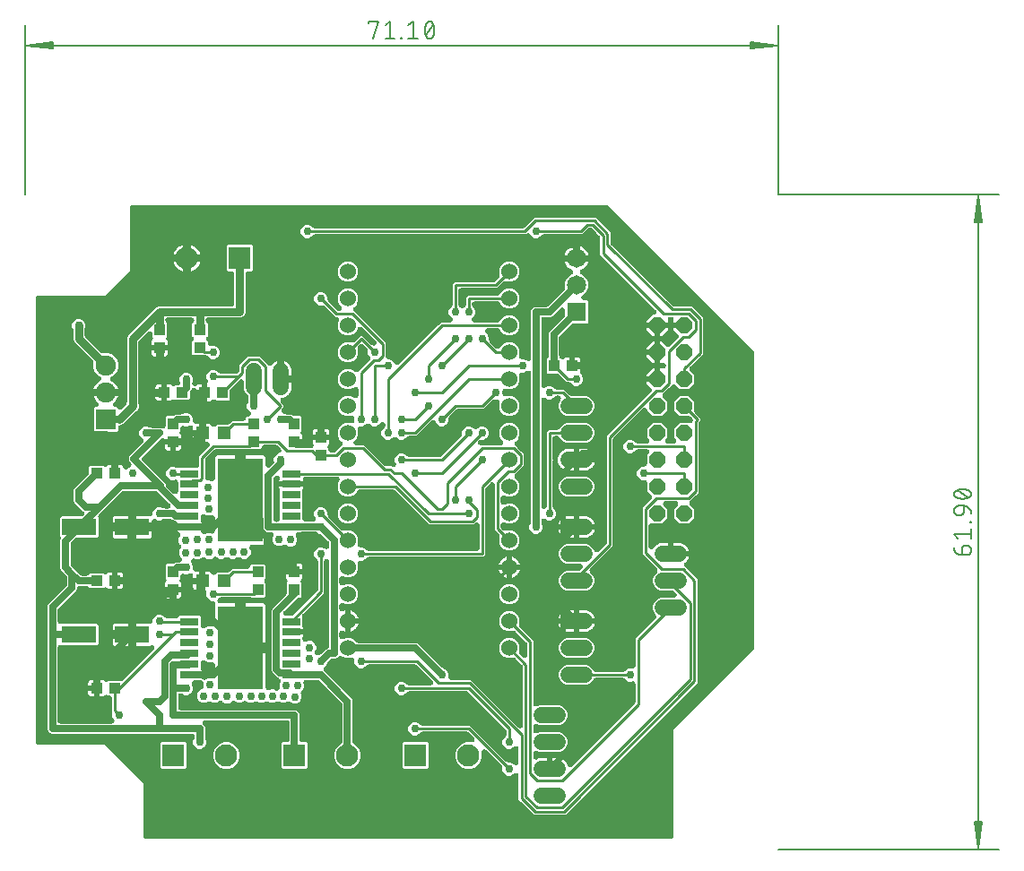
<source format=gbr>
G04 EAGLE Gerber RS-274X export*
G75*
%MOMM*%
%FSLAX34Y34*%
%LPD*%
%INTop Copper*%
%IPPOS*%
%AMOC8*
5,1,8,0,0,1.08239X$1,22.5*%
G01*
%ADD10C,0.130000*%
%ADD11C,0.152400*%
%ADD12R,2.100000X2.100000*%
%ADD13C,2.100000*%
%ADD14R,1.000000X1.100000*%
%ADD15R,3.200000X1.600000*%
%ADD16R,1.100000X1.000000*%
%ADD17P,1.649562X8X112.500000*%
%ADD18C,1.508000*%
%ADD19R,1.750000X0.650000*%
%ADD20R,4.300000X7.900000*%
%ADD21C,1.524000*%
%ADD22R,1.200000X1.200000*%
%ADD23R,1.815000X1.815000*%
%ADD24C,1.815000*%
%ADD25R,1.910000X1.910000*%
%ADD26C,1.910000*%
%ADD27C,0.762000*%
%ADD28C,0.635000*%
%ADD29C,0.756400*%
%ADD30C,0.508000*%
%ADD31C,0.254000*%

G36*
X584235Y403864D02*
X584235Y403864D01*
X584269Y403862D01*
X584458Y403884D01*
X584649Y403901D01*
X584682Y403910D01*
X584716Y403914D01*
X584899Y403969D01*
X585083Y404019D01*
X585114Y404034D01*
X585147Y404044D01*
X585318Y404131D01*
X585490Y404213D01*
X585518Y404233D01*
X585549Y404248D01*
X585701Y404364D01*
X585856Y404475D01*
X585880Y404500D01*
X585907Y404520D01*
X586036Y404661D01*
X586170Y404797D01*
X586189Y404826D01*
X586213Y404852D01*
X586315Y405013D01*
X586422Y405170D01*
X586436Y405202D01*
X586454Y405231D01*
X586527Y405408D01*
X586604Y405582D01*
X586612Y405616D01*
X586625Y405648D01*
X586665Y405835D01*
X586711Y406020D01*
X586713Y406054D01*
X586720Y406088D01*
X586739Y406400D01*
X586739Y506948D01*
X662196Y582404D01*
X662288Y582515D01*
X662317Y582545D01*
X662325Y582557D01*
X662413Y582652D01*
X662445Y582703D01*
X662484Y582750D01*
X662566Y582893D01*
X662654Y583031D01*
X662678Y583088D01*
X662708Y583141D01*
X662763Y583296D01*
X662825Y583448D01*
X662838Y583508D01*
X662859Y583565D01*
X662885Y583727D01*
X662920Y583888D01*
X662925Y583965D01*
X662932Y584009D01*
X662931Y584070D01*
X662939Y584200D01*
X662939Y863600D01*
X662925Y863764D01*
X662918Y863928D01*
X662905Y863988D01*
X662899Y864049D01*
X662856Y864207D01*
X662820Y864368D01*
X662797Y864424D01*
X662781Y864483D01*
X662710Y864631D01*
X662647Y864783D01*
X662614Y864835D01*
X662587Y864890D01*
X662492Y865023D01*
X662402Y865161D01*
X662351Y865219D01*
X662325Y865256D01*
X662282Y865298D01*
X662196Y865396D01*
X525796Y1001796D01*
X525669Y1001901D01*
X525548Y1002013D01*
X525497Y1002045D01*
X525450Y1002084D01*
X525307Y1002166D01*
X525169Y1002254D01*
X525112Y1002278D01*
X525059Y1002308D01*
X524904Y1002363D01*
X524752Y1002425D01*
X524692Y1002438D01*
X524635Y1002459D01*
X524473Y1002485D01*
X524312Y1002520D01*
X524235Y1002525D01*
X524191Y1002532D01*
X524130Y1002531D01*
X524000Y1002539D01*
X76200Y1002539D01*
X76165Y1002536D01*
X76131Y1002538D01*
X75942Y1002516D01*
X75751Y1002499D01*
X75718Y1002490D01*
X75684Y1002486D01*
X75501Y1002431D01*
X75317Y1002381D01*
X75286Y1002366D01*
X75253Y1002356D01*
X75082Y1002269D01*
X74910Y1002187D01*
X74882Y1002167D01*
X74851Y1002152D01*
X74699Y1002036D01*
X74544Y1001925D01*
X74520Y1001901D01*
X74493Y1001880D01*
X74363Y1001739D01*
X74230Y1001603D01*
X74211Y1001574D01*
X74187Y1001548D01*
X74085Y1001388D01*
X73978Y1001230D01*
X73964Y1001198D01*
X73946Y1001169D01*
X73873Y1000992D01*
X73796Y1000818D01*
X73788Y1000784D01*
X73775Y1000752D01*
X73734Y1000565D01*
X73689Y1000380D01*
X73687Y1000346D01*
X73680Y1000312D01*
X73661Y1000000D01*
X73661Y940852D01*
X49748Y916939D01*
X-12700Y916939D01*
X-12735Y916936D01*
X-12769Y916938D01*
X-12958Y916916D01*
X-13149Y916899D01*
X-13182Y916890D01*
X-13216Y916886D01*
X-13399Y916831D01*
X-13583Y916781D01*
X-13614Y916766D01*
X-13647Y916756D01*
X-13818Y916669D01*
X-13990Y916587D01*
X-14018Y916567D01*
X-14049Y916552D01*
X-14201Y916436D01*
X-14356Y916325D01*
X-14380Y916300D01*
X-14407Y916280D01*
X-14536Y916140D01*
X-14670Y916003D01*
X-14689Y915974D01*
X-14713Y915948D01*
X-14815Y915787D01*
X-14922Y915630D01*
X-14936Y915598D01*
X-14954Y915569D01*
X-15027Y915392D01*
X-15104Y915218D01*
X-15112Y915184D01*
X-15125Y915152D01*
X-15165Y914965D01*
X-15211Y914780D01*
X-15213Y914746D01*
X-15220Y914712D01*
X-15239Y914400D01*
X-15239Y495300D01*
X-15236Y495266D01*
X-15238Y495231D01*
X-15216Y495042D01*
X-15199Y494852D01*
X-15190Y494818D01*
X-15186Y494784D01*
X-15131Y494601D01*
X-15081Y494417D01*
X-15066Y494386D01*
X-15056Y494353D01*
X-14969Y494182D01*
X-14887Y494011D01*
X-14867Y493982D01*
X-14852Y493951D01*
X-14736Y493799D01*
X-14625Y493644D01*
X-14600Y493620D01*
X-14580Y493593D01*
X-14440Y493464D01*
X-14303Y493330D01*
X-14274Y493311D01*
X-14248Y493288D01*
X-14087Y493185D01*
X-13930Y493078D01*
X-13898Y493064D01*
X-13869Y493046D01*
X-13692Y492973D01*
X-13518Y492896D01*
X-13484Y492888D01*
X-13452Y492875D01*
X-13265Y492835D01*
X-13080Y492789D01*
X-13046Y492787D01*
X-13012Y492780D01*
X-12700Y492761D01*
X49748Y492761D01*
X86361Y456148D01*
X86361Y406400D01*
X86364Y406366D01*
X86362Y406331D01*
X86384Y406142D01*
X86401Y405952D01*
X86410Y405918D01*
X86414Y405884D01*
X86469Y405701D01*
X86519Y405517D01*
X86534Y405486D01*
X86544Y405453D01*
X86631Y405282D01*
X86713Y405111D01*
X86733Y405082D01*
X86748Y405051D01*
X86864Y404899D01*
X86975Y404744D01*
X87000Y404720D01*
X87020Y404693D01*
X87161Y404564D01*
X87297Y404430D01*
X87326Y404411D01*
X87352Y404388D01*
X87513Y404285D01*
X87670Y404178D01*
X87702Y404164D01*
X87731Y404146D01*
X87908Y404073D01*
X88082Y403996D01*
X88116Y403988D01*
X88148Y403975D01*
X88335Y403935D01*
X88520Y403889D01*
X88554Y403887D01*
X88588Y403880D01*
X88900Y403861D01*
X584200Y403861D01*
X584235Y403864D01*
G37*
%LPC*%
G36*
X455041Y426831D02*
X455041Y426831D01*
X452660Y429212D01*
X443008Y438864D01*
X443008Y438865D01*
X440627Y441245D01*
X440627Y463655D01*
X440616Y463785D01*
X440614Y463915D01*
X440596Y464008D01*
X440587Y464104D01*
X440553Y464229D01*
X440528Y464357D01*
X440494Y464446D01*
X440469Y464538D01*
X440413Y464655D01*
X440366Y464777D01*
X440316Y464859D01*
X440275Y464945D01*
X440200Y465050D01*
X440132Y465162D01*
X440069Y465233D01*
X440013Y465311D01*
X439920Y465402D01*
X439834Y465499D01*
X439759Y465558D01*
X439691Y465625D01*
X439583Y465698D01*
X439481Y465778D01*
X439397Y465824D01*
X439318Y465877D01*
X439199Y465930D01*
X439084Y465991D01*
X438993Y466021D01*
X438906Y466059D01*
X438779Y466090D01*
X438656Y466130D01*
X438561Y466143D01*
X438468Y466166D01*
X438339Y466174D01*
X438210Y466192D01*
X438114Y466188D01*
X438019Y466194D01*
X437890Y466179D01*
X437760Y466173D01*
X437667Y466153D01*
X437572Y466142D01*
X437447Y466104D01*
X437320Y466076D01*
X437232Y466039D01*
X437141Y466011D01*
X437025Y465952D01*
X436905Y465902D01*
X436825Y465850D01*
X436739Y465807D01*
X436636Y465728D01*
X436527Y465658D01*
X436429Y465572D01*
X436381Y465535D01*
X436350Y465502D01*
X436292Y465451D01*
X435382Y464540D01*
X433058Y463577D01*
X430542Y463577D01*
X428218Y464540D01*
X426440Y466318D01*
X425477Y468642D01*
X425477Y471219D01*
X425463Y471382D01*
X425456Y471547D01*
X425443Y471606D01*
X425437Y471667D01*
X425394Y471826D01*
X425358Y471986D01*
X425335Y472043D01*
X425319Y472101D01*
X425248Y472250D01*
X425185Y472402D01*
X425152Y472453D01*
X425125Y472508D01*
X425030Y472642D01*
X424940Y472780D01*
X424889Y472838D01*
X424863Y472874D01*
X424820Y472917D01*
X424734Y473014D01*
X409976Y487771D01*
X409840Y487885D01*
X409708Y488004D01*
X409668Y488030D01*
X409631Y488060D01*
X409477Y488148D01*
X409326Y488242D01*
X409281Y488260D01*
X409240Y488284D01*
X409073Y488343D01*
X408908Y488409D01*
X408861Y488418D01*
X408816Y488434D01*
X408640Y488463D01*
X408466Y488499D01*
X408419Y488500D01*
X408372Y488508D01*
X408194Y488505D01*
X408016Y488510D01*
X407969Y488502D01*
X407921Y488502D01*
X407746Y488468D01*
X407571Y488441D01*
X407526Y488425D01*
X407479Y488416D01*
X407313Y488352D01*
X407146Y488294D01*
X407104Y488271D01*
X407059Y488254D01*
X406907Y488161D01*
X406752Y488075D01*
X406715Y488045D01*
X406675Y488020D01*
X406541Y487902D01*
X406404Y487790D01*
X406373Y487753D01*
X406337Y487722D01*
X406227Y487583D01*
X406112Y487447D01*
X406087Y487406D01*
X406058Y487369D01*
X405974Y487212D01*
X405884Y487059D01*
X405868Y487014D01*
X405845Y486972D01*
X405790Y486803D01*
X405729Y486636D01*
X405721Y486589D01*
X405706Y486544D01*
X405682Y486367D01*
X405651Y486193D01*
X405651Y486145D01*
X405645Y486097D01*
X405652Y485920D01*
X405652Y485742D01*
X405661Y485695D01*
X405663Y485648D01*
X405701Y485474D01*
X405733Y485299D01*
X405753Y485243D01*
X405760Y485208D01*
X405785Y485150D01*
X405801Y485103D01*
X405801Y480113D01*
X403898Y475519D01*
X400381Y472002D01*
X395787Y470099D01*
X390813Y470099D01*
X386219Y472002D01*
X382702Y475519D01*
X380799Y480113D01*
X380799Y485087D01*
X382702Y489681D01*
X386219Y493198D01*
X390813Y495101D01*
X395813Y495101D01*
X395874Y495082D01*
X396041Y495022D01*
X396088Y495014D01*
X396133Y495000D01*
X396309Y494978D01*
X396485Y494949D01*
X396533Y494949D01*
X396580Y494943D01*
X396757Y494952D01*
X396935Y494955D01*
X396982Y494964D01*
X397030Y494966D01*
X397203Y495007D01*
X397377Y495040D01*
X397422Y495058D01*
X397468Y495068D01*
X397632Y495139D01*
X397797Y495203D01*
X397838Y495228D01*
X397882Y495246D01*
X398030Y495344D01*
X398182Y495437D01*
X398218Y495468D01*
X398258Y495495D01*
X398387Y495617D01*
X398519Y495735D01*
X398549Y495772D01*
X398584Y495805D01*
X398689Y495949D01*
X398799Y496088D01*
X398821Y496130D01*
X398850Y496169D01*
X398928Y496328D01*
X399011Y496485D01*
X399026Y496530D01*
X399047Y496573D01*
X399096Y496744D01*
X399151Y496913D01*
X399157Y496960D01*
X399170Y497006D01*
X399188Y497183D01*
X399212Y497359D01*
X399210Y497407D01*
X399215Y497454D01*
X399201Y497631D01*
X399194Y497809D01*
X399183Y497856D01*
X399180Y497903D01*
X399135Y498075D01*
X399096Y498249D01*
X399078Y498293D01*
X399066Y498339D01*
X398991Y498500D01*
X398923Y498664D01*
X398897Y498704D01*
X398877Y498747D01*
X398775Y498893D01*
X398678Y499042D01*
X398639Y499087D01*
X398618Y499116D01*
X398573Y499161D01*
X398471Y499276D01*
X393286Y504462D01*
X393160Y504567D01*
X393039Y504679D01*
X392988Y504711D01*
X392941Y504750D01*
X392798Y504832D01*
X392659Y504920D01*
X392603Y504944D01*
X392550Y504974D01*
X392395Y505029D01*
X392243Y505091D01*
X392183Y505104D01*
X392126Y505125D01*
X391963Y505151D01*
X391802Y505186D01*
X391726Y505191D01*
X391681Y505198D01*
X391620Y505197D01*
X391491Y505205D01*
X350099Y505205D01*
X349935Y505191D01*
X349771Y505184D01*
X349711Y505171D01*
X349650Y505165D01*
X349491Y505122D01*
X349331Y505086D01*
X349275Y505063D01*
X349216Y505047D01*
X349068Y504976D01*
X348916Y504913D01*
X348864Y504880D01*
X348809Y504853D01*
X348676Y504758D01*
X348537Y504668D01*
X348480Y504617D01*
X348443Y504591D01*
X348401Y504548D01*
X348303Y504462D01*
X346482Y502640D01*
X344158Y501677D01*
X341642Y501677D01*
X339318Y502640D01*
X337540Y504418D01*
X336577Y506742D01*
X336577Y509258D01*
X337540Y511582D01*
X339318Y513360D01*
X341642Y514323D01*
X344158Y514323D01*
X346482Y513360D01*
X348303Y511538D01*
X348430Y511433D01*
X348550Y511321D01*
X348602Y511289D01*
X348649Y511250D01*
X348791Y511168D01*
X348930Y511080D01*
X348987Y511056D01*
X349040Y511026D01*
X349194Y510971D01*
X349347Y510909D01*
X349406Y510896D01*
X349464Y510875D01*
X349626Y510849D01*
X349787Y510814D01*
X349864Y510809D01*
X349908Y510802D01*
X349969Y510803D01*
X350099Y510795D01*
X394858Y510795D01*
X428686Y476966D01*
X428812Y476861D01*
X428933Y476749D01*
X428984Y476717D01*
X429031Y476678D01*
X429174Y476596D01*
X429313Y476508D01*
X429369Y476484D01*
X429422Y476454D01*
X429577Y476399D01*
X429729Y476337D01*
X429789Y476324D01*
X429846Y476303D01*
X430009Y476277D01*
X430170Y476242D01*
X430246Y476237D01*
X430291Y476230D01*
X430352Y476231D01*
X430481Y476223D01*
X433058Y476223D01*
X435382Y475260D01*
X436292Y474349D01*
X436392Y474266D01*
X436485Y474175D01*
X436565Y474122D01*
X436638Y474060D01*
X436751Y473996D01*
X436858Y473923D01*
X436946Y473884D01*
X437029Y473837D01*
X437151Y473793D01*
X437270Y473741D01*
X437363Y473718D01*
X437453Y473686D01*
X437581Y473665D01*
X437708Y473634D01*
X437803Y473628D01*
X437897Y473613D01*
X438027Y473614D01*
X438157Y473606D01*
X438252Y473617D01*
X438348Y473619D01*
X438475Y473643D01*
X438604Y473658D01*
X438696Y473686D01*
X438790Y473704D01*
X438911Y473751D01*
X439035Y473789D01*
X439121Y473832D01*
X439210Y473867D01*
X439321Y473934D01*
X439437Y473993D01*
X439513Y474051D01*
X439594Y474100D01*
X439692Y474187D01*
X439795Y474265D01*
X439860Y474335D01*
X439932Y474399D01*
X440012Y474501D01*
X440101Y474596D01*
X440152Y474677D01*
X440211Y474752D01*
X440273Y474866D01*
X440342Y474976D01*
X440379Y475064D01*
X440424Y475149D01*
X440464Y475272D01*
X440513Y475393D01*
X440533Y475486D01*
X440563Y475577D01*
X440581Y475705D01*
X440608Y475833D01*
X440616Y475963D01*
X440624Y476023D01*
X440623Y476068D01*
X440627Y476145D01*
X440627Y489055D01*
X440616Y489185D01*
X440614Y489315D01*
X440596Y489408D01*
X440587Y489504D01*
X440553Y489629D01*
X440528Y489757D01*
X440494Y489846D01*
X440469Y489938D01*
X440413Y490055D01*
X440366Y490177D01*
X440316Y490259D01*
X440275Y490345D01*
X440200Y490450D01*
X440132Y490562D01*
X440069Y490633D01*
X440013Y490711D01*
X439920Y490802D01*
X439834Y490899D01*
X439759Y490958D01*
X439691Y491025D01*
X439583Y491098D01*
X439481Y491178D01*
X439397Y491224D01*
X439318Y491277D01*
X439199Y491330D01*
X439084Y491391D01*
X438993Y491421D01*
X438906Y491459D01*
X438779Y491490D01*
X438656Y491530D01*
X438561Y491543D01*
X438468Y491566D01*
X438339Y491574D01*
X438210Y491592D01*
X438114Y491588D01*
X438019Y491594D01*
X437890Y491579D01*
X437760Y491573D01*
X437667Y491553D01*
X437572Y491542D01*
X437447Y491504D01*
X437320Y491476D01*
X437232Y491439D01*
X437141Y491411D01*
X437025Y491352D01*
X436905Y491302D01*
X436825Y491250D01*
X436739Y491207D01*
X436636Y491128D01*
X436527Y491058D01*
X436429Y490972D01*
X436381Y490935D01*
X436350Y490902D01*
X436292Y490851D01*
X435382Y489940D01*
X433058Y488977D01*
X430542Y488977D01*
X428218Y489940D01*
X426440Y491718D01*
X425477Y494042D01*
X425477Y496558D01*
X426440Y498882D01*
X428262Y500703D01*
X428367Y500830D01*
X428479Y500950D01*
X428511Y501002D01*
X428550Y501049D01*
X428632Y501191D01*
X428720Y501330D01*
X428744Y501387D01*
X428774Y501440D01*
X428829Y501594D01*
X428891Y501747D01*
X428904Y501806D01*
X428925Y501864D01*
X428951Y502026D01*
X428986Y502187D01*
X428991Y502264D01*
X428998Y502308D01*
X428997Y502369D01*
X429005Y502499D01*
X429005Y505791D01*
X428991Y505954D01*
X428984Y506119D01*
X428971Y506178D01*
X428965Y506239D01*
X428922Y506398D01*
X428886Y506558D01*
X428863Y506615D01*
X428847Y506673D01*
X428776Y506822D01*
X428713Y506974D01*
X428680Y507025D01*
X428653Y507080D01*
X428558Y507214D01*
X428468Y507352D01*
X428417Y507410D01*
X428391Y507446D01*
X428348Y507489D01*
X428262Y507586D01*
X393286Y542562D01*
X393160Y542667D01*
X393039Y542779D01*
X392988Y542811D01*
X392941Y542850D01*
X392798Y542932D01*
X392659Y543020D01*
X392603Y543044D01*
X392550Y543074D01*
X392395Y543129D01*
X392243Y543191D01*
X392183Y543204D01*
X392126Y543225D01*
X391963Y543251D01*
X391802Y543286D01*
X391726Y543291D01*
X391681Y543298D01*
X391620Y543297D01*
X391491Y543305D01*
X337399Y543305D01*
X337235Y543291D01*
X337071Y543284D01*
X337011Y543271D01*
X336950Y543265D01*
X336791Y543222D01*
X336631Y543186D01*
X336575Y543163D01*
X336516Y543147D01*
X336368Y543076D01*
X336216Y543013D01*
X336164Y542980D01*
X336109Y542953D01*
X335976Y542858D01*
X335837Y542768D01*
X335780Y542717D01*
X335743Y542691D01*
X335701Y542648D01*
X335603Y542562D01*
X333782Y540740D01*
X331458Y539777D01*
X328942Y539777D01*
X326618Y540740D01*
X324840Y542518D01*
X323877Y544842D01*
X323877Y547358D01*
X324840Y549682D01*
X326618Y551460D01*
X328942Y552423D01*
X331458Y552423D01*
X333782Y551460D01*
X335603Y549638D01*
X335730Y549533D01*
X335850Y549421D01*
X335902Y549389D01*
X335949Y549350D01*
X336091Y549268D01*
X336230Y549180D01*
X336287Y549156D01*
X336340Y549126D01*
X336494Y549071D01*
X336647Y549009D01*
X336706Y548996D01*
X336764Y548975D01*
X336926Y548949D01*
X337087Y548914D01*
X337164Y548909D01*
X337208Y548902D01*
X337269Y548903D01*
X337399Y548895D01*
X357386Y548895D01*
X357515Y548906D01*
X357645Y548908D01*
X357739Y548926D01*
X357834Y548935D01*
X357960Y548969D01*
X358087Y548994D01*
X358177Y549028D01*
X358269Y549053D01*
X358386Y549109D01*
X358507Y549156D01*
X358589Y549206D01*
X358675Y549247D01*
X358781Y549322D01*
X358892Y549390D01*
X358964Y549453D01*
X359041Y549509D01*
X359132Y549602D01*
X359230Y549688D01*
X359289Y549763D01*
X359356Y549831D01*
X359428Y549939D01*
X359509Y550041D01*
X359554Y550125D01*
X359608Y550204D01*
X359660Y550323D01*
X359722Y550438D01*
X359751Y550529D01*
X359790Y550616D01*
X359821Y550743D01*
X359861Y550866D01*
X359874Y550961D01*
X359896Y551054D01*
X359904Y551183D01*
X359922Y551312D01*
X359918Y551408D01*
X359924Y551503D01*
X359909Y551632D01*
X359904Y551762D01*
X359883Y551855D01*
X359872Y551950D01*
X359834Y552075D01*
X359806Y552202D01*
X359770Y552290D01*
X359742Y552381D01*
X359683Y552497D01*
X359633Y552617D01*
X359581Y552698D01*
X359537Y552783D01*
X359459Y552886D01*
X359388Y552995D01*
X359302Y553093D01*
X359265Y553141D01*
X359233Y553172D01*
X359181Y553230D01*
X344449Y567962D01*
X344323Y568067D01*
X344202Y568179D01*
X344151Y568211D01*
X344104Y568250D01*
X343961Y568332D01*
X343822Y568420D01*
X343766Y568444D01*
X343713Y568474D01*
X343558Y568529D01*
X343406Y568591D01*
X343346Y568604D01*
X343289Y568625D01*
X343126Y568651D01*
X342966Y568686D01*
X342889Y568691D01*
X342845Y568698D01*
X342783Y568697D01*
X342654Y568705D01*
X299299Y568705D01*
X299135Y568691D01*
X298971Y568684D01*
X298911Y568671D01*
X298850Y568665D01*
X298691Y568622D01*
X298531Y568586D01*
X298475Y568563D01*
X298416Y568547D01*
X298267Y568476D01*
X298116Y568413D01*
X298064Y568380D01*
X298009Y568353D01*
X297876Y568258D01*
X297737Y568168D01*
X297680Y568117D01*
X297643Y568091D01*
X297601Y568048D01*
X297503Y567962D01*
X295682Y566140D01*
X293358Y565177D01*
X290842Y565177D01*
X288518Y566140D01*
X286740Y567918D01*
X285777Y570242D01*
X285777Y572628D01*
X285770Y572710D01*
X285772Y572792D01*
X285750Y572933D01*
X285737Y573076D01*
X285716Y573156D01*
X285703Y573237D01*
X285657Y573373D01*
X285619Y573511D01*
X285584Y573585D01*
X285557Y573663D01*
X285487Y573788D01*
X285425Y573917D01*
X285378Y573984D01*
X285337Y574056D01*
X285247Y574167D01*
X285163Y574283D01*
X285104Y574341D01*
X285052Y574405D01*
X284943Y574498D01*
X284841Y574598D01*
X284772Y574644D01*
X284710Y574697D01*
X284586Y574770D01*
X284468Y574850D01*
X284392Y574883D01*
X284321Y574925D01*
X284187Y574974D01*
X284056Y575032D01*
X283976Y575051D01*
X283898Y575080D01*
X283757Y575105D01*
X283618Y575138D01*
X283536Y575144D01*
X283455Y575158D01*
X283312Y575157D01*
X283169Y575166D01*
X283087Y575157D01*
X283005Y575156D01*
X282864Y575131D01*
X282722Y575114D01*
X282643Y575090D01*
X282562Y575075D01*
X282329Y574995D01*
X282291Y574984D01*
X282281Y574979D01*
X282266Y574974D01*
X281314Y574579D01*
X277486Y574579D01*
X273943Y576047D01*
X273942Y576048D01*
X273919Y576074D01*
X273769Y576193D01*
X273623Y576315D01*
X273593Y576332D01*
X273566Y576354D01*
X273398Y576444D01*
X273232Y576538D01*
X273199Y576550D01*
X273169Y576566D01*
X272988Y576625D01*
X272808Y576689D01*
X272774Y576695D01*
X272741Y576705D01*
X272551Y576731D01*
X272364Y576763D01*
X272329Y576762D01*
X272294Y576767D01*
X272103Y576759D01*
X271913Y576756D01*
X271879Y576750D01*
X271845Y576748D01*
X271658Y576707D01*
X271471Y576671D01*
X271439Y576658D01*
X271405Y576651D01*
X271230Y576578D01*
X271051Y576509D01*
X271022Y576491D01*
X270990Y576477D01*
X270829Y576374D01*
X270667Y576275D01*
X270641Y576252D01*
X270611Y576233D01*
X270377Y576026D01*
X269267Y574916D01*
X267540Y574200D01*
X264399Y574200D01*
X264235Y574186D01*
X264070Y574179D01*
X264011Y574166D01*
X263950Y574160D01*
X263791Y574117D01*
X263631Y574082D01*
X263575Y574058D01*
X263516Y574042D01*
X263368Y573972D01*
X263215Y573908D01*
X263164Y573875D01*
X263109Y573849D01*
X262976Y573753D01*
X262837Y573664D01*
X262779Y573613D01*
X262743Y573586D01*
X262701Y573543D01*
X262603Y573457D01*
X261066Y571920D01*
X260961Y571794D01*
X260849Y571673D01*
X260817Y571622D01*
X260778Y571575D01*
X260696Y571432D01*
X260608Y571293D01*
X260584Y571237D01*
X260554Y571184D01*
X260499Y571029D01*
X260437Y570877D01*
X260424Y570817D01*
X260403Y570759D01*
X260377Y570597D01*
X260342Y570436D01*
X260337Y570359D01*
X260330Y570315D01*
X260331Y570261D01*
X259360Y567918D01*
X257240Y565798D01*
X257217Y565771D01*
X257191Y565748D01*
X257073Y565599D01*
X256951Y565453D01*
X256933Y565422D01*
X256912Y565395D01*
X256822Y565227D01*
X256727Y565062D01*
X256716Y565029D01*
X256699Y564998D01*
X256640Y564817D01*
X256576Y564637D01*
X256571Y564603D01*
X256560Y564570D01*
X256534Y564381D01*
X256503Y564193D01*
X256503Y564159D01*
X256499Y564124D01*
X256507Y563933D01*
X256509Y563743D01*
X256516Y563709D01*
X256517Y563674D01*
X256558Y563488D01*
X256595Y563301D01*
X256607Y563268D01*
X256615Y563235D01*
X256688Y563058D01*
X256757Y562881D01*
X256775Y562851D01*
X256788Y562819D01*
X256892Y562659D01*
X256991Y562496D01*
X257014Y562470D01*
X257033Y562441D01*
X257240Y562207D01*
X281305Y538141D01*
X282984Y536462D01*
X283700Y534735D01*
X283700Y495881D01*
X283719Y495669D01*
X283735Y495458D01*
X283738Y495445D01*
X283740Y495432D01*
X283796Y495227D01*
X283849Y495023D01*
X283855Y495010D01*
X283858Y494998D01*
X283949Y494807D01*
X284038Y494614D01*
X284046Y494603D01*
X284052Y494591D01*
X284176Y494417D01*
X284297Y494245D01*
X284306Y494236D01*
X284314Y494225D01*
X284466Y494076D01*
X284616Y493928D01*
X284627Y493920D01*
X284636Y493911D01*
X284813Y493792D01*
X284986Y493672D01*
X285001Y493665D01*
X285009Y493659D01*
X285046Y493643D01*
X285267Y493535D01*
X286081Y493198D01*
X289598Y489681D01*
X291501Y485087D01*
X291501Y480113D01*
X289598Y475519D01*
X286081Y472002D01*
X281487Y470099D01*
X276513Y470099D01*
X271919Y472002D01*
X268402Y475519D01*
X266499Y480113D01*
X266499Y485087D01*
X268402Y489681D01*
X271919Y493198D01*
X272733Y493535D01*
X272920Y493633D01*
X273110Y493729D01*
X273120Y493737D01*
X273132Y493743D01*
X273300Y493873D01*
X273468Y494001D01*
X273477Y494011D01*
X273488Y494019D01*
X273630Y494176D01*
X273774Y494332D01*
X273781Y494343D01*
X273789Y494353D01*
X273901Y494532D01*
X274015Y494712D01*
X274020Y494724D01*
X274027Y494735D01*
X274106Y494932D01*
X274186Y495129D01*
X274189Y495142D01*
X274194Y495154D01*
X274236Y495361D01*
X274281Y495569D01*
X274282Y495584D01*
X274284Y495595D01*
X274285Y495634D01*
X274300Y495881D01*
X274300Y530802D01*
X274286Y530965D01*
X274279Y531130D01*
X274266Y531189D01*
X274260Y531250D01*
X274217Y531409D01*
X274181Y531569D01*
X274158Y531626D01*
X274142Y531684D01*
X274071Y531832D01*
X274008Y531985D01*
X273975Y532036D01*
X273948Y532091D01*
X273891Y532171D01*
X273891Y532172D01*
X273887Y532177D01*
X273853Y532224D01*
X273763Y532363D01*
X273712Y532421D01*
X273686Y532457D01*
X273643Y532500D01*
X273640Y532502D01*
X273619Y532531D01*
X273600Y532548D01*
X273557Y532597D01*
X252797Y553357D01*
X252671Y553462D01*
X252550Y553574D01*
X252499Y553606D01*
X252452Y553645D01*
X252309Y553727D01*
X252170Y553815D01*
X252114Y553839D01*
X252061Y553869D01*
X251906Y553924D01*
X251754Y553986D01*
X251694Y553999D01*
X251636Y554020D01*
X251474Y554046D01*
X251313Y554081D01*
X251236Y554086D01*
X251192Y554093D01*
X251131Y554092D01*
X251002Y554100D01*
X239925Y554100D01*
X239843Y554093D01*
X239761Y554095D01*
X239619Y554073D01*
X239476Y554060D01*
X239397Y554039D01*
X239316Y554026D01*
X239180Y553980D01*
X239042Y553942D01*
X238968Y553907D01*
X238890Y553880D01*
X238764Y553810D01*
X238635Y553748D01*
X238569Y553701D01*
X238497Y553660D01*
X238386Y553570D01*
X238269Y553486D01*
X238212Y553427D01*
X238148Y553375D01*
X238055Y553266D01*
X237955Y553164D01*
X237909Y553095D01*
X237856Y553033D01*
X237783Y552909D01*
X237703Y552791D01*
X237670Y552715D01*
X237628Y552644D01*
X237579Y552510D01*
X237521Y552379D01*
X237501Y552299D01*
X237473Y552221D01*
X237448Y552080D01*
X237414Y551941D01*
X237409Y551859D01*
X237395Y551778D01*
X237395Y551635D01*
X237387Y551492D01*
X237396Y551410D01*
X237396Y551328D01*
X237422Y551187D01*
X237439Y551045D01*
X237463Y550966D01*
X237477Y550885D01*
X237557Y550652D01*
X237569Y550614D01*
X237574Y550604D01*
X237579Y550589D01*
X237971Y549644D01*
X237971Y547128D01*
X237008Y544804D01*
X235676Y543473D01*
X235539Y543309D01*
X235403Y543149D01*
X235396Y543138D01*
X235388Y543127D01*
X235282Y542942D01*
X235175Y542760D01*
X235171Y542748D01*
X235164Y542736D01*
X235093Y542537D01*
X235020Y542338D01*
X235018Y542325D01*
X235013Y542312D01*
X234979Y542102D01*
X234942Y541894D01*
X234942Y541881D01*
X234940Y541868D01*
X234943Y541654D01*
X234943Y541444D01*
X234946Y541431D01*
X234946Y541418D01*
X234987Y541208D01*
X235024Y541001D01*
X235030Y540986D01*
X235032Y540976D01*
X235046Y540939D01*
X235126Y540705D01*
X235685Y539357D01*
X235685Y536841D01*
X234722Y534517D01*
X232944Y532739D01*
X230620Y531776D01*
X228104Y531776D01*
X225780Y532739D01*
X225443Y533077D01*
X225416Y533099D01*
X225393Y533125D01*
X225243Y533243D01*
X225097Y533366D01*
X225067Y533383D01*
X225040Y533404D01*
X224871Y533495D01*
X224706Y533589D01*
X224674Y533601D01*
X224643Y533617D01*
X224461Y533676D01*
X224282Y533740D01*
X224248Y533746D01*
X224215Y533756D01*
X224026Y533782D01*
X223838Y533813D01*
X223803Y533813D01*
X223769Y533818D01*
X223578Y533810D01*
X223387Y533807D01*
X223353Y533801D01*
X223319Y533799D01*
X223133Y533758D01*
X222945Y533722D01*
X222913Y533709D01*
X222879Y533702D01*
X222704Y533628D01*
X222525Y533559D01*
X222496Y533541D01*
X222464Y533528D01*
X222304Y533425D01*
X222141Y533325D01*
X222115Y533302D01*
X222085Y533284D01*
X222064Y533264D01*
X219698Y532284D01*
X217182Y532284D01*
X214793Y533274D01*
X214683Y533366D01*
X214653Y533383D01*
X214626Y533404D01*
X214457Y533495D01*
X214292Y533589D01*
X214260Y533601D01*
X214229Y533617D01*
X214047Y533676D01*
X213868Y533740D01*
X213834Y533746D01*
X213801Y533756D01*
X213612Y533782D01*
X213424Y533813D01*
X213389Y533813D01*
X213355Y533818D01*
X213164Y533810D01*
X212973Y533807D01*
X212939Y533801D01*
X212905Y533799D01*
X212719Y533758D01*
X212531Y533722D01*
X212499Y533709D01*
X212465Y533702D01*
X212290Y533628D01*
X212111Y533559D01*
X212082Y533541D01*
X212050Y533528D01*
X211890Y533425D01*
X211727Y533325D01*
X211701Y533302D01*
X211671Y533284D01*
X211650Y533264D01*
X209284Y532284D01*
X206768Y532284D01*
X204354Y533284D01*
X204333Y533302D01*
X204302Y533319D01*
X204275Y533341D01*
X204107Y533431D01*
X203942Y533526D01*
X203909Y533537D01*
X203878Y533554D01*
X203697Y533613D01*
X203517Y533676D01*
X203483Y533682D01*
X203450Y533693D01*
X203261Y533719D01*
X203073Y533750D01*
X203038Y533749D01*
X203004Y533754D01*
X202814Y533746D01*
X202623Y533744D01*
X202589Y533737D01*
X202554Y533736D01*
X202369Y533695D01*
X202181Y533658D01*
X202148Y533646D01*
X202114Y533638D01*
X201939Y533565D01*
X201761Y533496D01*
X201731Y533478D01*
X201699Y533464D01*
X201539Y533361D01*
X201417Y533287D01*
X198997Y532284D01*
X196481Y532284D01*
X194104Y533269D01*
X193976Y533378D01*
X193965Y533385D01*
X193955Y533393D01*
X193769Y533499D01*
X193587Y533606D01*
X193575Y533610D01*
X193564Y533617D01*
X193364Y533688D01*
X193165Y533761D01*
X193152Y533763D01*
X193139Y533768D01*
X192931Y533802D01*
X192721Y533839D01*
X192708Y533839D01*
X192695Y533841D01*
X192483Y533838D01*
X192271Y533837D01*
X192258Y533835D01*
X192245Y533835D01*
X192036Y533795D01*
X191828Y533757D01*
X191813Y533751D01*
X191803Y533749D01*
X191766Y533735D01*
X191533Y533655D01*
X188837Y532538D01*
X186321Y532538D01*
X183932Y533528D01*
X183822Y533620D01*
X183792Y533637D01*
X183765Y533658D01*
X183597Y533749D01*
X183431Y533843D01*
X183399Y533855D01*
X183368Y533871D01*
X183187Y533930D01*
X183007Y533994D01*
X182973Y534000D01*
X182940Y534010D01*
X182751Y534036D01*
X182563Y534067D01*
X182528Y534067D01*
X182494Y534072D01*
X182304Y534064D01*
X182112Y534061D01*
X182078Y534055D01*
X182044Y534053D01*
X181858Y534012D01*
X181670Y533976D01*
X181638Y533963D01*
X181604Y533956D01*
X181429Y533882D01*
X181250Y533813D01*
X181221Y533795D01*
X181189Y533782D01*
X181029Y533679D01*
X180866Y533579D01*
X180840Y533556D01*
X180811Y533538D01*
X180576Y533331D01*
X180492Y533247D01*
X178169Y532284D01*
X175653Y532284D01*
X173329Y533247D01*
X173119Y533458D01*
X173092Y533480D01*
X173069Y533506D01*
X172920Y533624D01*
X172773Y533747D01*
X172743Y533764D01*
X172716Y533785D01*
X172547Y533876D01*
X172382Y533970D01*
X172350Y533982D01*
X172319Y533998D01*
X172137Y534057D01*
X171958Y534121D01*
X171924Y534127D01*
X171891Y534137D01*
X171702Y534163D01*
X171514Y534194D01*
X171479Y534194D01*
X171445Y534199D01*
X171255Y534191D01*
X171063Y534188D01*
X171029Y534182D01*
X170995Y534180D01*
X170809Y534139D01*
X170621Y534103D01*
X170589Y534090D01*
X170555Y534083D01*
X170379Y534009D01*
X170201Y533940D01*
X170172Y533922D01*
X170140Y533909D01*
X169980Y533806D01*
X169817Y533706D01*
X169791Y533683D01*
X169762Y533665D01*
X169527Y533458D01*
X169063Y532993D01*
X166739Y532030D01*
X164223Y532030D01*
X161899Y532993D01*
X161181Y533712D01*
X161154Y533734D01*
X161131Y533760D01*
X160982Y533878D01*
X160835Y534001D01*
X160805Y534018D01*
X160778Y534039D01*
X160610Y534129D01*
X160444Y534224D01*
X160412Y534236D01*
X160381Y534252D01*
X160199Y534311D01*
X160020Y534375D01*
X159986Y534381D01*
X159953Y534391D01*
X159764Y534417D01*
X159576Y534448D01*
X159541Y534448D01*
X159507Y534453D01*
X159317Y534445D01*
X159125Y534442D01*
X159091Y534436D01*
X159057Y534434D01*
X158871Y534393D01*
X158683Y534357D01*
X158651Y534344D01*
X158617Y534337D01*
X158441Y534263D01*
X158263Y534194D01*
X158234Y534176D01*
X158202Y534163D01*
X158041Y534059D01*
X157879Y533960D01*
X157853Y533938D01*
X157824Y533919D01*
X157589Y533712D01*
X157379Y533501D01*
X155055Y532538D01*
X152539Y532538D01*
X150125Y533538D01*
X150104Y533556D01*
X150073Y533573D01*
X150046Y533595D01*
X149878Y533685D01*
X149713Y533780D01*
X149680Y533791D01*
X149649Y533808D01*
X149468Y533867D01*
X149288Y533930D01*
X149254Y533936D01*
X149221Y533947D01*
X149032Y533973D01*
X148844Y534004D01*
X148809Y534003D01*
X148775Y534008D01*
X148585Y534000D01*
X148394Y533998D01*
X148360Y533991D01*
X148325Y533990D01*
X148140Y533949D01*
X147952Y533912D01*
X147919Y533900D01*
X147885Y533892D01*
X147710Y533819D01*
X147532Y533750D01*
X147502Y533732D01*
X147470Y533718D01*
X147310Y533615D01*
X147188Y533541D01*
X144768Y532538D01*
X142252Y532538D01*
X139928Y533501D01*
X138150Y535279D01*
X137187Y537603D01*
X137187Y540119D01*
X138150Y542443D01*
X139928Y544221D01*
X141598Y544913D01*
X141628Y544929D01*
X141661Y544940D01*
X141828Y545033D01*
X141997Y545121D01*
X142024Y545142D01*
X142054Y545159D01*
X142202Y545280D01*
X142353Y545397D01*
X142376Y545423D01*
X142403Y545445D01*
X142527Y545590D01*
X142654Y545731D01*
X142673Y545760D01*
X142695Y545787D01*
X142792Y545952D01*
X142892Y546113D01*
X142905Y546146D01*
X142923Y546176D01*
X142988Y546355D01*
X143059Y546532D01*
X143066Y546566D01*
X143078Y546598D01*
X143111Y546786D01*
X143149Y546973D01*
X143150Y547008D01*
X143156Y547042D01*
X143155Y547232D01*
X143160Y547423D01*
X143155Y547457D01*
X143154Y547492D01*
X143120Y547679D01*
X143091Y547868D01*
X143080Y547901D01*
X143073Y547935D01*
X142972Y548230D01*
X142902Y548398D01*
X142902Y551177D01*
X142901Y551195D01*
X142901Y551206D01*
X142894Y551268D01*
X142890Y551317D01*
X142887Y551459D01*
X142870Y551541D01*
X142862Y551625D01*
X142825Y551762D01*
X142797Y551900D01*
X142766Y551978D01*
X142744Y552059D01*
X142683Y552187D01*
X142631Y552319D01*
X142587Y552390D01*
X142550Y552466D01*
X142468Y552581D01*
X142393Y552701D01*
X142337Y552764D01*
X142288Y552832D01*
X142187Y552931D01*
X142092Y553036D01*
X142026Y553088D01*
X141966Y553146D01*
X141848Y553225D01*
X141737Y553312D01*
X141662Y553351D01*
X141593Y553398D01*
X141463Y553456D01*
X141338Y553521D01*
X141258Y553547D01*
X141181Y553581D01*
X141043Y553614D01*
X140908Y553657D01*
X140825Y553667D01*
X140743Y553687D01*
X140602Y553696D01*
X140462Y553714D01*
X140378Y553710D01*
X140294Y553715D01*
X140153Y553699D01*
X140012Y553691D01*
X139903Y553669D01*
X139847Y553663D01*
X139797Y553648D01*
X139706Y553629D01*
X138885Y553409D01*
X134616Y553409D01*
X134534Y553402D01*
X134452Y553404D01*
X134311Y553382D01*
X134168Y553369D01*
X134088Y553348D01*
X134007Y553335D01*
X133872Y553289D01*
X133733Y553251D01*
X133659Y553215D01*
X133581Y553189D01*
X133456Y553119D01*
X133327Y553057D01*
X133260Y553010D01*
X133188Y552969D01*
X133077Y552879D01*
X132961Y552795D01*
X132903Y552736D01*
X132840Y552684D01*
X132747Y552575D01*
X132647Y552473D01*
X132601Y552404D01*
X132547Y552342D01*
X132475Y552218D01*
X132395Y552100D01*
X132361Y552024D01*
X132320Y551953D01*
X132270Y551819D01*
X132212Y551688D01*
X132193Y551608D01*
X132164Y551530D01*
X132140Y551389D01*
X132106Y551250D01*
X132101Y551168D01*
X132086Y551087D01*
X132087Y550944D01*
X132078Y550801D01*
X132088Y550719D01*
X132088Y550637D01*
X132114Y550496D01*
X132130Y550354D01*
X132154Y550275D01*
X132169Y550194D01*
X132249Y549960D01*
X132260Y549923D01*
X132265Y549913D01*
X132270Y549898D01*
X133323Y547358D01*
X133323Y544842D01*
X132360Y542518D01*
X130582Y540740D01*
X128258Y539777D01*
X125742Y539777D01*
X123386Y540753D01*
X123375Y540762D01*
X123255Y540874D01*
X123203Y540906D01*
X123156Y540945D01*
X123014Y541027D01*
X122875Y541115D01*
X122818Y541139D01*
X122765Y541169D01*
X122611Y541224D01*
X122458Y541286D01*
X122399Y541299D01*
X122341Y541320D01*
X122179Y541346D01*
X122018Y541381D01*
X121941Y541386D01*
X121897Y541393D01*
X121836Y541392D01*
X121706Y541400D01*
X121539Y541400D01*
X121504Y541397D01*
X121470Y541399D01*
X121281Y541377D01*
X121090Y541360D01*
X121057Y541351D01*
X121023Y541347D01*
X120840Y541292D01*
X120656Y541242D01*
X120625Y541227D01*
X120592Y541217D01*
X120421Y541130D01*
X120249Y541048D01*
X120221Y541028D01*
X120190Y541013D01*
X120038Y540897D01*
X119883Y540786D01*
X119859Y540761D01*
X119832Y540741D01*
X119703Y540601D01*
X119569Y540464D01*
X119550Y540435D01*
X119526Y540409D01*
X119424Y540248D01*
X119317Y540091D01*
X119303Y540059D01*
X119285Y540030D01*
X119212Y539853D01*
X119135Y539679D01*
X119127Y539645D01*
X119114Y539613D01*
X119074Y539426D01*
X119028Y539241D01*
X119026Y539207D01*
X119019Y539173D01*
X119000Y538861D01*
X119000Y527939D01*
X119003Y527904D01*
X119001Y527870D01*
X119023Y527681D01*
X119040Y527490D01*
X119049Y527457D01*
X119053Y527423D01*
X119108Y527240D01*
X119158Y527056D01*
X119173Y527025D01*
X119183Y526992D01*
X119270Y526821D01*
X119352Y526649D01*
X119372Y526621D01*
X119387Y526590D01*
X119503Y526438D01*
X119614Y526283D01*
X119639Y526259D01*
X119659Y526232D01*
X119799Y526103D01*
X119936Y525969D01*
X119965Y525950D01*
X119991Y525926D01*
X120152Y525824D01*
X120309Y525717D01*
X120341Y525703D01*
X120370Y525685D01*
X120547Y525612D01*
X120721Y525535D01*
X120755Y525527D01*
X120787Y525514D01*
X120974Y525474D01*
X121159Y525428D01*
X121193Y525426D01*
X121227Y525419D01*
X121539Y525400D01*
X229535Y525400D01*
X231262Y524684D01*
X232984Y522962D01*
X233700Y521235D01*
X233700Y497640D01*
X233703Y497605D01*
X233701Y497571D01*
X233723Y497382D01*
X233740Y497191D01*
X233749Y497158D01*
X233753Y497124D01*
X233808Y496941D01*
X233858Y496757D01*
X233873Y496726D01*
X233883Y496693D01*
X233970Y496522D01*
X234052Y496350D01*
X234072Y496322D01*
X234087Y496291D01*
X234203Y496139D01*
X234314Y495984D01*
X234339Y495960D01*
X234359Y495933D01*
X234499Y495804D01*
X234636Y495670D01*
X234665Y495651D01*
X234691Y495627D01*
X234852Y495525D01*
X235009Y495418D01*
X235041Y495404D01*
X235070Y495386D01*
X235247Y495313D01*
X235421Y495236D01*
X235455Y495228D01*
X235487Y495215D01*
X235674Y495175D01*
X235859Y495129D01*
X235893Y495127D01*
X235927Y495120D01*
X236239Y495101D01*
X240329Y495101D01*
X241501Y493929D01*
X241501Y471271D01*
X240329Y470099D01*
X217671Y470099D01*
X216499Y471271D01*
X216499Y493929D01*
X217671Y495101D01*
X221761Y495101D01*
X221796Y495104D01*
X221830Y495102D01*
X222019Y495124D01*
X222210Y495141D01*
X222243Y495150D01*
X222277Y495154D01*
X222460Y495209D01*
X222644Y495259D01*
X222675Y495274D01*
X222708Y495284D01*
X222879Y495371D01*
X223051Y495453D01*
X223079Y495473D01*
X223110Y495488D01*
X223261Y495603D01*
X223417Y495715D01*
X223441Y495740D01*
X223468Y495760D01*
X223597Y495900D01*
X223731Y496037D01*
X223750Y496066D01*
X223774Y496092D01*
X223876Y496253D01*
X223983Y496410D01*
X223997Y496442D01*
X224015Y496471D01*
X224088Y496648D01*
X224165Y496822D01*
X224173Y496856D01*
X224186Y496888D01*
X224226Y497075D01*
X224272Y497260D01*
X224274Y497294D01*
X224281Y497328D01*
X224300Y497640D01*
X224300Y513461D01*
X224297Y513496D01*
X224299Y513530D01*
X224277Y513719D01*
X224260Y513910D01*
X224251Y513943D01*
X224247Y513977D01*
X224192Y514160D01*
X224142Y514344D01*
X224127Y514375D01*
X224117Y514408D01*
X224030Y514579D01*
X223948Y514751D01*
X223928Y514779D01*
X223913Y514810D01*
X223797Y514962D01*
X223686Y515117D01*
X223661Y515141D01*
X223641Y515168D01*
X223501Y515297D01*
X223364Y515431D01*
X223335Y515450D01*
X223309Y515474D01*
X223148Y515576D01*
X222991Y515683D01*
X222959Y515697D01*
X222930Y515715D01*
X222753Y515788D01*
X222579Y515865D01*
X222545Y515873D01*
X222513Y515886D01*
X222326Y515926D01*
X222141Y515972D01*
X222107Y515974D01*
X222073Y515981D01*
X221761Y516000D01*
X144476Y516000D01*
X144347Y515989D01*
X144217Y515987D01*
X144123Y515969D01*
X144028Y515960D01*
X143902Y515926D01*
X143775Y515901D01*
X143686Y515867D01*
X143594Y515842D01*
X143476Y515786D01*
X143355Y515739D01*
X143273Y515689D01*
X143187Y515648D01*
X143081Y515573D01*
X142970Y515505D01*
X142899Y515442D01*
X142821Y515386D01*
X142730Y515293D01*
X142633Y515207D01*
X142573Y515132D01*
X142507Y515064D01*
X142434Y514956D01*
X142353Y514854D01*
X142308Y514770D01*
X142255Y514691D01*
X142202Y514572D01*
X142141Y514457D01*
X142111Y514366D01*
X142072Y514279D01*
X142042Y514152D01*
X142001Y514029D01*
X141988Y513934D01*
X141966Y513841D01*
X141958Y513712D01*
X141940Y513583D01*
X141944Y513487D01*
X141938Y513392D01*
X141953Y513263D01*
X141958Y513133D01*
X141979Y513040D01*
X141990Y512945D01*
X142028Y512820D01*
X142056Y512693D01*
X142093Y512605D01*
X142120Y512514D01*
X142180Y512398D01*
X142230Y512278D01*
X142281Y512198D01*
X142325Y512112D01*
X142403Y512009D01*
X142474Y511900D01*
X142560Y511802D01*
X142597Y511754D01*
X142630Y511723D01*
X142681Y511665D01*
X143684Y510662D01*
X144400Y508935D01*
X144400Y500594D01*
X144414Y500430D01*
X144421Y500266D01*
X144434Y500206D01*
X144440Y500145D01*
X144483Y499986D01*
X144519Y499826D01*
X144542Y499770D01*
X144558Y499711D01*
X144629Y499563D01*
X144692Y499411D01*
X144725Y499359D01*
X144752Y499304D01*
X144847Y499171D01*
X144937Y499032D01*
X144988Y498975D01*
X145014Y498938D01*
X145052Y498901D01*
X146023Y496558D01*
X146023Y494042D01*
X145060Y491718D01*
X143282Y489940D01*
X140958Y488977D01*
X138442Y488977D01*
X136118Y489940D01*
X134340Y491718D01*
X133377Y494042D01*
X133377Y496558D01*
X134353Y498914D01*
X134362Y498925D01*
X134474Y499045D01*
X134506Y499097D01*
X134545Y499144D01*
X134627Y499286D01*
X134715Y499425D01*
X134739Y499482D01*
X134769Y499535D01*
X134824Y499689D01*
X134886Y499842D01*
X134899Y499901D01*
X134920Y499959D01*
X134946Y500121D01*
X134981Y500282D01*
X134986Y500359D01*
X134993Y500403D01*
X134992Y500464D01*
X135000Y500594D01*
X135000Y500761D01*
X134997Y500796D01*
X134999Y500830D01*
X134977Y501019D01*
X134960Y501210D01*
X134951Y501243D01*
X134947Y501277D01*
X134892Y501460D01*
X134842Y501644D01*
X134827Y501675D01*
X134817Y501708D01*
X134730Y501879D01*
X134648Y502051D01*
X134628Y502079D01*
X134613Y502110D01*
X134497Y502262D01*
X134386Y502417D01*
X134361Y502441D01*
X134341Y502468D01*
X134201Y502597D01*
X134064Y502731D01*
X134035Y502750D01*
X134009Y502774D01*
X133848Y502876D01*
X133691Y502983D01*
X133659Y502997D01*
X133630Y503015D01*
X133453Y503088D01*
X133279Y503165D01*
X133245Y503173D01*
X133213Y503186D01*
X133026Y503226D01*
X132841Y503272D01*
X132807Y503274D01*
X132773Y503281D01*
X132461Y503300D01*
X-300Y503300D01*
X-2027Y504016D01*
X-3349Y505338D01*
X-4065Y507065D01*
X-4065Y623870D01*
X-3349Y625597D01*
X13607Y642553D01*
X13712Y642679D01*
X13824Y642800D01*
X13856Y642851D01*
X13895Y642898D01*
X13977Y643041D01*
X14065Y643180D01*
X14089Y643236D01*
X14119Y643289D01*
X14174Y643444D01*
X14236Y643596D01*
X14249Y643656D01*
X14270Y643714D01*
X14296Y643876D01*
X14331Y644037D01*
X14336Y644114D01*
X14343Y644158D01*
X14342Y644219D01*
X14350Y644348D01*
X14350Y651052D01*
X14336Y651215D01*
X14329Y651380D01*
X14316Y651439D01*
X14310Y651500D01*
X14267Y651659D01*
X14231Y651819D01*
X14208Y651875D01*
X14192Y651934D01*
X14121Y652083D01*
X14058Y652235D01*
X14025Y652286D01*
X13998Y652341D01*
X13903Y652475D01*
X13813Y652613D01*
X13762Y652671D01*
X13736Y652707D01*
X13693Y652750D01*
X13607Y652847D01*
X10395Y656059D01*
X8716Y657738D01*
X8000Y659465D01*
X8000Y686335D01*
X8269Y686984D01*
X8333Y687188D01*
X8398Y687388D01*
X8400Y687401D01*
X8404Y687414D01*
X8431Y687625D01*
X8460Y687834D01*
X8459Y687848D01*
X8461Y687861D01*
X8450Y688071D01*
X8441Y688284D01*
X8438Y688297D01*
X8438Y688310D01*
X8390Y688516D01*
X8344Y688724D01*
X8339Y688736D01*
X8336Y688749D01*
X8252Y688943D01*
X8170Y689139D01*
X8163Y689150D01*
X8158Y689163D01*
X8041Y689339D01*
X7926Y689517D01*
X7915Y689529D01*
X7910Y689538D01*
X7883Y689566D01*
X7799Y689661D01*
X7799Y707329D01*
X8971Y708501D01*
X28103Y708501D01*
X28266Y708515D01*
X28431Y708522D01*
X28490Y708535D01*
X28551Y708541D01*
X28710Y708584D01*
X28870Y708620D01*
X28927Y708643D01*
X28985Y708659D01*
X29133Y708730D01*
X29286Y708793D01*
X29337Y708826D01*
X29392Y708853D01*
X29525Y708948D01*
X29664Y709038D01*
X29722Y709089D01*
X29758Y709115D01*
X29801Y709158D01*
X29898Y709244D01*
X29946Y709293D01*
X29999Y709356D01*
X30059Y709413D01*
X30143Y709528D01*
X30235Y709638D01*
X30276Y709710D01*
X30325Y709776D01*
X30388Y709905D01*
X30459Y710029D01*
X30486Y710107D01*
X30522Y710181D01*
X30562Y710319D01*
X30609Y710453D01*
X30623Y710535D01*
X30645Y710614D01*
X30660Y710756D01*
X30683Y710898D01*
X30682Y710980D01*
X30690Y711062D01*
X30679Y711205D01*
X30677Y711348D01*
X30661Y711429D01*
X30655Y711511D01*
X30618Y711649D01*
X30591Y711790D01*
X30562Y711867D01*
X30541Y711946D01*
X30481Y712076D01*
X30429Y712210D01*
X30386Y712280D01*
X30351Y712355D01*
X30269Y712472D01*
X30195Y712595D01*
X30140Y712656D01*
X30093Y712724D01*
X29992Y712825D01*
X29897Y712932D01*
X29832Y712983D01*
X29774Y713041D01*
X29656Y713123D01*
X29544Y713211D01*
X29471Y713250D01*
X29403Y713297D01*
X29312Y713342D01*
X21416Y721238D01*
X20700Y722965D01*
X20700Y733335D01*
X21416Y735062D01*
X34056Y747702D01*
X34161Y747828D01*
X34273Y747949D01*
X34305Y748000D01*
X34344Y748047D01*
X34426Y748190D01*
X34514Y748329D01*
X34538Y748385D01*
X34568Y748438D01*
X34623Y748593D01*
X34685Y748745D01*
X34698Y748805D01*
X34719Y748863D01*
X34745Y749025D01*
X34780Y749186D01*
X34785Y749263D01*
X34792Y749307D01*
X34791Y749368D01*
X34799Y749497D01*
X34799Y755129D01*
X35971Y756301D01*
X48630Y756301D01*
X48649Y756285D01*
X48672Y756259D01*
X48821Y756141D01*
X48968Y756018D01*
X48998Y756001D01*
X49025Y755979D01*
X49193Y755889D01*
X49359Y755795D01*
X49391Y755783D01*
X49422Y755767D01*
X49604Y755708D01*
X49783Y755644D01*
X49817Y755638D01*
X49850Y755627D01*
X50040Y755601D01*
X50227Y755570D01*
X50262Y755571D01*
X50296Y755566D01*
X50487Y755574D01*
X50678Y755576D01*
X50712Y755583D01*
X50746Y755584D01*
X50933Y755626D01*
X51120Y755662D01*
X51152Y755674D01*
X51186Y755682D01*
X51362Y755756D01*
X51540Y755824D01*
X51569Y755842D01*
X51601Y755856D01*
X51761Y755959D01*
X51924Y756058D01*
X51950Y756081D01*
X51980Y756100D01*
X52214Y756307D01*
X52240Y756333D01*
X52819Y756668D01*
X53465Y756841D01*
X56761Y756841D01*
X56761Y749300D01*
X56764Y749266D01*
X56762Y749231D01*
X56784Y749042D01*
X56800Y748852D01*
X56810Y748818D01*
X56814Y748784D01*
X56869Y748601D01*
X56919Y748417D01*
X56934Y748386D01*
X56944Y748353D01*
X57031Y748182D01*
X57112Y748011D01*
X57133Y747983D01*
X57148Y747952D01*
X57263Y747800D01*
X57375Y747645D01*
X57399Y747621D01*
X57420Y747593D01*
X57560Y747464D01*
X57697Y747331D01*
X57726Y747311D01*
X57751Y747288D01*
X57912Y747185D01*
X58070Y747079D01*
X58102Y747065D01*
X58131Y747046D01*
X58308Y746974D01*
X58482Y746896D01*
X58516Y746888D01*
X58548Y746875D01*
X58734Y746835D01*
X58919Y746790D01*
X58954Y746788D01*
X58988Y746780D01*
X59300Y746761D01*
X59335Y746764D01*
X59369Y746762D01*
X59559Y746784D01*
X59749Y746801D01*
X59782Y746810D01*
X59816Y746814D01*
X59999Y746869D01*
X60183Y746920D01*
X60214Y746934D01*
X60247Y746944D01*
X60418Y747031D01*
X60590Y747113D01*
X60618Y747133D01*
X60649Y747149D01*
X60801Y747264D01*
X60956Y747375D01*
X60980Y747400D01*
X61007Y747421D01*
X61137Y747561D01*
X61270Y747698D01*
X61289Y747726D01*
X61313Y747752D01*
X61415Y747913D01*
X61522Y748071D01*
X61536Y748102D01*
X61554Y748132D01*
X61627Y748308D01*
X61704Y748483D01*
X61712Y748516D01*
X61725Y748548D01*
X61766Y748735D01*
X61811Y748920D01*
X61813Y748954D01*
X61820Y748988D01*
X61839Y749300D01*
X61839Y756841D01*
X65135Y756841D01*
X65781Y756668D01*
X66360Y756333D01*
X66833Y755860D01*
X67168Y755281D01*
X67312Y754741D01*
X67320Y754719D01*
X67325Y754696D01*
X67397Y754508D01*
X67467Y754318D01*
X67479Y754298D01*
X67487Y754276D01*
X67592Y754104D01*
X67694Y753929D01*
X67709Y753911D01*
X67721Y753891D01*
X67855Y753740D01*
X67986Y753586D01*
X68004Y753571D01*
X68019Y753554D01*
X68178Y753428D01*
X68334Y753300D01*
X68354Y753289D01*
X68372Y753275D01*
X68550Y753179D01*
X68727Y753080D01*
X68749Y753073D01*
X68769Y753062D01*
X68961Y753000D01*
X69152Y752934D01*
X69175Y752930D01*
X69197Y752923D01*
X69398Y752895D01*
X69597Y752864D01*
X69620Y752865D01*
X69643Y752861D01*
X69846Y752870D01*
X70047Y752874D01*
X70070Y752879D01*
X70093Y752880D01*
X70291Y752924D01*
X70489Y752964D01*
X70510Y752972D01*
X70533Y752977D01*
X70719Y753055D01*
X70907Y753130D01*
X70927Y753142D01*
X70948Y753151D01*
X71118Y753261D01*
X71290Y753367D01*
X71307Y753383D01*
X71326Y753395D01*
X71561Y753602D01*
X72618Y754660D01*
X73442Y755001D01*
X73515Y755039D01*
X73592Y755069D01*
X73714Y755143D01*
X73841Y755210D01*
X73906Y755260D01*
X73976Y755303D01*
X74083Y755398D01*
X74197Y755485D01*
X74252Y755547D01*
X74314Y755601D01*
X74403Y755714D01*
X74498Y755820D01*
X74542Y755889D01*
X74593Y755954D01*
X74661Y756081D01*
X74736Y756202D01*
X74767Y756279D01*
X74806Y756351D01*
X74850Y756487D01*
X74903Y756620D01*
X74920Y756701D01*
X74945Y756779D01*
X74965Y756921D01*
X74993Y757061D01*
X74995Y757144D01*
X75006Y757225D01*
X75001Y757368D01*
X75004Y757512D01*
X74991Y757593D01*
X74988Y757675D01*
X74957Y757815D01*
X74935Y757957D01*
X74908Y758035D01*
X74890Y758115D01*
X74835Y758247D01*
X74789Y758382D01*
X74749Y758454D01*
X74717Y758530D01*
X74639Y758651D01*
X74569Y758776D01*
X74517Y758839D01*
X74473Y758909D01*
X74309Y759093D01*
X74284Y759124D01*
X74276Y759131D01*
X74266Y759143D01*
X73143Y760265D01*
X72428Y761992D01*
X72428Y763862D01*
X73143Y765589D01*
X85660Y778107D01*
X85683Y778133D01*
X85709Y778156D01*
X85827Y778306D01*
X85949Y778452D01*
X85967Y778482D01*
X85988Y778509D01*
X86078Y778678D01*
X86173Y778843D01*
X86184Y778876D01*
X86201Y778906D01*
X86260Y779087D01*
X86324Y779267D01*
X86329Y779302D01*
X86340Y779335D01*
X86366Y779523D01*
X86397Y779712D01*
X86397Y779746D01*
X86401Y779781D01*
X86394Y779970D01*
X86391Y780162D01*
X86384Y780196D01*
X86383Y780231D01*
X86342Y780417D01*
X86305Y780604D01*
X86293Y780636D01*
X86285Y780670D01*
X86212Y780846D01*
X86143Y781024D01*
X86125Y781054D01*
X86112Y781086D01*
X86008Y781245D01*
X85909Y781409D01*
X85886Y781435D01*
X85867Y781464D01*
X85660Y781698D01*
X83540Y783818D01*
X82577Y786142D01*
X82577Y788658D01*
X83540Y790982D01*
X85318Y792760D01*
X87642Y793723D01*
X90158Y793723D01*
X92514Y792747D01*
X92525Y792738D01*
X92645Y792626D01*
X92697Y792594D01*
X92744Y792555D01*
X92886Y792473D01*
X93025Y792385D01*
X93082Y792361D01*
X93135Y792331D01*
X93289Y792276D01*
X93442Y792214D01*
X93501Y792201D01*
X93559Y792180D01*
X93721Y792154D01*
X93882Y792119D01*
X93959Y792114D01*
X94003Y792107D01*
X94064Y792108D01*
X94194Y792100D01*
X102535Y792100D01*
X103788Y791581D01*
X103867Y791556D01*
X103942Y791523D01*
X104081Y791489D01*
X104218Y791446D01*
X104300Y791435D01*
X104380Y791416D01*
X104522Y791407D01*
X104665Y791389D01*
X104747Y791393D01*
X104829Y791388D01*
X104971Y791405D01*
X105114Y791412D01*
X105194Y791431D01*
X105276Y791440D01*
X105414Y791482D01*
X105553Y791514D01*
X105628Y791547D01*
X105707Y791571D01*
X105835Y791636D01*
X105966Y791692D01*
X106035Y791738D01*
X106109Y791775D01*
X106223Y791861D01*
X106342Y791940D01*
X106402Y791997D01*
X106467Y792047D01*
X106564Y792152D01*
X106668Y792251D01*
X106717Y792317D01*
X106773Y792378D01*
X106850Y792499D01*
X106934Y792614D01*
X106970Y792688D01*
X107014Y792758D01*
X107069Y792890D01*
X107132Y793019D01*
X107154Y793098D01*
X107185Y793174D01*
X107215Y793314D01*
X107255Y793452D01*
X107263Y793534D01*
X107280Y793615D01*
X107295Y793861D01*
X107299Y793900D01*
X107298Y793911D01*
X107299Y793926D01*
X107299Y802229D01*
X108471Y803401D01*
X114103Y803401D01*
X114266Y803415D01*
X114431Y803422D01*
X114490Y803435D01*
X114551Y803441D01*
X114710Y803484D01*
X114870Y803520D01*
X114927Y803543D01*
X114985Y803559D01*
X115133Y803630D01*
X115286Y803693D01*
X115337Y803726D01*
X115392Y803753D01*
X115525Y803848D01*
X115664Y803938D01*
X115722Y803989D01*
X115758Y804015D01*
X115801Y804058D01*
X115823Y804078D01*
X117565Y804800D01*
X121706Y804800D01*
X121870Y804814D01*
X122035Y804821D01*
X122094Y804834D01*
X122155Y804840D01*
X122314Y804883D01*
X122474Y804919D01*
X122530Y804942D01*
X122589Y804958D01*
X122738Y805029D01*
X122890Y805092D01*
X122941Y805125D01*
X122996Y805152D01*
X123129Y805247D01*
X123268Y805337D01*
X123325Y805388D01*
X123362Y805414D01*
X123399Y805452D01*
X125742Y806423D01*
X128258Y806423D01*
X130582Y805460D01*
X132360Y803682D01*
X133323Y801358D01*
X133323Y798480D01*
X133326Y798445D01*
X133324Y798411D01*
X133346Y798222D01*
X133363Y798031D01*
X133372Y797998D01*
X133376Y797964D01*
X133431Y797781D01*
X133481Y797597D01*
X133496Y797566D01*
X133506Y797533D01*
X133593Y797362D01*
X133675Y797190D01*
X133695Y797162D01*
X133710Y797131D01*
X133826Y796979D01*
X133937Y796824D01*
X133962Y796800D01*
X133982Y796773D01*
X134122Y796644D01*
X134259Y796510D01*
X134288Y796491D01*
X134314Y796467D01*
X134475Y796365D01*
X134632Y796258D01*
X134664Y796244D01*
X134693Y796226D01*
X134870Y796153D01*
X135044Y796076D01*
X135078Y796068D01*
X135110Y796055D01*
X135297Y796015D01*
X135482Y795969D01*
X135516Y795967D01*
X135550Y795960D01*
X135862Y795941D01*
X138901Y795941D01*
X138901Y790399D01*
X133359Y790399D01*
X133359Y792090D01*
X133352Y792172D01*
X133354Y792255D01*
X133332Y792396D01*
X133319Y792539D01*
X133298Y792618D01*
X133285Y792700D01*
X133239Y792835D01*
X133201Y792973D01*
X133165Y793047D01*
X133139Y793125D01*
X133069Y793250D01*
X133007Y793380D01*
X132959Y793447D01*
X132919Y793519D01*
X132829Y793629D01*
X132745Y793746D01*
X132686Y793803D01*
X132634Y793867D01*
X132525Y793960D01*
X132423Y794060D01*
X132354Y794106D01*
X132292Y794159D01*
X132168Y794232D01*
X132050Y794312D01*
X131974Y794345D01*
X131903Y794387D01*
X131769Y794436D01*
X131638Y794494D01*
X131558Y794514D01*
X131480Y794542D01*
X131339Y794567D01*
X131200Y794601D01*
X131118Y794606D01*
X131037Y794620D01*
X130894Y794620D01*
X130751Y794628D01*
X130669Y794619D01*
X130587Y794619D01*
X130446Y794593D01*
X130304Y794576D01*
X130225Y794553D01*
X130144Y794538D01*
X129910Y794458D01*
X129873Y794446D01*
X129863Y794441D01*
X129848Y794436D01*
X128258Y793777D01*
X125742Y793777D01*
X124812Y794163D01*
X124733Y794187D01*
X124658Y794221D01*
X124518Y794255D01*
X124382Y794297D01*
X124300Y794308D01*
X124220Y794327D01*
X124078Y794336D01*
X123935Y794354D01*
X123853Y794350D01*
X123771Y794355D01*
X123629Y794339D01*
X123486Y794331D01*
X123406Y794313D01*
X123324Y794303D01*
X123186Y794261D01*
X123047Y794229D01*
X122972Y794197D01*
X122893Y794173D01*
X122765Y794108D01*
X122634Y794051D01*
X122565Y794006D01*
X122491Y793968D01*
X122378Y793882D01*
X122258Y793803D01*
X122198Y793746D01*
X122133Y793696D01*
X122036Y793591D01*
X121932Y793492D01*
X121883Y793426D01*
X121827Y793365D01*
X121751Y793245D01*
X121666Y793129D01*
X121630Y793055D01*
X121586Y792985D01*
X121531Y792853D01*
X121468Y792724D01*
X121446Y792645D01*
X121415Y792569D01*
X121385Y792429D01*
X121345Y792291D01*
X121337Y792209D01*
X121320Y792129D01*
X121305Y791883D01*
X121301Y791843D01*
X121302Y791832D01*
X121301Y791817D01*
X121301Y789570D01*
X121285Y789551D01*
X121259Y789528D01*
X121140Y789378D01*
X121018Y789232D01*
X121001Y789202D01*
X120979Y789175D01*
X120889Y789006D01*
X120795Y788841D01*
X120783Y788808D01*
X120767Y788778D01*
X120707Y788596D01*
X120644Y788417D01*
X120638Y788382D01*
X120627Y788350D01*
X120601Y788161D01*
X120570Y787973D01*
X120571Y787938D01*
X120566Y787903D01*
X120574Y787713D01*
X120576Y787522D01*
X120583Y787488D01*
X120584Y787454D01*
X120626Y787268D01*
X120662Y787080D01*
X120674Y787048D01*
X120682Y787014D01*
X120755Y786838D01*
X120824Y786660D01*
X120842Y786630D01*
X120856Y786599D01*
X120959Y786439D01*
X121058Y786276D01*
X121081Y786249D01*
X121100Y786220D01*
X121307Y785986D01*
X121333Y785960D01*
X121668Y785381D01*
X121841Y784735D01*
X121841Y781439D01*
X114300Y781439D01*
X106144Y781439D01*
X106052Y781529D01*
X105966Y781626D01*
X105891Y781685D01*
X105823Y781752D01*
X105715Y781825D01*
X105613Y781906D01*
X105529Y781951D01*
X105450Y782004D01*
X105331Y782057D01*
X105216Y782118D01*
X105125Y782148D01*
X105038Y782187D01*
X104911Y782217D01*
X104788Y782258D01*
X104693Y782271D01*
X104600Y782293D01*
X104471Y782301D01*
X104342Y782319D01*
X104246Y782315D01*
X104151Y782321D01*
X104022Y782306D01*
X103892Y782301D01*
X103799Y782280D01*
X103704Y782269D01*
X103579Y782231D01*
X103452Y782203D01*
X103364Y782166D01*
X103273Y782139D01*
X103157Y782080D01*
X103037Y782029D01*
X102956Y781977D01*
X102871Y781934D01*
X102768Y781856D01*
X102659Y781785D01*
X102561Y781699D01*
X102513Y781662D01*
X102482Y781629D01*
X102424Y781578D01*
X85569Y764723D01*
X85547Y764696D01*
X85521Y764673D01*
X85403Y764525D01*
X85280Y764377D01*
X85263Y764347D01*
X85242Y764320D01*
X85152Y764152D01*
X85057Y763986D01*
X85045Y763954D01*
X85029Y763923D01*
X84970Y763742D01*
X84906Y763562D01*
X84900Y763528D01*
X84890Y763495D01*
X84864Y763307D01*
X84833Y763118D01*
X84833Y763083D01*
X84828Y763049D01*
X84836Y762858D01*
X84839Y762668D01*
X84845Y762634D01*
X84847Y762599D01*
X84888Y762413D01*
X84924Y762226D01*
X84937Y762193D01*
X84944Y762160D01*
X85018Y761984D01*
X85087Y761806D01*
X85105Y761776D01*
X85118Y761744D01*
X85222Y761584D01*
X85321Y761421D01*
X85344Y761395D01*
X85362Y761366D01*
X85569Y761132D01*
X104832Y741869D01*
X106512Y740189D01*
X107245Y738418D01*
X107248Y738343D01*
X107262Y738283D01*
X107267Y738223D01*
X107310Y738064D01*
X107346Y737903D01*
X107369Y737847D01*
X107385Y737788D01*
X107456Y737640D01*
X107520Y737488D01*
X107553Y737437D01*
X107579Y737382D01*
X107674Y737248D01*
X107764Y737110D01*
X107815Y737052D01*
X107841Y737016D01*
X107885Y736973D01*
X107971Y736876D01*
X114714Y730132D01*
X114814Y730048D01*
X114907Y729958D01*
X114987Y729904D01*
X115060Y729843D01*
X115173Y729778D01*
X115280Y729706D01*
X115368Y729667D01*
X115451Y729620D01*
X115573Y729576D01*
X115692Y729523D01*
X115785Y729501D01*
X115875Y729469D01*
X116004Y729448D01*
X116130Y729417D01*
X116225Y729411D01*
X116319Y729395D01*
X116450Y729397D01*
X116579Y729389D01*
X116674Y729400D01*
X116770Y729401D01*
X116897Y729426D01*
X117026Y729441D01*
X117118Y729469D01*
X117212Y729487D01*
X117333Y729534D01*
X117457Y729571D01*
X117542Y729615D01*
X117632Y729649D01*
X117743Y729717D01*
X117859Y729776D01*
X117935Y729834D01*
X118016Y729883D01*
X118114Y729969D01*
X118217Y730048D01*
X118282Y730118D01*
X118354Y730181D01*
X118434Y730283D01*
X118523Y730379D01*
X118574Y730460D01*
X118633Y730535D01*
X118694Y730649D01*
X118764Y730759D01*
X118801Y730847D01*
X118846Y730931D01*
X118886Y731055D01*
X118935Y731175D01*
X118955Y731269D01*
X118985Y731360D01*
X119003Y731488D01*
X119030Y731616D01*
X119038Y731745D01*
X119046Y731806D01*
X119045Y731851D01*
X119049Y731927D01*
X119049Y740623D01*
X119042Y740706D01*
X119044Y740788D01*
X119022Y740929D01*
X119009Y741072D01*
X118988Y741151D01*
X118975Y741233D01*
X118928Y741368D01*
X118891Y741506D01*
X118856Y741580D01*
X118829Y741659D01*
X118759Y741784D01*
X118697Y741913D01*
X118650Y741980D01*
X118609Y742052D01*
X118519Y742163D01*
X118435Y742279D01*
X118376Y742336D01*
X118324Y742400D01*
X118215Y742493D01*
X118113Y742593D01*
X118044Y742639D01*
X117982Y742693D01*
X117858Y742765D01*
X117740Y742845D01*
X117664Y742878D01*
X117593Y742920D01*
X117459Y742969D01*
X117328Y743027D01*
X117248Y743047D01*
X117170Y743075D01*
X117029Y743100D01*
X116890Y743134D01*
X116808Y743139D01*
X116727Y743153D01*
X116584Y743153D01*
X116441Y743162D01*
X116359Y743152D01*
X116277Y743152D01*
X116136Y743126D01*
X115994Y743110D01*
X115915Y743086D01*
X115834Y743071D01*
X115601Y742991D01*
X115563Y742979D01*
X115559Y742977D01*
X113042Y742977D01*
X110718Y743940D01*
X108940Y745718D01*
X107977Y748042D01*
X107977Y750558D01*
X108940Y752882D01*
X110718Y754660D01*
X113042Y755623D01*
X115558Y755623D01*
X117972Y754623D01*
X117992Y754606D01*
X118135Y754524D01*
X118274Y754436D01*
X118330Y754413D01*
X118383Y754382D01*
X118538Y754327D01*
X118691Y754265D01*
X118750Y754252D01*
X118807Y754231D01*
X118970Y754205D01*
X119131Y754170D01*
X119208Y754165D01*
X119252Y754158D01*
X119313Y754159D01*
X119443Y754151D01*
X136486Y754151D01*
X136521Y754154D01*
X136555Y754152D01*
X136744Y754174D01*
X136935Y754191D01*
X136968Y754200D01*
X137002Y754204D01*
X137185Y754259D01*
X137369Y754309D01*
X137400Y754324D01*
X137433Y754334D01*
X137604Y754421D01*
X137776Y754503D01*
X137804Y754523D01*
X137835Y754538D01*
X137987Y754654D01*
X138142Y754765D01*
X138166Y754790D01*
X138193Y754810D01*
X138322Y754950D01*
X138456Y755087D01*
X138475Y755116D01*
X138499Y755142D01*
X138601Y755303D01*
X138708Y755460D01*
X138722Y755492D01*
X138740Y755521D01*
X138813Y755698D01*
X138890Y755872D01*
X138898Y755906D01*
X138911Y755938D01*
X138951Y756125D01*
X138997Y756310D01*
X138999Y756344D01*
X139006Y756378D01*
X139025Y756690D01*
X139025Y765278D01*
X141406Y767658D01*
X148272Y774524D01*
X148356Y774624D01*
X148446Y774717D01*
X148500Y774797D01*
X148561Y774870D01*
X148625Y774983D01*
X148698Y775090D01*
X148737Y775178D01*
X148784Y775261D01*
X148828Y775383D01*
X148881Y775502D01*
X148903Y775595D01*
X148935Y775685D01*
X148956Y775813D01*
X148987Y775940D01*
X148993Y776035D01*
X149009Y776129D01*
X149007Y776259D01*
X149015Y776389D01*
X149004Y776484D01*
X149003Y776580D01*
X148978Y776707D01*
X148963Y776836D01*
X148935Y776928D01*
X148917Y777022D01*
X148870Y777143D01*
X148833Y777267D01*
X148789Y777352D01*
X148755Y777442D01*
X148687Y777553D01*
X148628Y777669D01*
X148571Y777745D01*
X148521Y777826D01*
X148435Y777924D01*
X148356Y778027D01*
X148286Y778092D01*
X148223Y778164D01*
X148121Y778244D01*
X148025Y778333D01*
X147944Y778384D01*
X147870Y778443D01*
X147755Y778504D01*
X147645Y778574D01*
X147557Y778611D01*
X147473Y778656D01*
X147349Y778696D01*
X147229Y778745D01*
X147135Y778765D01*
X147044Y778795D01*
X146916Y778813D01*
X146789Y778840D01*
X146659Y778848D01*
X146598Y778856D01*
X146554Y778855D01*
X146477Y778859D01*
X144899Y778859D01*
X144899Y786940D01*
X144896Y786974D01*
X144898Y787009D01*
X144876Y787198D01*
X144859Y787388D01*
X144854Y787410D01*
X144871Y787480D01*
X144873Y787514D01*
X144880Y787548D01*
X144899Y787860D01*
X144899Y795941D01*
X148235Y795941D01*
X148881Y795768D01*
X149460Y795433D01*
X149933Y794960D01*
X150364Y794214D01*
X150445Y794098D01*
X150519Y793977D01*
X150574Y793914D01*
X150623Y793845D01*
X150723Y793746D01*
X150817Y793640D01*
X150883Y793588D01*
X150942Y793529D01*
X151059Y793448D01*
X151170Y793360D01*
X151244Y793321D01*
X151313Y793273D01*
X151442Y793215D01*
X151567Y793148D01*
X151647Y793122D01*
X151723Y793087D01*
X151861Y793052D01*
X151995Y793009D01*
X152078Y792997D01*
X152160Y792976D01*
X152301Y792966D01*
X152441Y792947D01*
X152525Y792951D01*
X152609Y792945D01*
X152750Y792960D01*
X152891Y792965D01*
X152973Y792984D01*
X153057Y792993D01*
X153193Y793032D01*
X153331Y793063D01*
X153408Y793095D01*
X153489Y793119D01*
X153615Y793182D01*
X153746Y793237D01*
X153817Y793282D01*
X153892Y793320D01*
X154006Y793404D01*
X154124Y793481D01*
X154207Y793554D01*
X154253Y793588D01*
X154288Y793626D01*
X154358Y793688D01*
X156071Y795401D01*
X165897Y795401D01*
X166060Y795415D01*
X166225Y795422D01*
X166284Y795435D01*
X166345Y795441D01*
X166504Y795484D01*
X166664Y795520D01*
X166721Y795543D01*
X166779Y795559D01*
X166928Y795630D01*
X167080Y795693D01*
X167131Y795726D01*
X167186Y795753D01*
X167320Y795848D01*
X167458Y795938D01*
X167516Y795989D01*
X167552Y796015D01*
X167595Y796058D01*
X167692Y796144D01*
X170242Y798695D01*
X180460Y798695D01*
X180495Y798698D01*
X180529Y798696D01*
X180718Y798718D01*
X180909Y798735D01*
X180942Y798744D01*
X180976Y798748D01*
X181159Y798803D01*
X181343Y798853D01*
X181374Y798868D01*
X181407Y798878D01*
X181578Y798965D01*
X181750Y799047D01*
X181778Y799067D01*
X181809Y799082D01*
X181961Y799198D01*
X182116Y799309D01*
X182140Y799334D01*
X182167Y799354D01*
X182296Y799494D01*
X182430Y799631D01*
X182449Y799660D01*
X182473Y799686D01*
X182575Y799846D01*
X182682Y800004D01*
X182696Y800036D01*
X182714Y800065D01*
X182787Y800242D01*
X182864Y800416D01*
X182872Y800450D01*
X182885Y800482D01*
X182925Y800669D01*
X182971Y800854D01*
X182973Y800888D01*
X182980Y800922D01*
X182999Y801234D01*
X182999Y801729D01*
X184171Y802901D01*
X185327Y802901D01*
X185457Y802912D01*
X185587Y802914D01*
X185680Y802932D01*
X185776Y802941D01*
X185901Y802975D01*
X186029Y803000D01*
X186118Y803034D01*
X186210Y803059D01*
X186327Y803115D01*
X186449Y803162D01*
X186531Y803212D01*
X186617Y803253D01*
X186722Y803328D01*
X186834Y803396D01*
X186905Y803459D01*
X186983Y803515D01*
X187074Y803608D01*
X187171Y803694D01*
X187230Y803769D01*
X187297Y803837D01*
X187370Y803945D01*
X187450Y804047D01*
X187496Y804131D01*
X187549Y804210D01*
X187602Y804329D01*
X187663Y804444D01*
X187693Y804535D01*
X187731Y804622D01*
X187762Y804749D01*
X187802Y804872D01*
X187815Y804967D01*
X187838Y805060D01*
X187846Y805189D01*
X187864Y805318D01*
X187860Y805414D01*
X187866Y805509D01*
X187851Y805638D01*
X187845Y805768D01*
X187825Y805861D01*
X187814Y805956D01*
X187776Y806081D01*
X187748Y806208D01*
X187711Y806296D01*
X187683Y806387D01*
X187624Y806503D01*
X187574Y806623D01*
X187522Y806703D01*
X187479Y806789D01*
X187400Y806892D01*
X187330Y807001D01*
X187244Y807099D01*
X187207Y807147D01*
X187174Y807178D01*
X187123Y807236D01*
X185140Y809218D01*
X184177Y811542D01*
X184177Y814058D01*
X185153Y816414D01*
X185162Y816425D01*
X185274Y816545D01*
X185306Y816597D01*
X185345Y816644D01*
X185427Y816786D01*
X185515Y816925D01*
X185539Y816982D01*
X185569Y817035D01*
X185624Y817189D01*
X185686Y817342D01*
X185699Y817401D01*
X185720Y817459D01*
X185746Y817621D01*
X185781Y817782D01*
X185786Y817859D01*
X185793Y817903D01*
X185792Y817964D01*
X185800Y818094D01*
X185800Y820815D01*
X185786Y820979D01*
X185779Y821143D01*
X185766Y821203D01*
X185760Y821264D01*
X185717Y821423D01*
X185681Y821583D01*
X185658Y821639D01*
X185642Y821698D01*
X185571Y821846D01*
X185508Y821998D01*
X185475Y822050D01*
X185448Y822105D01*
X185353Y822238D01*
X185263Y822377D01*
X185212Y822434D01*
X185186Y822471D01*
X185143Y822513D01*
X185057Y822611D01*
X182412Y825256D01*
X180959Y828762D01*
X180959Y835477D01*
X180948Y835606D01*
X180946Y835736D01*
X180928Y835830D01*
X180919Y835925D01*
X180885Y836051D01*
X180860Y836178D01*
X180826Y836267D01*
X180801Y836360D01*
X180745Y836477D01*
X180698Y836598D01*
X180648Y836680D01*
X180607Y836766D01*
X180532Y836872D01*
X180464Y836983D01*
X180401Y837055D01*
X180345Y837132D01*
X180252Y837223D01*
X180166Y837320D01*
X180091Y837380D01*
X180023Y837446D01*
X179915Y837519D01*
X179813Y837600D01*
X179729Y837645D01*
X179650Y837698D01*
X179530Y837751D01*
X179416Y837812D01*
X179325Y837842D01*
X179238Y837881D01*
X179111Y837911D01*
X178988Y837952D01*
X178893Y837965D01*
X178800Y837987D01*
X178671Y837995D01*
X178542Y838013D01*
X178446Y838009D01*
X178351Y838015D01*
X178222Y838000D01*
X178092Y837995D01*
X177999Y837974D01*
X177904Y837963D01*
X177779Y837925D01*
X177652Y837897D01*
X177564Y837860D01*
X177473Y837833D01*
X177357Y837774D01*
X177237Y837723D01*
X177156Y837671D01*
X177071Y837628D01*
X176968Y837550D01*
X176859Y837479D01*
X176761Y837393D01*
X176713Y837356D01*
X176682Y837323D01*
X176624Y837272D01*
X176300Y836948D01*
X168644Y829292D01*
X168539Y829166D01*
X168427Y829045D01*
X168395Y828994D01*
X168356Y828947D01*
X168274Y828804D01*
X168186Y828665D01*
X168162Y828609D01*
X168132Y828556D01*
X168077Y828401D01*
X168015Y828249D01*
X168002Y828189D01*
X167981Y828132D01*
X167955Y827969D01*
X167920Y827808D01*
X167915Y827732D01*
X167908Y827687D01*
X167909Y827626D01*
X167901Y827497D01*
X167901Y819171D01*
X166729Y817999D01*
X155071Y817999D01*
X154577Y818493D01*
X154551Y818515D01*
X154528Y818541D01*
X154379Y818660D01*
X154232Y818782D01*
X154202Y818799D01*
X154175Y818821D01*
X154007Y818911D01*
X153841Y819005D01*
X153808Y819017D01*
X153778Y819033D01*
X153596Y819092D01*
X153417Y819156D01*
X153383Y819162D01*
X153350Y819173D01*
X153161Y819199D01*
X152973Y819230D01*
X152938Y819229D01*
X152904Y819234D01*
X152714Y819226D01*
X152522Y819224D01*
X152488Y819217D01*
X152454Y819216D01*
X152268Y819174D01*
X152080Y819138D01*
X152048Y819126D01*
X152014Y819118D01*
X151838Y819045D01*
X151660Y818976D01*
X151631Y818958D01*
X151599Y818944D01*
X151439Y818841D01*
X151276Y818742D01*
X151249Y818719D01*
X151220Y818700D01*
X150986Y818493D01*
X150460Y817967D01*
X149881Y817632D01*
X149235Y817459D01*
X146439Y817459D01*
X146439Y825500D01*
X146439Y834301D01*
X146503Y834375D01*
X146603Y834477D01*
X146649Y834546D01*
X146702Y834608D01*
X146774Y834732D01*
X146855Y834850D01*
X146888Y834926D01*
X146930Y834997D01*
X146979Y835131D01*
X147037Y835262D01*
X147056Y835342D01*
X147085Y835420D01*
X147110Y835561D01*
X147143Y835700D01*
X147149Y835782D01*
X147163Y835863D01*
X147162Y836006D01*
X147171Y836149D01*
X147162Y836231D01*
X147161Y836313D01*
X147136Y836454D01*
X147119Y836596D01*
X147095Y836675D01*
X147080Y836756D01*
X147000Y836989D01*
X146989Y837027D01*
X146984Y837037D01*
X146979Y837052D01*
X146077Y839228D01*
X146077Y841744D01*
X147040Y844068D01*
X148818Y845846D01*
X151142Y846809D01*
X153658Y846809D01*
X155982Y845846D01*
X157803Y844024D01*
X157930Y843919D01*
X158050Y843807D01*
X158102Y843775D01*
X158149Y843736D01*
X158291Y843654D01*
X158430Y843566D01*
X158487Y843542D01*
X158540Y843512D01*
X158694Y843457D01*
X158847Y843395D01*
X158906Y843382D01*
X158964Y843361D01*
X159126Y843335D01*
X159287Y843300D01*
X159364Y843295D01*
X159408Y843288D01*
X159469Y843289D01*
X159599Y843281D01*
X173677Y843281D01*
X173840Y843295D01*
X174005Y843302D01*
X174064Y843315D01*
X174125Y843321D01*
X174284Y843364D01*
X174444Y843400D01*
X174501Y843423D01*
X174559Y843439D01*
X174708Y843510D01*
X174860Y843573D01*
X174911Y843606D01*
X174966Y843633D01*
X175100Y843728D01*
X175238Y843818D01*
X175296Y843869D01*
X175332Y843895D01*
X175375Y843938D01*
X175472Y844024D01*
X176152Y844704D01*
X176257Y844830D01*
X176369Y844951D01*
X176401Y845002D01*
X176440Y845049D01*
X176522Y845192D01*
X176610Y845331D01*
X176634Y845387D01*
X176664Y845440D01*
X176719Y845595D01*
X176781Y845747D01*
X176794Y845807D01*
X176815Y845864D01*
X176841Y846027D01*
X176876Y846188D01*
X176881Y846264D01*
X176888Y846309D01*
X176887Y846370D01*
X176895Y846499D01*
X176895Y851375D01*
X184865Y859345D01*
X196135Y859345D01*
X201724Y853756D01*
X203989Y851491D01*
X203995Y851486D01*
X204001Y851479D01*
X204138Y851366D01*
X204215Y851296D01*
X204249Y851274D01*
X204334Y851203D01*
X204341Y851198D01*
X204348Y851193D01*
X204536Y851087D01*
X204594Y851054D01*
X204595Y851054D01*
X204725Y850979D01*
X204733Y850976D01*
X204740Y850972D01*
X204942Y850902D01*
X205149Y850828D01*
X205158Y850827D01*
X205166Y850824D01*
X205380Y850790D01*
X205593Y850755D01*
X205602Y850755D01*
X205610Y850754D01*
X205828Y850758D01*
X206044Y850761D01*
X206052Y850763D01*
X206061Y850763D01*
X206274Y850806D01*
X206486Y850847D01*
X206494Y850850D01*
X206502Y850851D01*
X206706Y850932D01*
X206906Y851009D01*
X206913Y851013D01*
X206921Y851016D01*
X207106Y851131D01*
X207290Y851243D01*
X207297Y851248D01*
X207304Y851253D01*
X207425Y851361D01*
X207455Y851383D01*
X207493Y851422D01*
X207628Y851541D01*
X207633Y851548D01*
X207640Y851553D01*
X207742Y851678D01*
X207769Y851705D01*
X207787Y851733D01*
X207838Y851794D01*
X208211Y852307D01*
X209333Y853429D01*
X210617Y854362D01*
X212030Y855082D01*
X213361Y855514D01*
X213361Y838200D01*
X213364Y838166D01*
X213362Y838131D01*
X213384Y837942D01*
X213400Y837752D01*
X213410Y837718D01*
X213414Y837684D01*
X213469Y837501D01*
X213519Y837317D01*
X213534Y837286D01*
X213544Y837253D01*
X213631Y837082D01*
X213712Y836911D01*
X213733Y836883D01*
X213748Y836852D01*
X213863Y836700D01*
X213975Y836545D01*
X213996Y836524D01*
X213999Y836520D01*
X214020Y836493D01*
X214021Y836493D01*
X214021Y836492D01*
X214161Y836363D01*
X214298Y836230D01*
X214326Y836211D01*
X214352Y836187D01*
X214513Y836085D01*
X214671Y835978D01*
X214702Y835964D01*
X214732Y835945D01*
X214908Y835873D01*
X215083Y835796D01*
X215116Y835788D01*
X215148Y835775D01*
X215335Y835734D01*
X215520Y835689D01*
X215554Y835687D01*
X215588Y835680D01*
X215900Y835661D01*
X225981Y835661D01*
X225981Y829867D01*
X225732Y828299D01*
X225242Y826790D01*
X224522Y825377D01*
X223589Y824093D01*
X222467Y822971D01*
X221183Y822038D01*
X219770Y821318D01*
X218261Y820827D01*
X217627Y820727D01*
X217476Y820689D01*
X217323Y820660D01*
X217258Y820634D01*
X217190Y820618D01*
X217048Y820554D01*
X216903Y820497D01*
X216843Y820461D01*
X216780Y820433D01*
X216651Y820344D01*
X216518Y820263D01*
X216466Y820217D01*
X216408Y820178D01*
X216297Y820068D01*
X216181Y819965D01*
X216138Y819911D01*
X216088Y819862D01*
X215998Y819734D01*
X215901Y819612D01*
X215868Y819551D01*
X215828Y819494D01*
X215762Y819353D01*
X215688Y819215D01*
X215667Y819149D01*
X215638Y819086D01*
X215597Y818935D01*
X215549Y818787D01*
X215540Y818718D01*
X215522Y818651D01*
X215509Y818496D01*
X215488Y818341D01*
X215491Y818271D01*
X215485Y818202D01*
X215500Y818047D01*
X215506Y817891D01*
X215521Y817823D01*
X215528Y817754D01*
X215570Y817604D01*
X215604Y817451D01*
X215631Y817387D01*
X215649Y817320D01*
X215717Y817180D01*
X215777Y817036D01*
X215815Y816977D01*
X215845Y816915D01*
X215937Y816789D01*
X216022Y816658D01*
X216081Y816591D01*
X216110Y816551D01*
X216152Y816511D01*
X216229Y816424D01*
X218695Y813958D01*
X218695Y811642D01*
X217241Y810189D01*
X217188Y810125D01*
X217128Y810068D01*
X217044Y809953D01*
X216952Y809843D01*
X216911Y809772D01*
X216862Y809705D01*
X216800Y809576D01*
X216729Y809452D01*
X216701Y809375D01*
X216665Y809301D01*
X216626Y809163D01*
X216578Y809028D01*
X216564Y808946D01*
X216542Y808867D01*
X216528Y808725D01*
X216504Y808584D01*
X216505Y808501D01*
X216497Y808419D01*
X216508Y808277D01*
X216510Y808133D01*
X216526Y808052D01*
X216533Y807970D01*
X216569Y807832D01*
X216596Y807691D01*
X216626Y807614D01*
X216647Y807535D01*
X216707Y807405D01*
X216758Y807271D01*
X216801Y807201D01*
X216836Y807126D01*
X216918Y807009D01*
X216992Y806887D01*
X217047Y806825D01*
X217094Y806757D01*
X217196Y806656D01*
X217290Y806549D01*
X217355Y806498D01*
X217413Y806440D01*
X217531Y806359D01*
X217643Y806270D01*
X217716Y806231D01*
X217784Y806184D01*
X218005Y806076D01*
X218040Y806057D01*
X218051Y806054D01*
X218065Y806047D01*
X219514Y805447D01*
X219525Y805438D01*
X219645Y805326D01*
X219697Y805294D01*
X219744Y805255D01*
X219886Y805173D01*
X220025Y805085D01*
X220082Y805061D01*
X220135Y805031D01*
X220289Y804976D01*
X220442Y804914D01*
X220501Y804901D01*
X220559Y804880D01*
X220721Y804854D01*
X220882Y804819D01*
X220959Y804814D01*
X221003Y804807D01*
X221064Y804808D01*
X221194Y804800D01*
X225335Y804800D01*
X227085Y804075D01*
X227128Y804039D01*
X227249Y803927D01*
X227300Y803895D01*
X227347Y803856D01*
X227490Y803774D01*
X227629Y803686D01*
X227685Y803662D01*
X227738Y803632D01*
X227893Y803577D01*
X228045Y803515D01*
X228105Y803502D01*
X228163Y803481D01*
X228325Y803455D01*
X228486Y803420D01*
X228563Y803415D01*
X228607Y803408D01*
X228668Y803409D01*
X228797Y803401D01*
X234429Y803401D01*
X235601Y802229D01*
X235601Y789570D01*
X235585Y789551D01*
X235559Y789528D01*
X235440Y789378D01*
X235318Y789232D01*
X235301Y789202D01*
X235279Y789175D01*
X235189Y789006D01*
X235095Y788841D01*
X235083Y788808D01*
X235067Y788778D01*
X235007Y788596D01*
X234944Y788417D01*
X234938Y788382D01*
X234927Y788350D01*
X234901Y788161D01*
X234870Y787973D01*
X234871Y787938D01*
X234866Y787903D01*
X234874Y787713D01*
X234876Y787522D01*
X234883Y787488D01*
X234884Y787454D01*
X234926Y787268D01*
X234962Y787080D01*
X234974Y787048D01*
X234982Y787014D01*
X235055Y786838D01*
X235124Y786660D01*
X235142Y786630D01*
X235156Y786599D01*
X235259Y786439D01*
X235358Y786276D01*
X235381Y786249D01*
X235400Y786220D01*
X235607Y785986D01*
X235633Y785960D01*
X235968Y785381D01*
X236141Y784735D01*
X236141Y781439D01*
X228600Y781439D01*
X228566Y781436D01*
X228531Y781438D01*
X228342Y781416D01*
X228152Y781399D01*
X228118Y781390D01*
X228084Y781386D01*
X227901Y781331D01*
X227717Y781281D01*
X227686Y781266D01*
X227653Y781256D01*
X227482Y781169D01*
X227311Y781088D01*
X227283Y781067D01*
X227252Y781052D01*
X227100Y780936D01*
X226945Y780825D01*
X226921Y780801D01*
X226893Y780780D01*
X226764Y780640D01*
X226631Y780503D01*
X226611Y780474D01*
X226588Y780449D01*
X226485Y780288D01*
X226379Y780130D01*
X226365Y780098D01*
X226346Y780069D01*
X226274Y779892D01*
X226196Y779718D01*
X226188Y779684D01*
X226175Y779652D01*
X226135Y779466D01*
X226090Y779280D01*
X226088Y779246D01*
X226080Y779212D01*
X226061Y778900D01*
X226064Y778865D01*
X226062Y778831D01*
X226084Y778641D01*
X226101Y778451D01*
X226110Y778418D01*
X226114Y778384D01*
X226169Y778201D01*
X226220Y778017D01*
X226234Y777986D01*
X226244Y777953D01*
X226331Y777782D01*
X226413Y777610D01*
X226433Y777582D01*
X226449Y777551D01*
X226564Y777399D01*
X226675Y777244D01*
X226700Y777220D01*
X226721Y777192D01*
X226861Y777063D01*
X226998Y776930D01*
X227026Y776911D01*
X227052Y776887D01*
X227213Y776785D01*
X227371Y776678D01*
X227402Y776664D01*
X227432Y776645D01*
X227608Y776573D01*
X227783Y776496D01*
X227816Y776488D01*
X227848Y776475D01*
X228035Y776434D01*
X228220Y776389D01*
X228254Y776387D01*
X228288Y776380D01*
X228600Y776361D01*
X236141Y776361D01*
X236141Y775464D01*
X236144Y775429D01*
X236142Y775395D01*
X236164Y775205D01*
X236181Y775015D01*
X236190Y774982D01*
X236194Y774948D01*
X236249Y774764D01*
X236299Y774581D01*
X236314Y774550D01*
X236324Y774517D01*
X236411Y774346D01*
X236493Y774174D01*
X236513Y774146D01*
X236528Y774115D01*
X236644Y773963D01*
X236755Y773808D01*
X236780Y773784D01*
X236800Y773757D01*
X236940Y773628D01*
X237077Y773494D01*
X237106Y773475D01*
X237132Y773451D01*
X237293Y773349D01*
X237450Y773242D01*
X237482Y773228D01*
X237511Y773210D01*
X237688Y773137D01*
X237862Y773060D01*
X237896Y773052D01*
X237928Y773039D01*
X238115Y772999D01*
X238300Y772953D01*
X238334Y772951D01*
X238368Y772944D01*
X238680Y772925D01*
X244425Y772925D01*
X244448Y772927D01*
X244471Y772925D01*
X244672Y772947D01*
X244874Y772965D01*
X244896Y772971D01*
X244919Y772973D01*
X245113Y773030D01*
X245308Y773083D01*
X245329Y773093D01*
X245351Y773100D01*
X245533Y773190D01*
X245715Y773277D01*
X245733Y773290D01*
X245754Y773300D01*
X245917Y773421D01*
X246081Y773539D01*
X246097Y773555D01*
X246115Y773569D01*
X246253Y773716D01*
X246395Y773861D01*
X246408Y773881D01*
X246424Y773897D01*
X246534Y774067D01*
X246647Y774234D01*
X246656Y774256D01*
X246669Y774275D01*
X246747Y774460D01*
X246829Y774646D01*
X246835Y774669D01*
X246844Y774690D01*
X246888Y774886D01*
X246936Y775084D01*
X246937Y775107D01*
X246942Y775129D01*
X246951Y775331D01*
X246963Y775533D01*
X246961Y775556D01*
X246962Y775579D01*
X246935Y775778D01*
X246911Y775980D01*
X246905Y776003D01*
X246902Y776025D01*
X246840Y776217D01*
X246781Y776411D01*
X246771Y776432D01*
X246763Y776454D01*
X246634Y776715D01*
X246459Y777365D01*
X246459Y780661D01*
X254000Y780661D01*
X261541Y780661D01*
X261541Y777365D01*
X261368Y776719D01*
X261033Y776140D01*
X261007Y776114D01*
X260985Y776087D01*
X260959Y776064D01*
X260840Y775915D01*
X260718Y775768D01*
X260701Y775738D01*
X260679Y775711D01*
X260589Y775543D01*
X260495Y775377D01*
X260483Y775345D01*
X260467Y775314D01*
X260408Y775132D01*
X260344Y774953D01*
X260338Y774919D01*
X260327Y774886D01*
X260301Y774697D01*
X260270Y774509D01*
X260271Y774474D01*
X260266Y774440D01*
X260274Y774250D01*
X260276Y774059D01*
X260283Y774024D01*
X260284Y773990D01*
X260326Y773804D01*
X260362Y773617D01*
X260374Y773584D01*
X260382Y773550D01*
X260455Y773375D01*
X260524Y773197D01*
X260542Y773167D01*
X260556Y773135D01*
X260659Y772975D01*
X260758Y772812D01*
X260781Y772786D01*
X260800Y772757D01*
X261001Y772530D01*
X261001Y771534D01*
X261004Y771499D01*
X261002Y771465D01*
X261024Y771276D01*
X261041Y771085D01*
X261050Y771052D01*
X261054Y771018D01*
X261109Y770835D01*
X261159Y770651D01*
X261174Y770620D01*
X261184Y770587D01*
X261271Y770416D01*
X261353Y770244D01*
X261373Y770216D01*
X261388Y770185D01*
X261504Y770033D01*
X261615Y769878D01*
X261640Y769854D01*
X261660Y769827D01*
X261800Y769698D01*
X261937Y769564D01*
X261966Y769545D01*
X261992Y769521D01*
X262153Y769419D01*
X262310Y769312D01*
X262342Y769298D01*
X262371Y769280D01*
X262548Y769207D01*
X262722Y769130D01*
X262756Y769122D01*
X262788Y769109D01*
X262975Y769069D01*
X263160Y769023D01*
X263194Y769021D01*
X263228Y769014D01*
X263540Y768995D01*
X265990Y768995D01*
X266153Y769009D01*
X266318Y769016D01*
X266377Y769029D01*
X266438Y769035D01*
X266597Y769078D01*
X266757Y769114D01*
X266814Y769137D01*
X266873Y769153D01*
X267021Y769224D01*
X267173Y769287D01*
X267224Y769320D01*
X267279Y769347D01*
X267413Y769442D01*
X267551Y769532D01*
X267609Y769583D01*
X267645Y769609D01*
X267688Y769652D01*
X267785Y769738D01*
X271351Y773304D01*
X273825Y775778D01*
X273847Y775805D01*
X273873Y775828D01*
X273991Y775977D01*
X274114Y776124D01*
X274131Y776154D01*
X274153Y776181D01*
X274243Y776349D01*
X274337Y776514D01*
X274349Y776547D01*
X274365Y776578D01*
X274424Y776758D01*
X274488Y776939D01*
X274494Y776973D01*
X274504Y777006D01*
X274530Y777195D01*
X274562Y777383D01*
X274561Y777417D01*
X274566Y777452D01*
X274558Y777643D01*
X274555Y777833D01*
X274549Y777867D01*
X274547Y777902D01*
X274506Y778088D01*
X274470Y778275D01*
X274457Y778308D01*
X274450Y778341D01*
X274376Y778517D01*
X274308Y778695D01*
X274290Y778725D01*
X274276Y778757D01*
X274173Y778917D01*
X274074Y779080D01*
X274051Y779106D01*
X274032Y779135D01*
X273825Y779369D01*
X271244Y781950D01*
X269779Y785486D01*
X269779Y789314D01*
X271244Y792850D01*
X273950Y795556D01*
X277486Y797021D01*
X281314Y797021D01*
X282266Y796626D01*
X282345Y796602D01*
X282420Y796568D01*
X282559Y796534D01*
X282696Y796491D01*
X282778Y796481D01*
X282858Y796462D01*
X283000Y796453D01*
X283143Y796435D01*
X283225Y796439D01*
X283307Y796434D01*
X283449Y796450D01*
X283592Y796458D01*
X283672Y796476D01*
X283754Y796486D01*
X283892Y796527D01*
X284031Y796560D01*
X284106Y796592D01*
X284185Y796616D01*
X284313Y796681D01*
X284444Y796738D01*
X284513Y796783D01*
X284587Y796821D01*
X284701Y796907D01*
X284820Y796986D01*
X284880Y797043D01*
X284945Y797093D01*
X285042Y797198D01*
X285146Y797297D01*
X285195Y797363D01*
X285251Y797424D01*
X285327Y797544D01*
X285412Y797660D01*
X285448Y797734D01*
X285492Y797803D01*
X285547Y797936D01*
X285610Y798065D01*
X285632Y798144D01*
X285663Y798220D01*
X285693Y798360D01*
X285733Y798498D01*
X285741Y798580D01*
X285758Y798660D01*
X285773Y798906D01*
X285777Y798946D01*
X285776Y798956D01*
X285777Y798972D01*
X285777Y801228D01*
X285770Y801310D01*
X285772Y801392D01*
X285750Y801533D01*
X285737Y801676D01*
X285716Y801756D01*
X285703Y801837D01*
X285657Y801973D01*
X285619Y802111D01*
X285584Y802185D01*
X285557Y802263D01*
X285487Y802388D01*
X285425Y802517D01*
X285378Y802584D01*
X285337Y802656D01*
X285247Y802767D01*
X285163Y802883D01*
X285104Y802941D01*
X285052Y803005D01*
X284943Y803098D01*
X284841Y803198D01*
X284772Y803244D01*
X284710Y803297D01*
X284586Y803370D01*
X284468Y803450D01*
X284392Y803483D01*
X284321Y803525D01*
X284187Y803574D01*
X284056Y803632D01*
X283976Y803651D01*
X283898Y803680D01*
X283757Y803705D01*
X283618Y803738D01*
X283536Y803744D01*
X283455Y803758D01*
X283312Y803757D01*
X283169Y803766D01*
X283087Y803757D01*
X283005Y803756D01*
X282864Y803731D01*
X282722Y803714D01*
X282643Y803690D01*
X282562Y803675D01*
X282329Y803595D01*
X282291Y803584D01*
X282281Y803579D01*
X282266Y803574D01*
X281314Y803179D01*
X277486Y803179D01*
X273950Y804644D01*
X271244Y807350D01*
X269779Y810886D01*
X269779Y814714D01*
X271244Y818250D01*
X273950Y820956D01*
X277486Y822421D01*
X281314Y822421D01*
X284850Y820956D01*
X284970Y820835D01*
X285070Y820752D01*
X285163Y820661D01*
X285243Y820608D01*
X285316Y820546D01*
X285429Y820482D01*
X285536Y820409D01*
X285624Y820370D01*
X285707Y820323D01*
X285829Y820279D01*
X285948Y820227D01*
X286041Y820204D01*
X286131Y820172D01*
X286259Y820151D01*
X286386Y820120D01*
X286481Y820114D01*
X286575Y820099D01*
X286705Y820100D01*
X286835Y820092D01*
X286930Y820104D01*
X287025Y820105D01*
X287153Y820129D01*
X287282Y820145D01*
X287374Y820172D01*
X287468Y820190D01*
X287589Y820237D01*
X287713Y820275D01*
X287799Y820318D01*
X287888Y820353D01*
X287999Y820420D01*
X288115Y820479D01*
X288191Y820537D01*
X288272Y820587D01*
X288370Y820673D01*
X288473Y820751D01*
X288538Y820821D01*
X288610Y820885D01*
X288690Y820987D01*
X288779Y821082D01*
X288830Y821163D01*
X288889Y821238D01*
X288951Y821352D01*
X289020Y821462D01*
X289057Y821551D01*
X289102Y821635D01*
X289142Y821758D01*
X289191Y821879D01*
X289211Y821972D01*
X289241Y822063D01*
X289259Y822192D01*
X289286Y822319D01*
X289294Y822449D01*
X289302Y822509D01*
X289301Y822554D01*
X289305Y822631D01*
X289305Y828369D01*
X289294Y828499D01*
X289292Y828629D01*
X289274Y828722D01*
X289265Y828818D01*
X289231Y828943D01*
X289206Y829071D01*
X289172Y829160D01*
X289147Y829252D01*
X289091Y829369D01*
X289044Y829491D01*
X288994Y829573D01*
X288953Y829659D01*
X288878Y829764D01*
X288810Y829876D01*
X288747Y829947D01*
X288691Y830025D01*
X288598Y830116D01*
X288512Y830213D01*
X288437Y830272D01*
X288369Y830339D01*
X288261Y830412D01*
X288159Y830492D01*
X288075Y830538D01*
X287996Y830591D01*
X287877Y830644D01*
X287762Y830705D01*
X287671Y830735D01*
X287584Y830773D01*
X287457Y830804D01*
X287334Y830844D01*
X287239Y830857D01*
X287146Y830880D01*
X287017Y830888D01*
X286888Y830906D01*
X286792Y830902D01*
X286697Y830908D01*
X286568Y830892D01*
X286438Y830887D01*
X286345Y830867D01*
X286250Y830855D01*
X286125Y830818D01*
X285998Y830790D01*
X285910Y830753D01*
X285819Y830725D01*
X285703Y830666D01*
X285583Y830616D01*
X285503Y830564D01*
X285417Y830521D01*
X285314Y830442D01*
X285205Y830372D01*
X285107Y830285D01*
X285059Y830249D01*
X285028Y830216D01*
X284970Y830165D01*
X284850Y830044D01*
X281314Y828579D01*
X277486Y828579D01*
X273950Y830044D01*
X271244Y832750D01*
X269779Y836286D01*
X269779Y840114D01*
X271244Y843650D01*
X273950Y846356D01*
X277486Y847821D01*
X281314Y847821D01*
X284850Y846356D01*
X285907Y845298D01*
X285934Y845276D01*
X285957Y845250D01*
X286107Y845131D01*
X286253Y845009D01*
X286283Y844992D01*
X286310Y844971D01*
X286478Y844881D01*
X286644Y844786D01*
X286677Y844774D01*
X286707Y844758D01*
X286888Y844699D01*
X287068Y844635D01*
X287102Y844629D01*
X287135Y844619D01*
X287324Y844593D01*
X287512Y844562D01*
X287547Y844562D01*
X287581Y844557D01*
X287772Y844565D01*
X287963Y844568D01*
X287997Y844574D01*
X288031Y844576D01*
X288217Y844617D01*
X288405Y844653D01*
X288437Y844666D01*
X288471Y844673D01*
X288647Y844747D01*
X288825Y844816D01*
X288854Y844834D01*
X288886Y844847D01*
X289046Y844950D01*
X289209Y845050D01*
X289235Y845073D01*
X289264Y845091D01*
X289499Y845298D01*
X291686Y847486D01*
X300034Y855833D01*
X300056Y855860D01*
X300082Y855883D01*
X300200Y856032D01*
X300323Y856179D01*
X300340Y856209D01*
X300361Y856236D01*
X300451Y856403D01*
X300546Y856570D01*
X300558Y856603D01*
X300574Y856633D01*
X300633Y856814D01*
X300697Y856994D01*
X300703Y857028D01*
X300713Y857061D01*
X300739Y857251D01*
X300770Y857438D01*
X300770Y857473D01*
X300775Y857507D01*
X300767Y857698D01*
X300764Y857889D01*
X300758Y857923D01*
X300756Y857957D01*
X300715Y858143D01*
X300679Y858331D01*
X300666Y858363D01*
X300659Y858397D01*
X300585Y858573D01*
X300516Y858751D01*
X300498Y858780D01*
X300485Y858812D01*
X300382Y858972D01*
X300282Y859135D01*
X300259Y859161D01*
X300241Y859190D01*
X300034Y859425D01*
X299440Y860018D01*
X298477Y862342D01*
X298477Y864919D01*
X298463Y865082D01*
X298456Y865247D01*
X298443Y865306D01*
X298437Y865367D01*
X298394Y865526D01*
X298358Y865686D01*
X298335Y865743D01*
X298319Y865801D01*
X298248Y865950D01*
X298185Y866102D01*
X298152Y866153D01*
X298125Y866208D01*
X298030Y866342D01*
X297940Y866480D01*
X297889Y866538D01*
X297863Y866574D01*
X297820Y866617D01*
X297734Y866714D01*
X293896Y870552D01*
X293869Y870574D01*
X293846Y870600D01*
X293697Y870719D01*
X293550Y870841D01*
X293520Y870858D01*
X293493Y870880D01*
X293325Y870970D01*
X293159Y871064D01*
X293127Y871076D01*
X293096Y871092D01*
X292915Y871151D01*
X292735Y871215D01*
X292701Y871221D01*
X292668Y871232D01*
X292479Y871258D01*
X292291Y871289D01*
X292256Y871288D01*
X292222Y871293D01*
X292031Y871285D01*
X291840Y871283D01*
X291806Y871276D01*
X291772Y871275D01*
X291586Y871233D01*
X291398Y871197D01*
X291366Y871185D01*
X291332Y871177D01*
X291156Y871104D01*
X290978Y871035D01*
X290949Y871017D01*
X290917Y871003D01*
X290757Y870900D01*
X290594Y870801D01*
X290568Y870778D01*
X290539Y870759D01*
X290304Y870552D01*
X289121Y869368D01*
X288985Y869206D01*
X288847Y869045D01*
X288840Y869033D01*
X288832Y869023D01*
X288726Y868837D01*
X288620Y868656D01*
X288615Y868644D01*
X288608Y868632D01*
X288537Y868432D01*
X288464Y868233D01*
X288462Y868220D01*
X288458Y868208D01*
X288423Y867999D01*
X288386Y867790D01*
X288386Y867777D01*
X288384Y867764D01*
X288387Y867551D01*
X288388Y867340D01*
X288390Y867327D01*
X288390Y867313D01*
X288431Y867105D01*
X288469Y866897D01*
X288474Y866882D01*
X288476Y866871D01*
X288490Y866834D01*
X288570Y866601D01*
X289021Y865514D01*
X289021Y861686D01*
X287556Y858150D01*
X284850Y855444D01*
X281314Y853979D01*
X277486Y853979D01*
X273950Y855444D01*
X271244Y858150D01*
X269779Y861686D01*
X269779Y865514D01*
X271244Y869050D01*
X273950Y871756D01*
X277486Y873221D01*
X281314Y873221D01*
X282401Y872770D01*
X282605Y872706D01*
X282805Y872641D01*
X282818Y872640D01*
X282831Y872636D01*
X283042Y872609D01*
X283251Y872580D01*
X283264Y872580D01*
X283277Y872579D01*
X283488Y872590D01*
X283701Y872598D01*
X283714Y872601D01*
X283727Y872602D01*
X283933Y872650D01*
X284141Y872696D01*
X284153Y872701D01*
X284166Y872704D01*
X284360Y872788D01*
X284556Y872869D01*
X284567Y872877D01*
X284579Y872882D01*
X284756Y872998D01*
X284934Y873114D01*
X284946Y873124D01*
X284955Y873130D01*
X284983Y873157D01*
X285168Y873321D01*
X290942Y879095D01*
X293258Y879095D01*
X301686Y870666D01*
X301812Y870561D01*
X301933Y870449D01*
X301984Y870417D01*
X302031Y870378D01*
X302174Y870296D01*
X302313Y870208D01*
X302369Y870184D01*
X302422Y870154D01*
X302577Y870099D01*
X302729Y870037D01*
X302789Y870024D01*
X302846Y870003D01*
X303009Y869977D01*
X303170Y869942D01*
X303246Y869937D01*
X303291Y869930D01*
X303352Y869931D01*
X303481Y869923D01*
X303795Y869923D01*
X303925Y869934D01*
X304055Y869936D01*
X304149Y869954D01*
X304244Y869963D01*
X304369Y869997D01*
X304497Y870022D01*
X304586Y870056D01*
X304678Y870081D01*
X304796Y870137D01*
X304917Y870184D01*
X304999Y870234D01*
X305085Y870275D01*
X305190Y870350D01*
X305302Y870418D01*
X305373Y870481D01*
X305451Y870537D01*
X305542Y870630D01*
X305639Y870716D01*
X305698Y870791D01*
X305765Y870859D01*
X305838Y870967D01*
X305919Y871069D01*
X305964Y871153D01*
X306017Y871232D01*
X306070Y871351D01*
X306131Y871466D01*
X306161Y871557D01*
X306199Y871644D01*
X306230Y871771D01*
X306270Y871894D01*
X306283Y871989D01*
X306306Y872082D01*
X306314Y872211D01*
X306332Y872340D01*
X306328Y872436D01*
X306334Y872531D01*
X306319Y872660D01*
X306313Y872790D01*
X306293Y872883D01*
X306282Y872978D01*
X306244Y873103D01*
X306216Y873230D01*
X306179Y873318D01*
X306151Y873409D01*
X306092Y873525D01*
X306042Y873645D01*
X305990Y873726D01*
X305947Y873811D01*
X305869Y873914D01*
X305798Y874023D01*
X305712Y874121D01*
X305675Y874169D01*
X305642Y874200D01*
X305591Y874258D01*
X292804Y887045D01*
X292740Y887098D01*
X292684Y887157D01*
X292568Y887242D01*
X292458Y887334D01*
X292387Y887375D01*
X292320Y887423D01*
X292192Y887486D01*
X292067Y887557D01*
X291990Y887585D01*
X291916Y887621D01*
X291778Y887660D01*
X291643Y887708D01*
X291562Y887721D01*
X291483Y887744D01*
X291340Y887758D01*
X291199Y887781D01*
X291116Y887780D01*
X291035Y887788D01*
X290892Y887777D01*
X290749Y887775D01*
X290668Y887759D01*
X290586Y887753D01*
X290447Y887717D01*
X290307Y887690D01*
X290230Y887660D01*
X290150Y887639D01*
X290020Y887579D01*
X289887Y887527D01*
X289816Y887485D01*
X289741Y887450D01*
X289624Y887368D01*
X289502Y887293D01*
X289440Y887239D01*
X289373Y887192D01*
X289272Y887090D01*
X289165Y886995D01*
X289113Y886931D01*
X289055Y886872D01*
X288974Y886754D01*
X288885Y886642D01*
X288846Y886570D01*
X288799Y886502D01*
X288691Y886280D01*
X288672Y886245D01*
X288669Y886235D01*
X288662Y886221D01*
X287556Y883550D01*
X284850Y880844D01*
X281314Y879379D01*
X277486Y879379D01*
X273950Y880844D01*
X271244Y883550D01*
X269779Y887086D01*
X269779Y890914D01*
X270885Y893584D01*
X270910Y893663D01*
X270943Y893738D01*
X270977Y893877D01*
X271020Y894014D01*
X271031Y894096D01*
X271050Y894176D01*
X271059Y894318D01*
X271077Y894461D01*
X271073Y894543D01*
X271078Y894625D01*
X271061Y894767D01*
X271054Y894910D01*
X271035Y894990D01*
X271026Y895072D01*
X270984Y895210D01*
X270952Y895349D01*
X270919Y895424D01*
X270895Y895503D01*
X270830Y895631D01*
X270774Y895762D01*
X270728Y895831D01*
X270691Y895905D01*
X270605Y896019D01*
X270526Y896138D01*
X270469Y896198D01*
X270419Y896263D01*
X270314Y896360D01*
X270215Y896464D01*
X270149Y896513D01*
X270088Y896569D01*
X269967Y896646D01*
X269852Y896730D01*
X269778Y896766D01*
X269708Y896810D01*
X269576Y896865D01*
X269447Y896928D01*
X269368Y896950D01*
X269292Y896981D01*
X269152Y897011D01*
X269014Y897051D01*
X268932Y897059D01*
X268851Y897076D01*
X268605Y897091D01*
X268566Y897095D01*
X268555Y897094D01*
X268540Y897095D01*
X267352Y897095D01*
X257114Y907334D01*
X256988Y907439D01*
X256867Y907551D01*
X256816Y907583D01*
X256769Y907622D01*
X256626Y907704D01*
X256487Y907792D01*
X256431Y907816D01*
X256378Y907846D01*
X256223Y907901D01*
X256071Y907963D01*
X256011Y907976D01*
X255954Y907997D01*
X255791Y908023D01*
X255630Y908058D01*
X255554Y908063D01*
X255509Y908070D01*
X255448Y908069D01*
X255319Y908077D01*
X252742Y908077D01*
X250418Y909040D01*
X248640Y910818D01*
X247677Y913142D01*
X247677Y915658D01*
X248640Y917982D01*
X250418Y919760D01*
X252742Y920723D01*
X255258Y920723D01*
X257582Y919760D01*
X259360Y917982D01*
X260323Y915658D01*
X260323Y913081D01*
X260337Y912918D01*
X260344Y912753D01*
X260357Y912694D01*
X260363Y912633D01*
X260406Y912474D01*
X260442Y912314D01*
X260465Y912257D01*
X260481Y912199D01*
X260552Y912050D01*
X260615Y911898D01*
X260648Y911847D01*
X260675Y911792D01*
X260770Y911658D01*
X260860Y911520D01*
X260911Y911462D01*
X260937Y911426D01*
X260980Y911383D01*
X261066Y911286D01*
X268924Y903428D01*
X269050Y903323D01*
X269171Y903211D01*
X269222Y903179D01*
X269269Y903140D01*
X269412Y903058D01*
X269551Y902970D01*
X269607Y902946D01*
X269660Y902916D01*
X269815Y902861D01*
X269967Y902799D01*
X270027Y902786D01*
X270084Y902765D01*
X270247Y902739D01*
X270408Y902704D01*
X270484Y902699D01*
X270529Y902692D01*
X270590Y902693D01*
X270719Y902685D01*
X271379Y902685D01*
X271509Y902696D01*
X271639Y902698D01*
X271732Y902716D01*
X271828Y902725D01*
X271953Y902759D01*
X272081Y902784D01*
X272170Y902818D01*
X272262Y902843D01*
X272379Y902899D01*
X272501Y902946D01*
X272583Y902996D01*
X272669Y903037D01*
X272774Y903112D01*
X272886Y903180D01*
X272957Y903243D01*
X273035Y903299D01*
X273126Y903392D01*
X273223Y903478D01*
X273282Y903553D01*
X273349Y903621D01*
X273422Y903729D01*
X273502Y903831D01*
X273548Y903915D01*
X273601Y903994D01*
X273654Y904113D01*
X273715Y904228D01*
X273744Y904319D01*
X273783Y904406D01*
X273814Y904533D01*
X273854Y904656D01*
X273867Y904751D01*
X273890Y904844D01*
X273898Y904973D01*
X273916Y905102D01*
X273912Y905198D01*
X273918Y905293D01*
X273903Y905422D01*
X273897Y905552D01*
X273877Y905645D01*
X273865Y905740D01*
X273828Y905865D01*
X273800Y905992D01*
X273763Y906080D01*
X273735Y906171D01*
X273676Y906287D01*
X273626Y906407D01*
X273574Y906487D01*
X273531Y906573D01*
X273452Y906676D01*
X273382Y906785D01*
X273296Y906883D01*
X273259Y906931D01*
X273226Y906962D01*
X273175Y907020D01*
X271244Y908950D01*
X269779Y912486D01*
X269779Y916314D01*
X271244Y919850D01*
X273950Y922556D01*
X277486Y924021D01*
X281314Y924021D01*
X284850Y922556D01*
X287556Y919850D01*
X289021Y916314D01*
X289021Y912486D01*
X287556Y908950D01*
X284975Y906369D01*
X284953Y906343D01*
X284927Y906320D01*
X284809Y906170D01*
X284686Y906024D01*
X284669Y905994D01*
X284647Y905967D01*
X284557Y905798D01*
X284463Y905633D01*
X284451Y905600D01*
X284435Y905570D01*
X284376Y905389D01*
X284312Y905209D01*
X284306Y905174D01*
X284296Y905142D01*
X284270Y904952D01*
X284238Y904764D01*
X284239Y904730D01*
X284234Y904695D01*
X284242Y904505D01*
X284245Y904314D01*
X284251Y904280D01*
X284253Y904246D01*
X284294Y904059D01*
X284330Y903872D01*
X284343Y903840D01*
X284350Y903806D01*
X284424Y903630D01*
X284492Y903452D01*
X284510Y903423D01*
X284524Y903391D01*
X284627Y903230D01*
X284726Y903067D01*
X284749Y903041D01*
X284768Y903012D01*
X284975Y902778D01*
X312806Y874947D01*
X315187Y872566D01*
X315187Y859762D01*
X315190Y859727D01*
X315188Y859693D01*
X315210Y859503D01*
X315227Y859313D01*
X315236Y859280D01*
X315240Y859246D01*
X315295Y859063D01*
X315345Y858879D01*
X315360Y858848D01*
X315370Y858815D01*
X315457Y858644D01*
X315539Y858472D01*
X315559Y858444D01*
X315574Y858413D01*
X315690Y858261D01*
X315801Y858106D01*
X315826Y858082D01*
X315846Y858055D01*
X315986Y857926D01*
X316123Y857792D01*
X316152Y857773D01*
X316178Y857749D01*
X316339Y857647D01*
X316496Y857540D01*
X316528Y857526D01*
X316557Y857508D01*
X316734Y857435D01*
X316908Y857358D01*
X316942Y857350D01*
X316974Y857337D01*
X317161Y857297D01*
X317346Y857251D01*
X317380Y857249D01*
X317414Y857242D01*
X317726Y857223D01*
X318758Y857223D01*
X321082Y856260D01*
X322860Y854482D01*
X323447Y853065D01*
X323485Y852992D01*
X323515Y852915D01*
X323589Y852792D01*
X323656Y852666D01*
X323706Y852601D01*
X323749Y852530D01*
X323844Y852423D01*
X323931Y852310D01*
X323993Y852254D01*
X324047Y852193D01*
X324159Y852104D01*
X324266Y852008D01*
X324336Y851964D01*
X324400Y851913D01*
X324526Y851846D01*
X324648Y851770D01*
X324724Y851740D01*
X324797Y851701D01*
X324933Y851656D01*
X325066Y851603D01*
X325147Y851587D01*
X325225Y851561D01*
X325367Y851542D01*
X325507Y851513D01*
X325590Y851511D01*
X325671Y851500D01*
X325815Y851506D01*
X325957Y851502D01*
X326039Y851515D01*
X326121Y851518D01*
X326261Y851550D01*
X326402Y851571D01*
X326480Y851598D01*
X326561Y851616D01*
X326693Y851671D01*
X326828Y851718D01*
X326900Y851758D01*
X326976Y851790D01*
X327097Y851867D01*
X327221Y851937D01*
X327285Y851989D01*
X327354Y852034D01*
X327539Y852198D01*
X327570Y852222D01*
X327577Y852230D01*
X327589Y852241D01*
X364762Y889414D01*
X367142Y891795D01*
X375833Y891795D01*
X375963Y891806D01*
X376093Y891808D01*
X376186Y891826D01*
X376282Y891835D01*
X376407Y891869D01*
X376535Y891894D01*
X376624Y891928D01*
X376716Y891953D01*
X376833Y892009D01*
X376955Y892056D01*
X377037Y892106D01*
X377123Y892147D01*
X377228Y892222D01*
X377340Y892290D01*
X377411Y892353D01*
X377489Y892409D01*
X377580Y892502D01*
X377677Y892588D01*
X377736Y892663D01*
X377803Y892731D01*
X377876Y892839D01*
X377956Y892941D01*
X378002Y893025D01*
X378055Y893104D01*
X378108Y893223D01*
X378169Y893338D01*
X378199Y893429D01*
X378237Y893516D01*
X378268Y893643D01*
X378308Y893766D01*
X378321Y893861D01*
X378344Y893954D01*
X378352Y894083D01*
X378370Y894212D01*
X378366Y894308D01*
X378372Y894403D01*
X378357Y894532D01*
X378351Y894662D01*
X378331Y894755D01*
X378320Y894850D01*
X378282Y894975D01*
X378254Y895102D01*
X378217Y895190D01*
X378189Y895281D01*
X378130Y895397D01*
X378080Y895517D01*
X378028Y895597D01*
X377985Y895683D01*
X377906Y895786D01*
X377836Y895895D01*
X377750Y895993D01*
X377713Y896041D01*
X377680Y896072D01*
X377629Y896130D01*
X375640Y898118D01*
X374677Y900442D01*
X374677Y902958D01*
X375640Y905282D01*
X377462Y907103D01*
X377567Y907230D01*
X377679Y907350D01*
X377711Y907402D01*
X377750Y907449D01*
X377832Y907591D01*
X377920Y907730D01*
X377944Y907787D01*
X377974Y907840D01*
X378029Y907994D01*
X378091Y908147D01*
X378104Y908206D01*
X378125Y908264D01*
X378151Y908426D01*
X378186Y908587D01*
X378191Y908664D01*
X378198Y908708D01*
X378197Y908769D01*
X378205Y908899D01*
X378205Y928258D01*
X379842Y929895D01*
X416891Y929895D01*
X417054Y929909D01*
X417219Y929916D01*
X417278Y929929D01*
X417339Y929935D01*
X417498Y929978D01*
X417658Y930014D01*
X417715Y930037D01*
X417773Y930053D01*
X417922Y930124D01*
X418074Y930187D01*
X418125Y930220D01*
X418180Y930247D01*
X418314Y930342D01*
X418452Y930432D01*
X418510Y930483D01*
X418546Y930509D01*
X418589Y930552D01*
X418686Y930638D01*
X422079Y934032D01*
X422216Y934195D01*
X422353Y934355D01*
X422360Y934367D01*
X422368Y934377D01*
X422474Y934562D01*
X422580Y934744D01*
X422585Y934756D01*
X422592Y934768D01*
X422663Y934968D01*
X422736Y935167D01*
X422738Y935180D01*
X422742Y935192D01*
X422777Y935402D01*
X422814Y935610D01*
X422814Y935623D01*
X422816Y935636D01*
X422813Y935850D01*
X422812Y936060D01*
X422810Y936073D01*
X422810Y936087D01*
X422769Y936296D01*
X422731Y936503D01*
X422726Y936518D01*
X422724Y936529D01*
X422710Y936565D01*
X422630Y936799D01*
X422179Y937886D01*
X422179Y941714D01*
X423644Y945250D01*
X426350Y947956D01*
X429886Y949421D01*
X433714Y949421D01*
X437250Y947956D01*
X439956Y945250D01*
X441421Y941714D01*
X441421Y937886D01*
X439956Y934350D01*
X437250Y931644D01*
X433714Y930179D01*
X429886Y930179D01*
X428799Y930630D01*
X428595Y930694D01*
X428395Y930759D01*
X428382Y930760D01*
X428369Y930764D01*
X428158Y930791D01*
X427949Y930820D01*
X427936Y930820D01*
X427923Y930821D01*
X427712Y930810D01*
X427499Y930802D01*
X427486Y930799D01*
X427473Y930798D01*
X427267Y930750D01*
X427059Y930704D01*
X427047Y930699D01*
X427034Y930696D01*
X426840Y930612D01*
X426644Y930531D01*
X426633Y930523D01*
X426621Y930518D01*
X426444Y930402D01*
X426266Y930286D01*
X426254Y930276D01*
X426245Y930270D01*
X426217Y930243D01*
X426032Y930079D01*
X420258Y924305D01*
X386334Y924305D01*
X386299Y924302D01*
X386265Y924304D01*
X386076Y924282D01*
X385885Y924265D01*
X385852Y924256D01*
X385818Y924252D01*
X385635Y924197D01*
X385451Y924147D01*
X385420Y924132D01*
X385387Y924122D01*
X385216Y924035D01*
X385044Y923953D01*
X385016Y923933D01*
X384985Y923918D01*
X384833Y923802D01*
X384678Y923691D01*
X384654Y923666D01*
X384627Y923646D01*
X384498Y923506D01*
X384364Y923369D01*
X384345Y923340D01*
X384321Y923314D01*
X384219Y923153D01*
X384112Y922996D01*
X384098Y922964D01*
X384080Y922935D01*
X384007Y922758D01*
X383930Y922584D01*
X383922Y922550D01*
X383909Y922518D01*
X383869Y922331D01*
X383823Y922146D01*
X383821Y922112D01*
X383814Y922078D01*
X383795Y921766D01*
X383795Y908899D01*
X383809Y908735D01*
X383816Y908571D01*
X383829Y908511D01*
X383835Y908450D01*
X383878Y908291D01*
X383914Y908131D01*
X383937Y908075D01*
X383953Y908016D01*
X384024Y907868D01*
X384087Y907716D01*
X384120Y907664D01*
X384147Y907609D01*
X384242Y907476D01*
X384332Y907337D01*
X384383Y907280D01*
X384409Y907243D01*
X384452Y907201D01*
X384538Y907103D01*
X385554Y906087D01*
X385581Y906065D01*
X385604Y906039D01*
X385753Y905921D01*
X385900Y905798D01*
X385930Y905781D01*
X385957Y905760D01*
X386125Y905670D01*
X386291Y905575D01*
X386323Y905563D01*
X386354Y905547D01*
X386535Y905488D01*
X386715Y905424D01*
X386749Y905418D01*
X386782Y905408D01*
X386971Y905382D01*
X387159Y905351D01*
X387194Y905351D01*
X387228Y905346D01*
X387419Y905354D01*
X387610Y905357D01*
X387644Y905363D01*
X387678Y905365D01*
X387864Y905406D01*
X388052Y905442D01*
X388084Y905455D01*
X388118Y905462D01*
X388294Y905536D01*
X388472Y905605D01*
X388501Y905623D01*
X388533Y905636D01*
X388693Y905739D01*
X388856Y905839D01*
X388882Y905862D01*
X388911Y905880D01*
X389146Y906087D01*
X390162Y907103D01*
X390267Y907229D01*
X390379Y907350D01*
X390411Y907402D01*
X390450Y907449D01*
X390532Y907591D01*
X390620Y907730D01*
X390644Y907787D01*
X390674Y907840D01*
X390729Y907995D01*
X390791Y908147D01*
X390804Y908206D01*
X390825Y908264D01*
X390851Y908426D01*
X390886Y908587D01*
X390891Y908664D01*
X390898Y908708D01*
X390897Y908769D01*
X390905Y908899D01*
X390905Y915558D01*
X392542Y917195D01*
X420848Y917195D01*
X421059Y917214D01*
X421270Y917230D01*
X421283Y917233D01*
X421296Y917235D01*
X421502Y917291D01*
X421706Y917344D01*
X421718Y917350D01*
X421730Y917353D01*
X421921Y917444D01*
X422114Y917533D01*
X422125Y917541D01*
X422137Y917547D01*
X422309Y917669D01*
X422483Y917792D01*
X422492Y917801D01*
X422503Y917809D01*
X422652Y917961D01*
X422800Y918111D01*
X422808Y918122D01*
X422817Y918131D01*
X422936Y918307D01*
X423056Y918481D01*
X423063Y918496D01*
X423069Y918504D01*
X423085Y918540D01*
X423194Y918762D01*
X423644Y919850D01*
X426350Y922556D01*
X429886Y924021D01*
X433714Y924021D01*
X437250Y922556D01*
X439956Y919850D01*
X441421Y916314D01*
X441421Y912486D01*
X439956Y908950D01*
X437250Y906244D01*
X433714Y904779D01*
X429886Y904779D01*
X426350Y906244D01*
X423644Y908950D01*
X423194Y910038D01*
X423095Y910226D01*
X422999Y910415D01*
X422991Y910425D01*
X422985Y910437D01*
X422855Y910605D01*
X422727Y910773D01*
X422717Y910782D01*
X422709Y910793D01*
X422552Y910934D01*
X422396Y911079D01*
X422385Y911086D01*
X422375Y911094D01*
X422196Y911206D01*
X422016Y911320D01*
X422004Y911325D01*
X421993Y911332D01*
X421796Y911411D01*
X421600Y911491D01*
X421587Y911494D01*
X421574Y911499D01*
X421366Y911542D01*
X421159Y911586D01*
X421144Y911587D01*
X421133Y911589D01*
X421094Y911590D01*
X420848Y911605D01*
X399034Y911605D01*
X398999Y911602D01*
X398965Y911604D01*
X398776Y911582D01*
X398585Y911565D01*
X398552Y911556D01*
X398518Y911552D01*
X398335Y911497D01*
X398151Y911447D01*
X398120Y911432D01*
X398087Y911422D01*
X397916Y911335D01*
X397744Y911253D01*
X397716Y911233D01*
X397685Y911218D01*
X397533Y911102D01*
X397378Y910991D01*
X397354Y910966D01*
X397327Y910946D01*
X397198Y910806D01*
X397064Y910669D01*
X397045Y910640D01*
X397021Y910614D01*
X396919Y910453D01*
X396812Y910296D01*
X396798Y910264D01*
X396780Y910235D01*
X396707Y910058D01*
X396630Y909884D01*
X396622Y909850D01*
X396609Y909818D01*
X396569Y909631D01*
X396523Y909446D01*
X396521Y909412D01*
X396514Y909378D01*
X396495Y909066D01*
X396495Y908899D01*
X396509Y908735D01*
X396516Y908571D01*
X396529Y908511D01*
X396535Y908450D01*
X396578Y908291D01*
X396614Y908131D01*
X396637Y908075D01*
X396653Y908016D01*
X396724Y907868D01*
X396787Y907716D01*
X396820Y907664D01*
X396847Y907609D01*
X396942Y907476D01*
X397032Y907337D01*
X397083Y907280D01*
X397109Y907243D01*
X397152Y907201D01*
X397238Y907103D01*
X399060Y905282D01*
X400023Y902958D01*
X400023Y900442D01*
X399060Y898118D01*
X397071Y896130D01*
X396988Y896030D01*
X396897Y895937D01*
X396844Y895857D01*
X396782Y895784D01*
X396718Y895671D01*
X396645Y895564D01*
X396606Y895476D01*
X396559Y895393D01*
X396515Y895271D01*
X396463Y895152D01*
X396440Y895059D01*
X396408Y894969D01*
X396387Y894841D01*
X396356Y894714D01*
X396350Y894619D01*
X396335Y894525D01*
X396336Y894395D01*
X396328Y894265D01*
X396339Y894170D01*
X396341Y894074D01*
X396365Y893947D01*
X396380Y893818D01*
X396408Y893726D01*
X396426Y893632D01*
X396473Y893511D01*
X396511Y893387D01*
X396554Y893301D01*
X396589Y893212D01*
X396656Y893101D01*
X396715Y892985D01*
X396773Y892909D01*
X396822Y892828D01*
X396909Y892730D01*
X396987Y892627D01*
X397057Y892562D01*
X397121Y892490D01*
X397223Y892410D01*
X397318Y892321D01*
X397399Y892270D01*
X397474Y892211D01*
X397588Y892150D01*
X397698Y892080D01*
X397786Y892043D01*
X397871Y891998D01*
X397994Y891958D01*
X398115Y891909D01*
X398208Y891889D01*
X398299Y891859D01*
X398428Y891841D01*
X398555Y891814D01*
X398684Y891806D01*
X398745Y891798D01*
X398790Y891799D01*
X398867Y891795D01*
X420848Y891795D01*
X421059Y891814D01*
X421270Y891830D01*
X421283Y891833D01*
X421296Y891835D01*
X421502Y891891D01*
X421706Y891944D01*
X421718Y891950D01*
X421730Y891953D01*
X421921Y892044D01*
X422114Y892133D01*
X422125Y892141D01*
X422137Y892147D01*
X422309Y892269D01*
X422483Y892392D01*
X422492Y892401D01*
X422503Y892409D01*
X422652Y892561D01*
X422800Y892711D01*
X422808Y892722D01*
X422817Y892731D01*
X422936Y892907D01*
X423056Y893081D01*
X423063Y893096D01*
X423069Y893104D01*
X423085Y893140D01*
X423194Y893362D01*
X423644Y894450D01*
X426350Y897156D01*
X429886Y898621D01*
X433714Y898621D01*
X437250Y897156D01*
X439956Y894450D01*
X441421Y890914D01*
X441421Y887086D01*
X439956Y883550D01*
X437250Y880844D01*
X433714Y879379D01*
X429886Y879379D01*
X426350Y880844D01*
X423644Y883550D01*
X423194Y884638D01*
X423095Y884826D01*
X422999Y885015D01*
X422991Y885025D01*
X422985Y885037D01*
X422855Y885205D01*
X422727Y885373D01*
X422717Y885382D01*
X422709Y885393D01*
X422552Y885534D01*
X422396Y885679D01*
X422385Y885686D01*
X422375Y885694D01*
X422196Y885806D01*
X422016Y885920D01*
X422004Y885925D01*
X421993Y885932D01*
X421796Y886011D01*
X421600Y886091D01*
X421587Y886094D01*
X421574Y886099D01*
X421366Y886142D01*
X421159Y886186D01*
X421144Y886187D01*
X421133Y886189D01*
X421094Y886190D01*
X420848Y886205D01*
X411567Y886205D01*
X411437Y886194D01*
X411307Y886192D01*
X411214Y886174D01*
X411118Y886165D01*
X410993Y886131D01*
X410865Y886106D01*
X410776Y886072D01*
X410684Y886047D01*
X410567Y885991D01*
X410445Y885944D01*
X410363Y885894D01*
X410277Y885853D01*
X410172Y885778D01*
X410060Y885710D01*
X409989Y885647D01*
X409911Y885591D01*
X409820Y885498D01*
X409723Y885412D01*
X409664Y885337D01*
X409597Y885269D01*
X409524Y885161D01*
X409444Y885059D01*
X409398Y884975D01*
X409345Y884896D01*
X409292Y884777D01*
X409231Y884662D01*
X409201Y884571D01*
X409163Y884484D01*
X409132Y884357D01*
X409092Y884234D01*
X409079Y884139D01*
X409056Y884046D01*
X409048Y883917D01*
X409030Y883788D01*
X409034Y883692D01*
X409028Y883597D01*
X409043Y883468D01*
X409049Y883338D01*
X409069Y883245D01*
X409080Y883150D01*
X409118Y883025D01*
X409146Y882898D01*
X409183Y882810D01*
X409211Y882719D01*
X409270Y882603D01*
X409320Y882483D01*
X409372Y882403D01*
X409415Y882317D01*
X409494Y882214D01*
X409564Y882105D01*
X409650Y882007D01*
X409687Y881959D01*
X409720Y881928D01*
X409771Y881870D01*
X411760Y879882D01*
X412723Y877558D01*
X412723Y874981D01*
X412737Y874818D01*
X412744Y874653D01*
X412757Y874594D01*
X412763Y874533D01*
X412806Y874374D01*
X412842Y874214D01*
X412865Y874157D01*
X412881Y874099D01*
X412952Y873950D01*
X413015Y873798D01*
X413048Y873747D01*
X413075Y873692D01*
X413170Y873558D01*
X413260Y873420D01*
X413311Y873362D01*
X413337Y873326D01*
X413380Y873283D01*
X413466Y873186D01*
X419187Y867465D01*
X419251Y867412D01*
X419307Y867353D01*
X419423Y867268D01*
X419533Y867176D01*
X419604Y867135D01*
X419671Y867087D01*
X419799Y867024D01*
X419924Y866953D01*
X420001Y866925D01*
X420075Y866889D01*
X420213Y866850D01*
X420348Y866802D01*
X420429Y866788D01*
X420508Y866766D01*
X420651Y866752D01*
X420792Y866728D01*
X420874Y866730D01*
X420957Y866721D01*
X421099Y866733D01*
X421242Y866735D01*
X421323Y866750D01*
X421405Y866757D01*
X421544Y866793D01*
X421684Y866820D01*
X421761Y866850D01*
X421841Y866871D01*
X421971Y866931D01*
X422104Y866982D01*
X422175Y867025D01*
X422250Y867060D01*
X422367Y867142D01*
X422489Y867216D01*
X422551Y867271D01*
X422618Y867318D01*
X422719Y867420D01*
X422827Y867515D01*
X422878Y867579D01*
X422936Y867638D01*
X423017Y867755D01*
X423106Y867868D01*
X423145Y867940D01*
X423192Y868008D01*
X423300Y868229D01*
X423319Y868265D01*
X423322Y868275D01*
X423329Y868289D01*
X423644Y869050D01*
X426350Y871756D01*
X429886Y873221D01*
X433714Y873221D01*
X437250Y871756D01*
X439956Y869050D01*
X441421Y865514D01*
X441421Y861686D01*
X441026Y860734D01*
X441002Y860655D01*
X440968Y860580D01*
X440934Y860441D01*
X440891Y860304D01*
X440881Y860222D01*
X440862Y860142D01*
X440853Y860000D01*
X440835Y859857D01*
X440839Y859775D01*
X440834Y859693D01*
X440850Y859551D01*
X440858Y859408D01*
X440876Y859328D01*
X440886Y859246D01*
X440927Y859108D01*
X440960Y858969D01*
X440992Y858894D01*
X441016Y858815D01*
X441081Y858687D01*
X441138Y858556D01*
X441183Y858487D01*
X441221Y858413D01*
X441307Y858299D01*
X441386Y858180D01*
X441443Y858120D01*
X441493Y858055D01*
X441598Y857958D01*
X441697Y857854D01*
X441763Y857805D01*
X441824Y857749D01*
X441944Y857673D01*
X442060Y857588D01*
X442134Y857552D01*
X442203Y857508D01*
X442336Y857453D01*
X442465Y857390D01*
X442544Y857368D01*
X442620Y857337D01*
X442760Y857307D01*
X442898Y857267D01*
X442980Y857259D01*
X443060Y857242D01*
X443306Y857227D01*
X443346Y857223D01*
X443356Y857224D01*
X443372Y857223D01*
X445758Y857223D01*
X448081Y856260D01*
X448165Y856176D01*
X448265Y856093D01*
X448358Y856002D01*
X448438Y855949D01*
X448511Y855887D01*
X448624Y855823D01*
X448731Y855750D01*
X448819Y855711D01*
X448902Y855664D01*
X449024Y855620D01*
X449143Y855568D01*
X449236Y855545D01*
X449326Y855513D01*
X449454Y855492D01*
X449581Y855461D01*
X449676Y855455D01*
X449770Y855440D01*
X449900Y855441D01*
X450030Y855433D01*
X450125Y855444D01*
X450220Y855446D01*
X450348Y855470D01*
X450477Y855485D01*
X450569Y855513D01*
X450663Y855531D01*
X450784Y855578D01*
X450908Y855616D01*
X450994Y855659D01*
X451083Y855694D01*
X451194Y855761D01*
X451310Y855820D01*
X451386Y855878D01*
X451467Y855927D01*
X451565Y856014D01*
X451668Y856092D01*
X451733Y856162D01*
X451805Y856226D01*
X451885Y856328D01*
X451974Y856423D01*
X452025Y856504D01*
X452084Y856579D01*
X452146Y856693D01*
X452215Y856803D01*
X452252Y856891D01*
X452297Y856976D01*
X452337Y857099D01*
X452386Y857220D01*
X452406Y857313D01*
X452436Y857404D01*
X452454Y857533D01*
X452481Y857660D01*
X452489Y857790D01*
X452497Y857850D01*
X452496Y857894D01*
X452500Y857972D01*
X452500Y902635D01*
X453216Y904362D01*
X454538Y905684D01*
X456265Y906400D01*
X466833Y906400D01*
X466997Y906414D01*
X467161Y906421D01*
X467221Y906434D01*
X467281Y906440D01*
X467440Y906483D01*
X467601Y906519D01*
X467657Y906542D01*
X467716Y906558D01*
X467864Y906629D01*
X468016Y906692D01*
X468068Y906725D01*
X468122Y906752D01*
X468256Y906847D01*
X468394Y906937D01*
X468452Y906988D01*
X468489Y907014D01*
X468531Y907057D01*
X468628Y907143D01*
X481532Y920047D01*
X481561Y920069D01*
X481659Y920133D01*
X481775Y920235D01*
X481824Y920273D01*
X481849Y920300D01*
X481893Y920340D01*
X483677Y922123D01*
X483813Y922286D01*
X483950Y922447D01*
X483957Y922458D01*
X483966Y922468D01*
X484071Y922653D01*
X484178Y922836D01*
X484182Y922848D01*
X484189Y922859D01*
X484259Y923058D01*
X484333Y923258D01*
X484335Y923271D01*
X484340Y923284D01*
X484375Y923495D01*
X484411Y923702D01*
X484411Y923715D01*
X484413Y923728D01*
X484410Y923941D01*
X484410Y924152D01*
X484407Y924165D01*
X484407Y924178D01*
X484367Y924387D01*
X484329Y924595D01*
X484324Y924610D01*
X484321Y924620D01*
X484307Y924657D01*
X484227Y924890D01*
X484224Y924897D01*
X484224Y929303D01*
X485910Y933374D01*
X489026Y936490D01*
X490617Y937149D01*
X490644Y937163D01*
X490673Y937172D01*
X490843Y937267D01*
X491016Y937357D01*
X491040Y937376D01*
X491067Y937390D01*
X491218Y937513D01*
X491372Y937633D01*
X491393Y937655D01*
X491416Y937675D01*
X491543Y937822D01*
X491674Y937967D01*
X491690Y937993D01*
X491710Y938016D01*
X491809Y938184D01*
X491912Y938349D01*
X491923Y938378D01*
X491939Y938404D01*
X492006Y938586D01*
X492079Y938768D01*
X492085Y938798D01*
X492095Y938826D01*
X492130Y939018D01*
X492169Y939209D01*
X492169Y939239D01*
X492175Y939269D01*
X492175Y939464D01*
X492179Y939659D01*
X492175Y939689D01*
X492175Y939719D01*
X492141Y939910D01*
X492111Y940104D01*
X492101Y940133D01*
X492095Y940163D01*
X492028Y940345D01*
X491964Y940530D01*
X491949Y940556D01*
X491939Y940585D01*
X491840Y940753D01*
X491745Y940923D01*
X491726Y940947D01*
X491710Y940973D01*
X491583Y941120D01*
X491460Y941271D01*
X491437Y941291D01*
X491417Y941314D01*
X491266Y941437D01*
X491117Y941564D01*
X491091Y941579D01*
X491068Y941598D01*
X490798Y941757D01*
X489212Y942565D01*
X487733Y943640D01*
X486440Y944933D01*
X485365Y946412D01*
X484535Y948041D01*
X484069Y949476D01*
X494815Y949476D01*
X494849Y949479D01*
X494884Y949477D01*
X495073Y949499D01*
X495263Y949516D01*
X495297Y949525D01*
X495313Y949527D01*
X495405Y949504D01*
X495439Y949502D01*
X495473Y949495D01*
X495785Y949476D01*
X506531Y949476D01*
X506065Y948041D01*
X505235Y946412D01*
X504160Y944933D01*
X502867Y943640D01*
X501388Y942565D01*
X499802Y941757D01*
X499776Y941741D01*
X499748Y941729D01*
X499585Y941621D01*
X499420Y941518D01*
X499398Y941497D01*
X499372Y941481D01*
X499231Y941346D01*
X499087Y941215D01*
X499068Y941191D01*
X499046Y941170D01*
X498931Y941012D01*
X498812Y940858D01*
X498798Y940831D01*
X498781Y940807D01*
X498695Y940631D01*
X498605Y940458D01*
X498596Y940429D01*
X498583Y940402D01*
X498530Y940215D01*
X498472Y940028D01*
X498468Y939998D01*
X498460Y939969D01*
X498441Y939775D01*
X498417Y939581D01*
X498418Y939551D01*
X498415Y939521D01*
X498431Y939326D01*
X498441Y939132D01*
X498448Y939102D01*
X498451Y939072D01*
X498500Y938884D01*
X498545Y938694D01*
X498557Y938666D01*
X498565Y938636D01*
X498646Y938460D01*
X498724Y938281D01*
X498741Y938255D01*
X498754Y938228D01*
X498866Y938068D01*
X498974Y937906D01*
X498995Y937884D01*
X499012Y937859D01*
X499150Y937722D01*
X499285Y937581D01*
X499310Y937563D01*
X499332Y937542D01*
X499492Y937431D01*
X499650Y937316D01*
X499677Y937303D01*
X499702Y937286D01*
X499983Y937149D01*
X501574Y936490D01*
X504690Y933374D01*
X506376Y929303D01*
X506376Y924897D01*
X504690Y920826D01*
X501574Y917710D01*
X501454Y917661D01*
X501297Y917578D01*
X501137Y917502D01*
X501098Y917475D01*
X501055Y917452D01*
X500915Y917344D01*
X500770Y917240D01*
X500737Y917206D01*
X500699Y917177D01*
X500580Y917045D01*
X500456Y916918D01*
X500430Y916878D01*
X500398Y916843D01*
X500304Y916692D01*
X500204Y916545D01*
X500185Y916501D01*
X500160Y916460D01*
X500094Y916295D01*
X500022Y916133D01*
X500011Y916086D01*
X499993Y916042D01*
X499957Y915868D01*
X499915Y915695D01*
X499913Y915648D01*
X499903Y915601D01*
X499899Y915423D01*
X499888Y915246D01*
X499893Y915198D01*
X499892Y915151D01*
X499919Y914975D01*
X499940Y914799D01*
X499954Y914753D01*
X499961Y914706D01*
X500019Y914538D01*
X500070Y914368D01*
X500092Y914325D01*
X500107Y914280D01*
X500194Y914125D01*
X500275Y913966D01*
X500303Y913928D01*
X500327Y913887D01*
X500439Y913749D01*
X500547Y913608D01*
X500582Y913575D01*
X500612Y913538D01*
X500747Y913423D01*
X500878Y913302D01*
X500918Y913277D01*
X500954Y913246D01*
X501108Y913156D01*
X501257Y913061D01*
X501302Y913042D01*
X501343Y913018D01*
X501510Y912957D01*
X501674Y912890D01*
X501721Y912880D01*
X501766Y912863D01*
X501941Y912832D01*
X502114Y912795D01*
X502173Y912791D01*
X502209Y912785D01*
X502272Y912785D01*
X502426Y912776D01*
X505204Y912776D01*
X506376Y911604D01*
X506376Y891796D01*
X505204Y890624D01*
X491922Y890624D01*
X491759Y890610D01*
X491594Y890603D01*
X491535Y890590D01*
X491474Y890584D01*
X491315Y890541D01*
X491155Y890505D01*
X491098Y890482D01*
X491040Y890466D01*
X490891Y890395D01*
X490739Y890332D01*
X490688Y890299D01*
X490633Y890272D01*
X490499Y890177D01*
X490361Y890087D01*
X490303Y890036D01*
X490267Y890010D01*
X490224Y889967D01*
X490127Y889881D01*
X479543Y879297D01*
X479438Y879171D01*
X479326Y879050D01*
X479294Y878999D01*
X479255Y878952D01*
X479173Y878809D01*
X479085Y878670D01*
X479061Y878614D01*
X479031Y878561D01*
X478976Y878406D01*
X478914Y878254D01*
X478901Y878194D01*
X478880Y878136D01*
X478854Y877974D01*
X478819Y877813D01*
X478814Y877736D01*
X478807Y877692D01*
X478808Y877631D01*
X478800Y877502D01*
X478800Y860582D01*
X478814Y860418D01*
X478821Y860253D01*
X478834Y860194D01*
X478840Y860133D01*
X478883Y859974D01*
X478919Y859814D01*
X478942Y859757D01*
X478958Y859699D01*
X479029Y859551D01*
X479092Y859398D01*
X479125Y859347D01*
X479152Y859292D01*
X479247Y859159D01*
X479337Y859020D01*
X479388Y858962D01*
X479414Y858926D01*
X479457Y858883D01*
X479543Y858786D01*
X480423Y857907D01*
X480449Y857884D01*
X480472Y857859D01*
X480621Y857741D01*
X480768Y857618D01*
X480798Y857601D01*
X480825Y857579D01*
X480993Y857489D01*
X481159Y857395D01*
X481192Y857383D01*
X481222Y857367D01*
X481403Y857308D01*
X481583Y857244D01*
X481618Y857238D01*
X481650Y857227D01*
X481839Y857201D01*
X482027Y857170D01*
X482062Y857171D01*
X482096Y857166D01*
X482287Y857174D01*
X482478Y857176D01*
X482512Y857183D01*
X482546Y857184D01*
X482732Y857226D01*
X482920Y857262D01*
X482952Y857274D01*
X482986Y857282D01*
X483162Y857355D01*
X483340Y857424D01*
X483369Y857442D01*
X483401Y857456D01*
X483562Y857559D01*
X483724Y857658D01*
X483750Y857681D01*
X483780Y857700D01*
X484014Y857907D01*
X484540Y858433D01*
X485119Y858768D01*
X485765Y858941D01*
X488561Y858941D01*
X488561Y850900D01*
X488564Y850866D01*
X488562Y850831D01*
X488584Y850642D01*
X488600Y850452D01*
X488610Y850418D01*
X488614Y850384D01*
X488669Y850201D01*
X488719Y850017D01*
X488734Y849986D01*
X488744Y849953D01*
X488831Y849782D01*
X488912Y849611D01*
X488933Y849583D01*
X488948Y849552D01*
X489063Y849400D01*
X489175Y849245D01*
X489175Y849244D01*
X489199Y849220D01*
X489220Y849193D01*
X489221Y849193D01*
X489221Y849192D01*
X489361Y849063D01*
X489498Y848930D01*
X489526Y848911D01*
X489552Y848887D01*
X489713Y848785D01*
X489871Y848678D01*
X489902Y848664D01*
X489932Y848645D01*
X490108Y848573D01*
X490283Y848496D01*
X490316Y848488D01*
X490348Y848475D01*
X490535Y848434D01*
X490720Y848389D01*
X490754Y848387D01*
X490788Y848380D01*
X491100Y848361D01*
X498641Y848361D01*
X498641Y844853D01*
X498655Y844689D01*
X498662Y844525D01*
X498675Y844465D01*
X498681Y844404D01*
X498724Y844245D01*
X498760Y844085D01*
X498783Y844029D01*
X498799Y843970D01*
X498870Y843822D01*
X498933Y843670D01*
X498966Y843618D01*
X498993Y843563D01*
X499088Y843430D01*
X499178Y843291D01*
X499229Y843234D01*
X499255Y843197D01*
X499298Y843155D01*
X499384Y843057D01*
X500660Y841782D01*
X501623Y839458D01*
X501623Y836942D01*
X500660Y834618D01*
X498882Y832840D01*
X496558Y831877D01*
X494042Y831877D01*
X491718Y832840D01*
X489897Y834662D01*
X489770Y834767D01*
X489650Y834879D01*
X489598Y834911D01*
X489551Y834950D01*
X489409Y835032D01*
X489270Y835120D01*
X489213Y835144D01*
X489160Y835174D01*
X489006Y835229D01*
X488853Y835291D01*
X488794Y835304D01*
X488736Y835325D01*
X488574Y835351D01*
X488413Y835386D01*
X488336Y835391D01*
X488292Y835398D01*
X488231Y835397D01*
X488101Y835405D01*
X485642Y835405D01*
X478392Y842656D01*
X478266Y842761D01*
X478145Y842873D01*
X478094Y842905D01*
X478047Y842944D01*
X477904Y843026D01*
X477765Y843114D01*
X477709Y843138D01*
X477656Y843168D01*
X477501Y843223D01*
X477349Y843285D01*
X477289Y843298D01*
X477232Y843319D01*
X477069Y843345D01*
X476908Y843380D01*
X476832Y843385D01*
X476787Y843392D01*
X476726Y843391D01*
X476597Y843399D01*
X468271Y843399D01*
X467099Y844571D01*
X467099Y857229D01*
X468657Y858786D01*
X468762Y858912D01*
X468874Y859033D01*
X468906Y859085D01*
X468945Y859131D01*
X469027Y859274D01*
X469115Y859413D01*
X469139Y859469D01*
X469169Y859522D01*
X469224Y859677D01*
X469286Y859829D01*
X469299Y859889D01*
X469320Y859947D01*
X469346Y860109D01*
X469381Y860270D01*
X469386Y860347D01*
X469393Y860391D01*
X469392Y860452D01*
X469400Y860582D01*
X469400Y881435D01*
X470116Y883162D01*
X483481Y896527D01*
X483586Y896653D01*
X483698Y896774D01*
X483730Y896825D01*
X483769Y896872D01*
X483851Y897015D01*
X483939Y897154D01*
X483963Y897210D01*
X483993Y897263D01*
X484048Y897418D01*
X484110Y897570D01*
X484123Y897630D01*
X484144Y897688D01*
X484170Y897850D01*
X484205Y898011D01*
X484210Y898087D01*
X484217Y898132D01*
X484216Y898193D01*
X484224Y898322D01*
X484224Y903316D01*
X484213Y903446D01*
X484211Y903576D01*
X484193Y903669D01*
X484184Y903765D01*
X484150Y903890D01*
X484125Y904018D01*
X484091Y904107D01*
X484066Y904199D01*
X484010Y904316D01*
X483963Y904438D01*
X483913Y904520D01*
X483872Y904606D01*
X483797Y904711D01*
X483729Y904822D01*
X483666Y904894D01*
X483610Y904972D01*
X483517Y905063D01*
X483431Y905160D01*
X483356Y905219D01*
X483288Y905286D01*
X483180Y905359D01*
X483078Y905439D01*
X482994Y905484D01*
X482915Y905538D01*
X482796Y905590D01*
X482681Y905652D01*
X482590Y905681D01*
X482503Y905720D01*
X482376Y905751D01*
X482253Y905791D01*
X482158Y905804D01*
X482065Y905827D01*
X481936Y905835D01*
X481807Y905852D01*
X481711Y905849D01*
X481616Y905854D01*
X481487Y905839D01*
X481357Y905834D01*
X481264Y905813D01*
X481169Y905802D01*
X481044Y905765D01*
X480917Y905737D01*
X480829Y905700D01*
X480738Y905672D01*
X480622Y905613D01*
X480502Y905563D01*
X480422Y905511D01*
X480336Y905468D01*
X480233Y905389D01*
X480124Y905319D01*
X480026Y905232D01*
X479978Y905196D01*
X479947Y905163D01*
X479889Y905112D01*
X472494Y897716D01*
X470766Y897000D01*
X464439Y897000D01*
X464404Y896997D01*
X464370Y896999D01*
X464181Y896977D01*
X463990Y896960D01*
X463957Y896951D01*
X463923Y896947D01*
X463740Y896892D01*
X463556Y896842D01*
X463525Y896827D01*
X463492Y896817D01*
X463321Y896730D01*
X463149Y896648D01*
X463121Y896628D01*
X463090Y896613D01*
X462938Y896497D01*
X462783Y896386D01*
X462759Y896361D01*
X462732Y896341D01*
X462603Y896201D01*
X462469Y896064D01*
X462450Y896035D01*
X462426Y896009D01*
X462324Y895848D01*
X462217Y895691D01*
X462203Y895659D01*
X462185Y895630D01*
X462112Y895453D01*
X462035Y895279D01*
X462027Y895245D01*
X462014Y895213D01*
X461974Y895026D01*
X461928Y894841D01*
X461926Y894807D01*
X461919Y894773D01*
X461900Y894461D01*
X461900Y832572D01*
X461911Y832442D01*
X461913Y832312D01*
X461931Y832219D01*
X461940Y832123D01*
X461974Y831998D01*
X461999Y831870D01*
X462033Y831781D01*
X462058Y831689D01*
X462114Y831571D01*
X462161Y831450D01*
X462211Y831368D01*
X462252Y831282D01*
X462327Y831177D01*
X462395Y831065D01*
X462458Y830994D01*
X462514Y830916D01*
X462607Y830825D01*
X462693Y830728D01*
X462768Y830669D01*
X462836Y830602D01*
X462944Y830529D01*
X463046Y830449D01*
X463130Y830403D01*
X463209Y830350D01*
X463328Y830297D01*
X463443Y830236D01*
X463534Y830206D01*
X463621Y830168D01*
X463748Y830137D01*
X463871Y830097D01*
X463966Y830084D01*
X464059Y830061D01*
X464188Y830053D01*
X464317Y830035D01*
X464413Y830039D01*
X464508Y830033D01*
X464637Y830048D01*
X464767Y830054D01*
X464860Y830074D01*
X464955Y830085D01*
X465080Y830123D01*
X465207Y830151D01*
X465295Y830188D01*
X465386Y830216D01*
X465502Y830275D01*
X465622Y830325D01*
X465702Y830377D01*
X465788Y830420D01*
X465891Y830499D01*
X466000Y830569D01*
X466098Y830655D01*
X466146Y830692D01*
X466177Y830725D01*
X466235Y830776D01*
X466319Y830860D01*
X468642Y831823D01*
X471158Y831823D01*
X473482Y830860D01*
X475303Y829038D01*
X475430Y828933D01*
X475550Y828821D01*
X475602Y828789D01*
X475649Y828750D01*
X475791Y828668D01*
X475930Y828580D01*
X475987Y828556D01*
X476040Y828526D01*
X476194Y828471D01*
X476347Y828409D01*
X476406Y828396D01*
X476464Y828375D01*
X476626Y828349D01*
X476787Y828314D01*
X476864Y828309D01*
X476908Y828302D01*
X476969Y828303D01*
X477099Y828295D01*
X483758Y828295D01*
X488968Y823084D01*
X489094Y822979D01*
X489215Y822867D01*
X489266Y822835D01*
X489313Y822796D01*
X489456Y822714D01*
X489595Y822626D01*
X489651Y822602D01*
X489704Y822572D01*
X489859Y822517D01*
X490011Y822455D01*
X490071Y822442D01*
X490128Y822421D01*
X490291Y822395D01*
X490452Y822360D01*
X490528Y822355D01*
X490573Y822348D01*
X490634Y822349D01*
X490763Y822341D01*
X504738Y822341D01*
X508244Y820888D01*
X510928Y818204D01*
X512381Y814698D01*
X512381Y810902D01*
X510928Y807396D01*
X508244Y804712D01*
X504738Y803259D01*
X485862Y803259D01*
X482356Y804712D01*
X479672Y807396D01*
X478219Y810902D01*
X478219Y814698D01*
X479672Y818204D01*
X479838Y818370D01*
X479921Y818470D01*
X480012Y818563D01*
X480066Y818643D01*
X480127Y818716D01*
X480191Y818829D01*
X480264Y818936D01*
X480303Y819024D01*
X480350Y819107D01*
X480394Y819229D01*
X480446Y819348D01*
X480469Y819441D01*
X480501Y819531D01*
X480522Y819659D01*
X480553Y819786D01*
X480559Y819881D01*
X480574Y819975D01*
X480573Y820105D01*
X480581Y820235D01*
X480570Y820330D01*
X480568Y820425D01*
X480544Y820553D01*
X480529Y820682D01*
X480501Y820774D01*
X480483Y820868D01*
X480436Y820988D01*
X480398Y821113D01*
X480355Y821198D01*
X480321Y821288D01*
X480253Y821399D01*
X480194Y821515D01*
X480136Y821591D01*
X480087Y821672D01*
X480001Y821770D01*
X479922Y821873D01*
X479852Y821938D01*
X479788Y822010D01*
X479686Y822090D01*
X479591Y822179D01*
X479510Y822230D01*
X479435Y822289D01*
X479321Y822351D01*
X479211Y822420D01*
X479123Y822457D01*
X479038Y822502D01*
X478915Y822542D01*
X478794Y822591D01*
X478701Y822611D01*
X478610Y822641D01*
X478481Y822659D01*
X478354Y822686D01*
X478224Y822694D01*
X478164Y822702D01*
X478120Y822701D01*
X478042Y822705D01*
X477099Y822705D01*
X476935Y822691D01*
X476771Y822684D01*
X476711Y822671D01*
X476650Y822665D01*
X476491Y822622D01*
X476331Y822586D01*
X476275Y822563D01*
X476216Y822547D01*
X476068Y822476D01*
X475916Y822413D01*
X475864Y822380D01*
X475809Y822353D01*
X475676Y822258D01*
X475537Y822168D01*
X475480Y822117D01*
X475443Y822091D01*
X475401Y822048D01*
X475303Y821962D01*
X473482Y820140D01*
X471158Y819177D01*
X468642Y819177D01*
X466319Y820140D01*
X466235Y820224D01*
X466135Y820307D01*
X466042Y820398D01*
X465962Y820451D01*
X465889Y820513D01*
X465776Y820577D01*
X465669Y820650D01*
X465581Y820689D01*
X465498Y820736D01*
X465376Y820780D01*
X465257Y820832D01*
X465164Y820855D01*
X465074Y820887D01*
X464946Y820908D01*
X464819Y820939D01*
X464724Y820945D01*
X464630Y820960D01*
X464500Y820959D01*
X464370Y820967D01*
X464275Y820956D01*
X464180Y820954D01*
X464052Y820930D01*
X463923Y820915D01*
X463831Y820887D01*
X463737Y820869D01*
X463616Y820822D01*
X463492Y820784D01*
X463406Y820741D01*
X463317Y820706D01*
X463206Y820639D01*
X463090Y820580D01*
X463014Y820522D01*
X462933Y820473D01*
X462835Y820386D01*
X462732Y820308D01*
X462667Y820238D01*
X462595Y820174D01*
X462515Y820072D01*
X462426Y819977D01*
X462375Y819896D01*
X462316Y819821D01*
X462254Y819707D01*
X462185Y819597D01*
X462148Y819509D01*
X462103Y819424D01*
X462063Y819301D01*
X462014Y819180D01*
X461994Y819087D01*
X461964Y818996D01*
X461946Y818867D01*
X461919Y818740D01*
X461911Y818610D01*
X461903Y818550D01*
X461904Y818506D01*
X461900Y818428D01*
X461900Y718272D01*
X461911Y718142D01*
X461913Y718012D01*
X461931Y717918D01*
X461940Y717823D01*
X461974Y717697D01*
X461999Y717570D01*
X462033Y717481D01*
X462058Y717389D01*
X462114Y717271D01*
X462161Y717150D01*
X462211Y717068D01*
X462252Y716982D01*
X462327Y716876D01*
X462395Y716765D01*
X462458Y716694D01*
X462514Y716616D01*
X462607Y716525D01*
X462693Y716428D01*
X462768Y716369D01*
X462836Y716302D01*
X462944Y716229D01*
X463046Y716148D01*
X463130Y716103D01*
X463209Y716050D01*
X463328Y715997D01*
X463443Y715936D01*
X463534Y715906D01*
X463621Y715868D01*
X463748Y715837D01*
X463871Y715797D01*
X463966Y715784D01*
X464059Y715761D01*
X464188Y715753D01*
X464318Y715735D01*
X464413Y715739D01*
X464508Y715733D01*
X464638Y715748D01*
X464767Y715754D01*
X464860Y715774D01*
X464955Y715785D01*
X465080Y715823D01*
X465207Y715851D01*
X465295Y715888D01*
X465386Y715916D01*
X465502Y715975D01*
X465622Y716025D01*
X465703Y716077D01*
X465788Y716120D01*
X465891Y716199D01*
X466001Y716269D01*
X466098Y716355D01*
X466146Y716392D01*
X466177Y716425D01*
X466235Y716476D01*
X466362Y716603D01*
X466467Y716730D01*
X466579Y716850D01*
X466611Y716902D01*
X466651Y716949D01*
X466732Y717091D01*
X466820Y717230D01*
X466844Y717287D01*
X466874Y717340D01*
X466929Y717494D01*
X466991Y717647D01*
X467004Y717707D01*
X467025Y717764D01*
X467051Y717926D01*
X467086Y718087D01*
X467091Y718164D01*
X467098Y718208D01*
X467097Y718269D01*
X467105Y718399D01*
X467105Y788558D01*
X468742Y790195D01*
X476894Y790195D01*
X477106Y790214D01*
X477317Y790230D01*
X477329Y790233D01*
X477343Y790235D01*
X477548Y790291D01*
X477752Y790344D01*
X477764Y790350D01*
X477777Y790353D01*
X477967Y790443D01*
X478161Y790533D01*
X478172Y790541D01*
X478184Y790547D01*
X478355Y790669D01*
X478530Y790792D01*
X478539Y790801D01*
X478550Y790809D01*
X478698Y790961D01*
X478847Y791111D01*
X478855Y791122D01*
X478864Y791131D01*
X478982Y791307D01*
X479103Y791481D01*
X479110Y791496D01*
X479116Y791504D01*
X479132Y791541D01*
X479240Y791762D01*
X479672Y792804D01*
X482356Y795488D01*
X485862Y796941D01*
X504738Y796941D01*
X508244Y795488D01*
X510928Y792804D01*
X512381Y789298D01*
X512381Y785502D01*
X510928Y781996D01*
X508244Y779312D01*
X504738Y777859D01*
X485862Y777859D01*
X482356Y779312D01*
X479672Y781996D01*
X479240Y783038D01*
X479142Y783225D01*
X479046Y783415D01*
X479038Y783425D01*
X479032Y783437D01*
X478901Y783605D01*
X478774Y783773D01*
X478764Y783782D01*
X478756Y783793D01*
X478598Y783935D01*
X478443Y784079D01*
X478431Y784086D01*
X478422Y784094D01*
X478242Y784206D01*
X478063Y784320D01*
X478051Y784325D01*
X478039Y784332D01*
X477843Y784410D01*
X477646Y784491D01*
X477633Y784494D01*
X477621Y784499D01*
X477414Y784541D01*
X477206Y784586D01*
X477190Y784587D01*
X477180Y784589D01*
X477140Y784590D01*
X476894Y784605D01*
X475234Y784605D01*
X475199Y784602D01*
X475165Y784604D01*
X474976Y784582D01*
X474785Y784565D01*
X474752Y784556D01*
X474718Y784552D01*
X474535Y784497D01*
X474351Y784447D01*
X474320Y784432D01*
X474287Y784422D01*
X474116Y784335D01*
X473944Y784253D01*
X473916Y784233D01*
X473885Y784218D01*
X473733Y784102D01*
X473578Y783991D01*
X473554Y783966D01*
X473527Y783946D01*
X473398Y783806D01*
X473264Y783669D01*
X473245Y783640D01*
X473221Y783614D01*
X473119Y783453D01*
X473012Y783296D01*
X472998Y783264D01*
X472980Y783235D01*
X472907Y783058D01*
X472830Y782884D01*
X472822Y782850D01*
X472809Y782818D01*
X472769Y782631D01*
X472723Y782446D01*
X472721Y782412D01*
X472714Y782378D01*
X472695Y782066D01*
X472695Y763586D01*
X472697Y763560D01*
X472695Y763534D01*
X472717Y763337D01*
X472735Y763138D01*
X472742Y763113D01*
X472744Y763087D01*
X472801Y762896D01*
X472853Y762704D01*
X472864Y762680D01*
X472872Y762655D01*
X472961Y762477D01*
X473047Y762297D01*
X473062Y762276D01*
X473073Y762252D01*
X473193Y762093D01*
X473256Y762005D01*
X473254Y762003D01*
X473239Y761981D01*
X473221Y761962D01*
X473114Y761794D01*
X473004Y761628D01*
X472994Y761604D01*
X472980Y761582D01*
X472904Y761398D01*
X472825Y761215D01*
X472819Y761190D01*
X472809Y761166D01*
X472767Y760971D01*
X472721Y760777D01*
X472719Y760751D01*
X472714Y760726D01*
X472695Y760414D01*
X472695Y718399D01*
X472709Y718235D01*
X472716Y718071D01*
X472729Y718011D01*
X472735Y717950D01*
X472778Y717791D01*
X472814Y717631D01*
X472837Y717575D01*
X472853Y717516D01*
X472924Y717368D01*
X472987Y717216D01*
X473020Y717164D01*
X473047Y717109D01*
X473142Y716976D01*
X473232Y716837D01*
X473283Y716780D01*
X473309Y716743D01*
X473352Y716701D01*
X473438Y716603D01*
X475260Y714782D01*
X476223Y712458D01*
X476223Y709942D01*
X475260Y707618D01*
X473482Y705840D01*
X471158Y704877D01*
X468642Y704877D01*
X466319Y705840D01*
X466235Y705924D01*
X466135Y706007D01*
X466042Y706098D01*
X465962Y706151D01*
X465889Y706213D01*
X465776Y706277D01*
X465669Y706350D01*
X465581Y706389D01*
X465498Y706436D01*
X465376Y706480D01*
X465257Y706532D01*
X465164Y706555D01*
X465074Y706587D01*
X464946Y706608D01*
X464819Y706639D01*
X464724Y706645D01*
X464630Y706660D01*
X464500Y706659D01*
X464370Y706667D01*
X464275Y706656D01*
X464180Y706654D01*
X464052Y706630D01*
X463923Y706615D01*
X463831Y706587D01*
X463737Y706569D01*
X463616Y706522D01*
X463492Y706484D01*
X463406Y706441D01*
X463317Y706406D01*
X463206Y706339D01*
X463090Y706280D01*
X463014Y706222D01*
X462933Y706173D01*
X462835Y706086D01*
X462732Y706008D01*
X462667Y705938D01*
X462595Y705874D01*
X462515Y705772D01*
X462426Y705677D01*
X462375Y705596D01*
X462316Y705521D01*
X462254Y705407D01*
X462185Y705297D01*
X462148Y705209D01*
X462103Y705124D01*
X462063Y705001D01*
X462014Y704880D01*
X461994Y704787D01*
X461964Y704696D01*
X461946Y704567D01*
X461919Y704440D01*
X461911Y704310D01*
X461903Y704250D01*
X461904Y704206D01*
X461900Y704128D01*
X461900Y703794D01*
X461914Y703630D01*
X461921Y703466D01*
X461934Y703406D01*
X461940Y703345D01*
X461983Y703186D01*
X462019Y703026D01*
X462042Y702970D01*
X462058Y702911D01*
X462129Y702763D01*
X462192Y702611D01*
X462225Y702559D01*
X462252Y702504D01*
X462347Y702371D01*
X462437Y702232D01*
X462488Y702175D01*
X462514Y702138D01*
X462552Y702101D01*
X463523Y699758D01*
X463523Y697242D01*
X462560Y694918D01*
X460782Y693140D01*
X458458Y692177D01*
X455942Y692177D01*
X453618Y693140D01*
X451840Y694918D01*
X450877Y697242D01*
X450877Y699758D01*
X451853Y702114D01*
X451862Y702125D01*
X451974Y702245D01*
X452006Y702297D01*
X452045Y702344D01*
X452127Y702486D01*
X452215Y702625D01*
X452239Y702682D01*
X452269Y702735D01*
X452324Y702889D01*
X452386Y703042D01*
X452399Y703101D01*
X452420Y703159D01*
X452446Y703321D01*
X452481Y703482D01*
X452486Y703559D01*
X452493Y703603D01*
X452492Y703664D01*
X452500Y703794D01*
X452500Y843828D01*
X452489Y843958D01*
X452487Y844088D01*
X452469Y844181D01*
X452460Y844277D01*
X452426Y844402D01*
X452401Y844530D01*
X452367Y844619D01*
X452342Y844711D01*
X452286Y844828D01*
X452239Y844950D01*
X452189Y845032D01*
X452148Y845118D01*
X452073Y845223D01*
X452005Y845335D01*
X451942Y845406D01*
X451886Y845484D01*
X451793Y845575D01*
X451707Y845672D01*
X451632Y845731D01*
X451564Y845798D01*
X451456Y845871D01*
X451354Y845951D01*
X451270Y845997D01*
X451191Y846050D01*
X451072Y846103D01*
X450957Y846164D01*
X450866Y846194D01*
X450779Y846232D01*
X450652Y846263D01*
X450529Y846303D01*
X450434Y846316D01*
X450341Y846339D01*
X450212Y846347D01*
X450083Y846365D01*
X449987Y846361D01*
X449892Y846367D01*
X449763Y846352D01*
X449633Y846346D01*
X449540Y846326D01*
X449445Y846315D01*
X449320Y846277D01*
X449193Y846249D01*
X449105Y846212D01*
X449014Y846184D01*
X448898Y846125D01*
X448778Y846075D01*
X448698Y846023D01*
X448612Y845980D01*
X448509Y845901D01*
X448400Y845831D01*
X448302Y845745D01*
X448254Y845708D01*
X448223Y845675D01*
X448165Y845624D01*
X448081Y845540D01*
X445758Y844577D01*
X443372Y844577D01*
X443290Y844570D01*
X443208Y844572D01*
X443067Y844550D01*
X442924Y844537D01*
X442844Y844516D01*
X442763Y844503D01*
X442627Y844457D01*
X442489Y844419D01*
X442415Y844384D01*
X442337Y844357D01*
X442212Y844287D01*
X442083Y844225D01*
X442016Y844178D01*
X441944Y844137D01*
X441833Y844047D01*
X441717Y843963D01*
X441659Y843904D01*
X441595Y843852D01*
X441502Y843743D01*
X441402Y843641D01*
X441356Y843572D01*
X441303Y843510D01*
X441230Y843386D01*
X441150Y843268D01*
X441117Y843192D01*
X441075Y843121D01*
X441026Y842987D01*
X440968Y842856D01*
X440949Y842776D01*
X440920Y842698D01*
X440895Y842557D01*
X440862Y842418D01*
X440856Y842336D01*
X440842Y842255D01*
X440843Y842112D01*
X440834Y841969D01*
X440843Y841887D01*
X440844Y841805D01*
X440869Y841664D01*
X440886Y841522D01*
X440910Y841443D01*
X440925Y841362D01*
X441005Y841129D01*
X441016Y841091D01*
X441021Y841081D01*
X441026Y841066D01*
X441421Y840114D01*
X441421Y836286D01*
X439956Y832750D01*
X437250Y830044D01*
X433714Y828579D01*
X429886Y828579D01*
X428934Y828974D01*
X428855Y828998D01*
X428780Y829032D01*
X428641Y829066D01*
X428504Y829109D01*
X428422Y829119D01*
X428342Y829138D01*
X428200Y829147D01*
X428057Y829165D01*
X427975Y829161D01*
X427893Y829166D01*
X427751Y829150D01*
X427608Y829142D01*
X427528Y829124D01*
X427446Y829114D01*
X427308Y829073D01*
X427169Y829040D01*
X427094Y829008D01*
X427015Y828984D01*
X426887Y828919D01*
X426756Y828862D01*
X426687Y828817D01*
X426613Y828779D01*
X426499Y828693D01*
X426380Y828614D01*
X426320Y828557D01*
X426255Y828507D01*
X426158Y828402D01*
X426054Y828303D01*
X426005Y828237D01*
X425949Y828176D01*
X425873Y828056D01*
X425788Y827940D01*
X425752Y827866D01*
X425708Y827797D01*
X425653Y827664D01*
X425590Y827535D01*
X425568Y827456D01*
X425537Y827380D01*
X425507Y827240D01*
X425467Y827102D01*
X425459Y827020D01*
X425442Y826940D01*
X425427Y826694D01*
X425423Y826654D01*
X425424Y826644D01*
X425423Y826628D01*
X425423Y824372D01*
X425430Y824290D01*
X425428Y824208D01*
X425450Y824067D01*
X425463Y823924D01*
X425484Y823844D01*
X425497Y823763D01*
X425543Y823627D01*
X425581Y823489D01*
X425616Y823415D01*
X425643Y823337D01*
X425713Y823212D01*
X425775Y823083D01*
X425822Y823016D01*
X425863Y822944D01*
X425953Y822833D01*
X426037Y822717D01*
X426096Y822659D01*
X426148Y822595D01*
X426257Y822502D01*
X426359Y822402D01*
X426428Y822356D01*
X426490Y822303D01*
X426614Y822230D01*
X426732Y822150D01*
X426808Y822117D01*
X426879Y822075D01*
X427013Y822026D01*
X427144Y821968D01*
X427224Y821949D01*
X427302Y821920D01*
X427443Y821895D01*
X427582Y821862D01*
X427664Y821856D01*
X427745Y821842D01*
X427888Y821843D01*
X428031Y821834D01*
X428113Y821843D01*
X428195Y821844D01*
X428336Y821869D01*
X428478Y821886D01*
X428557Y821910D01*
X428638Y821925D01*
X428871Y822005D01*
X428909Y822016D01*
X428919Y822021D01*
X428934Y822026D01*
X429886Y822421D01*
X433714Y822421D01*
X437250Y820956D01*
X439956Y818250D01*
X441421Y814714D01*
X441421Y810886D01*
X439956Y807350D01*
X437250Y804644D01*
X433714Y803179D01*
X429886Y803179D01*
X426350Y804644D01*
X423644Y807350D01*
X422179Y810886D01*
X422179Y814714D01*
X422574Y815666D01*
X422598Y815745D01*
X422632Y815820D01*
X422666Y815959D01*
X422709Y816096D01*
X422719Y816178D01*
X422738Y816258D01*
X422747Y816400D01*
X422765Y816543D01*
X422761Y816625D01*
X422766Y816707D01*
X422750Y816849D01*
X422742Y816992D01*
X422724Y817072D01*
X422714Y817154D01*
X422673Y817292D01*
X422640Y817431D01*
X422608Y817506D01*
X422584Y817585D01*
X422519Y817713D01*
X422462Y817844D01*
X422417Y817913D01*
X422379Y817987D01*
X422293Y818101D01*
X422214Y818220D01*
X422157Y818280D01*
X422107Y818345D01*
X422002Y818442D01*
X421903Y818546D01*
X421837Y818595D01*
X421776Y818651D01*
X421656Y818727D01*
X421540Y818812D01*
X421466Y818848D01*
X421397Y818892D01*
X421264Y818947D01*
X421135Y819010D01*
X421056Y819032D01*
X420980Y819063D01*
X420840Y819093D01*
X420702Y819133D01*
X420620Y819141D01*
X420540Y819158D01*
X420294Y819173D01*
X420254Y819177D01*
X420244Y819176D01*
X420228Y819177D01*
X417781Y819177D01*
X417618Y819163D01*
X417453Y819156D01*
X417394Y819143D01*
X417333Y819137D01*
X417174Y819094D01*
X417014Y819058D01*
X416957Y819035D01*
X416899Y819019D01*
X416750Y818948D01*
X416598Y818885D01*
X416547Y818852D01*
X416492Y818825D01*
X416358Y818730D01*
X416220Y818640D01*
X416162Y818589D01*
X416126Y818563D01*
X416083Y818520D01*
X415986Y818434D01*
X407558Y810005D01*
X383209Y810005D01*
X383046Y809991D01*
X382881Y809984D01*
X382822Y809971D01*
X382761Y809965D01*
X382602Y809922D01*
X382442Y809886D01*
X382385Y809863D01*
X382327Y809847D01*
X382178Y809776D01*
X382026Y809713D01*
X381975Y809680D01*
X381920Y809653D01*
X381786Y809558D01*
X381648Y809468D01*
X381590Y809417D01*
X381554Y809391D01*
X381511Y809348D01*
X381414Y809262D01*
X375366Y803214D01*
X375261Y803088D01*
X375149Y802967D01*
X375117Y802916D01*
X375078Y802869D01*
X374996Y802726D01*
X374908Y802587D01*
X374884Y802531D01*
X374854Y802478D01*
X374799Y802323D01*
X374737Y802171D01*
X374724Y802111D01*
X374703Y802054D01*
X374677Y801891D01*
X374642Y801730D01*
X374637Y801654D01*
X374630Y801609D01*
X374631Y801548D01*
X374623Y801419D01*
X374623Y798842D01*
X373660Y796518D01*
X371882Y794740D01*
X369558Y793777D01*
X367042Y793777D01*
X364718Y794740D01*
X362940Y796518D01*
X362353Y797935D01*
X362315Y798008D01*
X362285Y798085D01*
X362211Y798208D01*
X362144Y798334D01*
X362094Y798400D01*
X362051Y798470D01*
X361956Y798577D01*
X361869Y798690D01*
X361808Y798746D01*
X361753Y798807D01*
X361641Y798896D01*
X361535Y798992D01*
X361464Y799036D01*
X361400Y799087D01*
X361274Y799154D01*
X361152Y799230D01*
X361076Y799260D01*
X361003Y799299D01*
X360867Y799344D01*
X360734Y799397D01*
X360653Y799413D01*
X360575Y799439D01*
X360433Y799458D01*
X360293Y799487D01*
X360210Y799489D01*
X360129Y799500D01*
X359986Y799494D01*
X359843Y799498D01*
X359761Y799485D01*
X359679Y799482D01*
X359539Y799451D01*
X359398Y799429D01*
X359320Y799402D01*
X359239Y799384D01*
X359107Y799329D01*
X358972Y799282D01*
X358900Y799242D01*
X358824Y799210D01*
X358703Y799133D01*
X358579Y799063D01*
X358515Y799011D01*
X358446Y798966D01*
X358261Y798803D01*
X358230Y798778D01*
X358223Y798770D01*
X358211Y798759D01*
X344058Y784605D01*
X337399Y784605D01*
X337235Y784591D01*
X337071Y784584D01*
X337011Y784571D01*
X336950Y784565D01*
X336791Y784522D01*
X336631Y784486D01*
X336575Y784463D01*
X336516Y784447D01*
X336368Y784376D01*
X336216Y784313D01*
X336164Y784280D01*
X336109Y784253D01*
X335976Y784158D01*
X335837Y784068D01*
X335780Y784017D01*
X335743Y783991D01*
X335701Y783948D01*
X335603Y783862D01*
X333782Y782040D01*
X331458Y781077D01*
X328942Y781077D01*
X326618Y782040D01*
X325646Y783013D01*
X325619Y783035D01*
X325596Y783061D01*
X325447Y783179D01*
X325300Y783302D01*
X325270Y783319D01*
X325243Y783340D01*
X325075Y783431D01*
X324909Y783525D01*
X324877Y783537D01*
X324846Y783553D01*
X324665Y783612D01*
X324485Y783676D01*
X324451Y783682D01*
X324418Y783692D01*
X324229Y783718D01*
X324041Y783749D01*
X324006Y783749D01*
X323972Y783754D01*
X323781Y783746D01*
X323590Y783743D01*
X323556Y783737D01*
X323522Y783735D01*
X323336Y783694D01*
X323148Y783658D01*
X323116Y783645D01*
X323082Y783638D01*
X322907Y783564D01*
X322728Y783495D01*
X322699Y783477D01*
X322667Y783464D01*
X322507Y783361D01*
X322344Y783261D01*
X322318Y783239D01*
X322289Y783220D01*
X322054Y783013D01*
X321082Y782040D01*
X318758Y781077D01*
X316242Y781077D01*
X313918Y782040D01*
X312140Y783818D01*
X311177Y786142D01*
X311177Y788658D01*
X312140Y790982D01*
X313962Y792803D01*
X314067Y792930D01*
X314179Y793050D01*
X314211Y793102D01*
X314250Y793149D01*
X314332Y793291D01*
X314420Y793430D01*
X314444Y793487D01*
X314474Y793540D01*
X314529Y793694D01*
X314591Y793847D01*
X314604Y793906D01*
X314625Y793964D01*
X314651Y794126D01*
X314686Y794287D01*
X314691Y794364D01*
X314698Y794408D01*
X314697Y794469D01*
X314705Y794599D01*
X314705Y794933D01*
X314703Y794956D01*
X314704Y794974D01*
X314694Y795066D01*
X314692Y795193D01*
X314674Y795286D01*
X314665Y795382D01*
X314631Y795507D01*
X314606Y795635D01*
X314572Y795724D01*
X314547Y795816D01*
X314491Y795933D01*
X314444Y796055D01*
X314394Y796137D01*
X314353Y796223D01*
X314278Y796328D01*
X314210Y796440D01*
X314147Y796511D01*
X314091Y796589D01*
X313998Y796680D01*
X313912Y796777D01*
X313837Y796836D01*
X313769Y796903D01*
X313661Y796976D01*
X313559Y797056D01*
X313475Y797102D01*
X313396Y797155D01*
X313277Y797208D01*
X313162Y797269D01*
X313071Y797299D01*
X312984Y797337D01*
X312857Y797368D01*
X312734Y797408D01*
X312639Y797421D01*
X312546Y797444D01*
X312417Y797452D01*
X312288Y797470D01*
X312192Y797466D01*
X312097Y797472D01*
X311968Y797457D01*
X311838Y797451D01*
X311745Y797431D01*
X311650Y797420D01*
X311525Y797382D01*
X311398Y797354D01*
X311310Y797317D01*
X311219Y797289D01*
X311103Y797230D01*
X310983Y797180D01*
X310903Y797128D01*
X310817Y797085D01*
X310714Y797006D01*
X310605Y796936D01*
X310507Y796850D01*
X310459Y796813D01*
X310428Y796780D01*
X310370Y796729D01*
X308382Y794740D01*
X306058Y793777D01*
X303542Y793777D01*
X301218Y794740D01*
X300246Y795713D01*
X300219Y795735D01*
X300196Y795761D01*
X300047Y795879D01*
X299900Y796002D01*
X299870Y796019D01*
X299843Y796040D01*
X299675Y796131D01*
X299509Y796225D01*
X299477Y796237D01*
X299446Y796253D01*
X299265Y796312D01*
X299085Y796376D01*
X299051Y796382D01*
X299018Y796392D01*
X298829Y796418D01*
X298641Y796449D01*
X298606Y796449D01*
X298572Y796454D01*
X298381Y796446D01*
X298190Y796443D01*
X298156Y796437D01*
X298122Y796435D01*
X297936Y796394D01*
X297748Y796358D01*
X297716Y796345D01*
X297682Y796338D01*
X297507Y796264D01*
X297328Y796195D01*
X297299Y796177D01*
X297267Y796164D01*
X297107Y796061D01*
X296944Y795961D01*
X296918Y795939D01*
X296889Y795920D01*
X296654Y795713D01*
X295682Y794740D01*
X293358Y793777D01*
X290972Y793777D01*
X290890Y793770D01*
X290808Y793772D01*
X290667Y793750D01*
X290524Y793737D01*
X290444Y793716D01*
X290363Y793703D01*
X290227Y793657D01*
X290089Y793619D01*
X290015Y793584D01*
X289937Y793557D01*
X289812Y793487D01*
X289683Y793425D01*
X289616Y793378D01*
X289544Y793337D01*
X289433Y793247D01*
X289317Y793163D01*
X289259Y793104D01*
X289195Y793052D01*
X289102Y792943D01*
X289002Y792841D01*
X288956Y792772D01*
X288903Y792710D01*
X288830Y792586D01*
X288750Y792468D01*
X288717Y792392D01*
X288675Y792321D01*
X288626Y792187D01*
X288568Y792056D01*
X288549Y791976D01*
X288520Y791898D01*
X288495Y791757D01*
X288462Y791618D01*
X288456Y791536D01*
X288442Y791455D01*
X288443Y791312D01*
X288434Y791169D01*
X288443Y791087D01*
X288444Y791005D01*
X288469Y790864D01*
X288486Y790722D01*
X288510Y790643D01*
X288525Y790562D01*
X288605Y790329D01*
X288616Y790291D01*
X288621Y790281D01*
X288626Y790266D01*
X289021Y789314D01*
X289021Y785486D01*
X287556Y781950D01*
X285625Y780020D01*
X285542Y779920D01*
X285451Y779827D01*
X285398Y779747D01*
X285336Y779674D01*
X285272Y779561D01*
X285199Y779454D01*
X285160Y779366D01*
X285113Y779283D01*
X285069Y779161D01*
X285017Y779042D01*
X284994Y778949D01*
X284962Y778859D01*
X284941Y778731D01*
X284910Y778604D01*
X284904Y778509D01*
X284889Y778415D01*
X284890Y778285D01*
X284882Y778155D01*
X284894Y778060D01*
X284895Y777964D01*
X284920Y777837D01*
X284935Y777708D01*
X284962Y777616D01*
X284980Y777522D01*
X285027Y777401D01*
X285065Y777277D01*
X285108Y777191D01*
X285143Y777102D01*
X285210Y776991D01*
X285269Y776875D01*
X285327Y776799D01*
X285377Y776718D01*
X285463Y776620D01*
X285541Y776517D01*
X285611Y776452D01*
X285675Y776380D01*
X285777Y776300D01*
X285872Y776211D01*
X285953Y776160D01*
X286028Y776101D01*
X286142Y776040D01*
X286252Y775970D01*
X286341Y775933D01*
X286425Y775888D01*
X286548Y775848D01*
X286669Y775799D01*
X286762Y775779D01*
X286853Y775749D01*
X286982Y775731D01*
X287109Y775704D01*
X287239Y775696D01*
X287299Y775688D01*
X287344Y775689D01*
X287421Y775685D01*
X295068Y775685D01*
X314250Y756502D01*
X314376Y756397D01*
X314497Y756285D01*
X314548Y756253D01*
X314595Y756214D01*
X314738Y756132D01*
X314877Y756044D01*
X314933Y756020D01*
X314986Y755990D01*
X315141Y755935D01*
X315293Y755873D01*
X315353Y755860D01*
X315410Y755839D01*
X315573Y755813D01*
X315734Y755778D01*
X315810Y755773D01*
X315855Y755766D01*
X315916Y755767D01*
X316045Y755759D01*
X320767Y755759D01*
X320860Y755675D01*
X320901Y755649D01*
X320938Y755619D01*
X321092Y755531D01*
X321243Y755437D01*
X321287Y755419D01*
X321328Y755395D01*
X321496Y755336D01*
X321661Y755270D01*
X321708Y755260D01*
X321753Y755244D01*
X321928Y755216D01*
X322102Y755180D01*
X322150Y755179D01*
X322197Y755171D01*
X322375Y755173D01*
X322552Y755169D01*
X322599Y755176D01*
X322647Y755177D01*
X322822Y755211D01*
X322997Y755238D01*
X323042Y755253D01*
X323089Y755263D01*
X323255Y755327D01*
X323423Y755384D01*
X323465Y755408D01*
X323509Y755425D01*
X323661Y755517D01*
X323816Y755604D01*
X323853Y755634D01*
X323894Y755659D01*
X324027Y755777D01*
X324165Y755889D01*
X324196Y755925D01*
X324231Y755957D01*
X324342Y756096D01*
X324457Y756231D01*
X324481Y756273D01*
X324511Y756310D01*
X324595Y756467D01*
X324684Y756620D01*
X324701Y756665D01*
X324723Y756707D01*
X324778Y756876D01*
X324840Y757043D01*
X324848Y757090D01*
X324863Y757135D01*
X324887Y757311D01*
X324918Y757486D01*
X324918Y757534D01*
X324924Y757581D01*
X324917Y757759D01*
X324916Y757936D01*
X324908Y757983D01*
X324906Y758031D01*
X324867Y758205D01*
X324835Y758379D01*
X324816Y758435D01*
X324808Y758471D01*
X324784Y758529D01*
X324734Y758675D01*
X323877Y760742D01*
X323877Y763258D01*
X324840Y765582D01*
X326618Y767360D01*
X328942Y768323D01*
X331458Y768323D01*
X333782Y767360D01*
X335603Y765538D01*
X335730Y765433D01*
X335850Y765321D01*
X335902Y765289D01*
X335949Y765250D01*
X336091Y765168D01*
X336230Y765080D01*
X336287Y765056D01*
X336340Y765026D01*
X336494Y764971D01*
X336647Y764909D01*
X336706Y764896D01*
X336764Y764875D01*
X336926Y764849D01*
X337087Y764814D01*
X337164Y764809D01*
X337208Y764802D01*
X337269Y764803D01*
X337399Y764795D01*
X366091Y764795D01*
X366254Y764809D01*
X366419Y764816D01*
X366478Y764829D01*
X366539Y764835D01*
X366698Y764878D01*
X366858Y764914D01*
X366915Y764937D01*
X366973Y764953D01*
X367122Y765024D01*
X367274Y765087D01*
X367325Y765120D01*
X367380Y765147D01*
X367514Y765242D01*
X367652Y765332D01*
X367710Y765383D01*
X367746Y765409D01*
X367789Y765452D01*
X367886Y765538D01*
X386634Y784286D01*
X386739Y784412D01*
X386851Y784533D01*
X386883Y784584D01*
X386922Y784631D01*
X387004Y784774D01*
X387092Y784913D01*
X387116Y784969D01*
X387146Y785022D01*
X387201Y785177D01*
X387263Y785329D01*
X387276Y785389D01*
X387297Y785446D01*
X387323Y785609D01*
X387358Y785770D01*
X387363Y785846D01*
X387370Y785891D01*
X387369Y785952D01*
X387377Y786081D01*
X387377Y788658D01*
X388340Y790982D01*
X390118Y792760D01*
X392442Y793723D01*
X394958Y793723D01*
X397282Y792760D01*
X398254Y791787D01*
X398281Y791765D01*
X398304Y791739D01*
X398453Y791621D01*
X398600Y791498D01*
X398630Y791481D01*
X398657Y791460D01*
X398825Y791369D01*
X398991Y791275D01*
X399023Y791263D01*
X399054Y791247D01*
X399235Y791188D01*
X399415Y791124D01*
X399449Y791118D01*
X399482Y791108D01*
X399671Y791082D01*
X399859Y791051D01*
X399894Y791051D01*
X399928Y791046D01*
X400119Y791054D01*
X400310Y791057D01*
X400344Y791063D01*
X400378Y791065D01*
X400564Y791106D01*
X400752Y791142D01*
X400784Y791155D01*
X400818Y791162D01*
X400993Y791236D01*
X401172Y791305D01*
X401201Y791323D01*
X401233Y791336D01*
X401393Y791439D01*
X401556Y791539D01*
X401582Y791561D01*
X401611Y791580D01*
X401846Y791787D01*
X402818Y792760D01*
X405142Y793723D01*
X407658Y793723D01*
X409982Y792760D01*
X411760Y790982D01*
X412723Y788658D01*
X412723Y786142D01*
X411760Y783818D01*
X409982Y782040D01*
X407658Y781077D01*
X405081Y781077D01*
X404917Y781063D01*
X404753Y781056D01*
X404694Y781043D01*
X404633Y781037D01*
X404474Y780994D01*
X404314Y780958D01*
X404257Y780935D01*
X404199Y780919D01*
X404050Y780848D01*
X403898Y780785D01*
X403847Y780752D01*
X403792Y780725D01*
X403658Y780630D01*
X403520Y780541D01*
X403462Y780489D01*
X403426Y780463D01*
X403383Y780420D01*
X403286Y780334D01*
X402972Y780020D01*
X402888Y779920D01*
X402798Y779827D01*
X402744Y779747D01*
X402683Y779674D01*
X402619Y779561D01*
X402546Y779454D01*
X402507Y779366D01*
X402460Y779283D01*
X402416Y779161D01*
X402363Y779042D01*
X402341Y778949D01*
X402309Y778859D01*
X402288Y778731D01*
X402257Y778604D01*
X402251Y778509D01*
X402235Y778415D01*
X402237Y778285D01*
X402229Y778155D01*
X402240Y778060D01*
X402241Y777965D01*
X402266Y777837D01*
X402281Y777708D01*
X402309Y777616D01*
X402327Y777523D01*
X402374Y777401D01*
X402411Y777277D01*
X402455Y777192D01*
X402489Y777103D01*
X402557Y776991D01*
X402616Y776875D01*
X402673Y776799D01*
X402723Y776718D01*
X402809Y776620D01*
X402888Y776517D01*
X402958Y776452D01*
X403021Y776380D01*
X403123Y776300D01*
X403219Y776211D01*
X403299Y776160D01*
X403374Y776101D01*
X403489Y776040D01*
X403599Y775970D01*
X403687Y775933D01*
X403771Y775888D01*
X403895Y775848D01*
X404015Y775799D01*
X404109Y775779D01*
X404199Y775749D01*
X404328Y775731D01*
X404455Y775704D01*
X404585Y775696D01*
X404645Y775688D01*
X404690Y775689D01*
X404767Y775685D01*
X423779Y775685D01*
X423909Y775696D01*
X424039Y775698D01*
X424132Y775716D01*
X424228Y775725D01*
X424353Y775759D01*
X424481Y775784D01*
X424570Y775818D01*
X424662Y775843D01*
X424779Y775899D01*
X424901Y775946D01*
X424983Y775996D01*
X425069Y776037D01*
X425174Y776112D01*
X425286Y776180D01*
X425357Y776243D01*
X425435Y776299D01*
X425526Y776392D01*
X425623Y776478D01*
X425682Y776553D01*
X425749Y776621D01*
X425822Y776729D01*
X425902Y776831D01*
X425948Y776915D01*
X426001Y776994D01*
X426054Y777113D01*
X426115Y777228D01*
X426144Y777319D01*
X426183Y777406D01*
X426214Y777533D01*
X426254Y777656D01*
X426267Y777751D01*
X426290Y777844D01*
X426298Y777973D01*
X426316Y778102D01*
X426312Y778198D01*
X426318Y778293D01*
X426303Y778422D01*
X426297Y778552D01*
X426277Y778645D01*
X426265Y778740D01*
X426228Y778865D01*
X426200Y778992D01*
X426163Y779080D01*
X426135Y779171D01*
X426076Y779287D01*
X426026Y779407D01*
X425974Y779487D01*
X425931Y779573D01*
X425852Y779676D01*
X425782Y779785D01*
X425696Y779883D01*
X425659Y779931D01*
X425626Y779962D01*
X425575Y780020D01*
X423644Y781950D01*
X422179Y785486D01*
X422179Y789314D01*
X423644Y792850D01*
X426350Y795556D01*
X429886Y797021D01*
X433714Y797021D01*
X437250Y795556D01*
X439956Y792850D01*
X441421Y789314D01*
X441421Y785486D01*
X439956Y781950D01*
X437375Y779369D01*
X437353Y779343D01*
X437327Y779320D01*
X437208Y779170D01*
X437086Y779024D01*
X437069Y778994D01*
X437047Y778967D01*
X436957Y778797D01*
X436863Y778633D01*
X436851Y778600D01*
X436835Y778570D01*
X436776Y778389D01*
X436712Y778209D01*
X436706Y778174D01*
X436696Y778142D01*
X436670Y777952D01*
X436638Y777764D01*
X436639Y777730D01*
X436634Y777695D01*
X436642Y777504D01*
X436645Y777314D01*
X436651Y777280D01*
X436653Y777246D01*
X436694Y777059D01*
X436730Y776872D01*
X436743Y776840D01*
X436750Y776806D01*
X436824Y776630D01*
X436892Y776452D01*
X436910Y776423D01*
X436924Y776391D01*
X437027Y776230D01*
X437126Y776067D01*
X437149Y776041D01*
X437168Y776012D01*
X437375Y775778D01*
X439849Y773304D01*
X443104Y770050D01*
X443104Y770049D01*
X445485Y767668D01*
X445485Y756332D01*
X439849Y750696D01*
X437375Y748222D01*
X437353Y748195D01*
X437327Y748172D01*
X437208Y748023D01*
X437086Y747876D01*
X437069Y747846D01*
X437047Y747819D01*
X436957Y747651D01*
X436863Y747486D01*
X436851Y747453D01*
X436835Y747422D01*
X436776Y747241D01*
X436712Y747061D01*
X436706Y747027D01*
X436696Y746994D01*
X436670Y746805D01*
X436638Y746617D01*
X436639Y746583D01*
X436634Y746548D01*
X436642Y746357D01*
X436645Y746167D01*
X436651Y746133D01*
X436653Y746098D01*
X436694Y745912D01*
X436730Y745725D01*
X436743Y745692D01*
X436750Y745659D01*
X436824Y745483D01*
X436892Y745305D01*
X436910Y745275D01*
X436924Y745243D01*
X437027Y745083D01*
X437126Y744920D01*
X437149Y744894D01*
X437168Y744865D01*
X437375Y744631D01*
X439956Y742050D01*
X441421Y738514D01*
X441421Y734686D01*
X439956Y731150D01*
X437250Y728444D01*
X433714Y726979D01*
X429886Y726979D01*
X427216Y728085D01*
X427137Y728110D01*
X427062Y728143D01*
X426923Y728177D01*
X426786Y728220D01*
X426704Y728231D01*
X426624Y728250D01*
X426482Y728259D01*
X426339Y728277D01*
X426257Y728273D01*
X426175Y728278D01*
X426033Y728261D01*
X425890Y728254D01*
X425810Y728235D01*
X425728Y728226D01*
X425590Y728184D01*
X425451Y728152D01*
X425376Y728119D01*
X425297Y728095D01*
X425169Y728030D01*
X425038Y727974D01*
X424969Y727928D01*
X424895Y727891D01*
X424781Y727805D01*
X424662Y727726D01*
X424602Y727669D01*
X424537Y727619D01*
X424440Y727514D01*
X424336Y727415D01*
X424287Y727349D01*
X424231Y727288D01*
X424154Y727167D01*
X424070Y727052D01*
X424034Y726978D01*
X423990Y726908D01*
X423935Y726776D01*
X423872Y726647D01*
X423850Y726568D01*
X423819Y726492D01*
X423789Y726352D01*
X423749Y726214D01*
X423741Y726132D01*
X423724Y726051D01*
X423709Y725805D01*
X423705Y725766D01*
X423706Y725755D01*
X423705Y725740D01*
X423705Y722060D01*
X423712Y721978D01*
X423710Y721896D01*
X423732Y721755D01*
X423745Y721612D01*
X423766Y721532D01*
X423779Y721451D01*
X423825Y721316D01*
X423863Y721178D01*
X423899Y721103D01*
X423925Y721025D01*
X423995Y720900D01*
X424057Y720771D01*
X424104Y720704D01*
X424145Y720632D01*
X424235Y720521D01*
X424319Y720405D01*
X424378Y720347D01*
X424430Y720284D01*
X424539Y720191D01*
X424641Y720091D01*
X424710Y720045D01*
X424772Y719991D01*
X424896Y719919D01*
X425014Y719839D01*
X425090Y719805D01*
X425161Y719764D01*
X425295Y719714D01*
X425426Y719657D01*
X425506Y719637D01*
X425584Y719609D01*
X425725Y719584D01*
X425864Y719550D01*
X425946Y719545D01*
X426027Y719531D01*
X426170Y719531D01*
X426313Y719522D01*
X426395Y719532D01*
X426477Y719532D01*
X426618Y719558D01*
X426760Y719574D01*
X426839Y719598D01*
X426920Y719613D01*
X427154Y719693D01*
X427191Y719705D01*
X427201Y719709D01*
X427216Y719715D01*
X429886Y720821D01*
X433714Y720821D01*
X437250Y719356D01*
X439956Y716650D01*
X441421Y713114D01*
X441421Y709286D01*
X439956Y705750D01*
X437250Y703044D01*
X433714Y701579D01*
X429886Y701579D01*
X427216Y702685D01*
X427137Y702710D01*
X427062Y702743D01*
X426923Y702777D01*
X426786Y702820D01*
X426704Y702831D01*
X426624Y702850D01*
X426482Y702859D01*
X426339Y702877D01*
X426257Y702873D01*
X426175Y702878D01*
X426033Y702861D01*
X425890Y702854D01*
X425810Y702835D01*
X425728Y702826D01*
X425590Y702784D01*
X425451Y702752D01*
X425376Y702719D01*
X425297Y702695D01*
X425169Y702630D01*
X425038Y702574D01*
X424969Y702528D01*
X424895Y702491D01*
X424781Y702405D01*
X424662Y702326D01*
X424602Y702269D01*
X424537Y702219D01*
X424440Y702114D01*
X424336Y702015D01*
X424287Y701949D01*
X424231Y701888D01*
X424154Y701767D01*
X424070Y701652D01*
X424034Y701578D01*
X423990Y701508D01*
X423935Y701376D01*
X423872Y701247D01*
X423850Y701168D01*
X423819Y701092D01*
X423789Y700952D01*
X423749Y700814D01*
X423741Y700732D01*
X423724Y700651D01*
X423709Y700405D01*
X423705Y700366D01*
X423706Y700355D01*
X423705Y700340D01*
X423705Y698899D01*
X423719Y698735D01*
X423726Y698571D01*
X423739Y698512D01*
X423745Y698451D01*
X423788Y698292D01*
X423824Y698132D01*
X423847Y698075D01*
X423863Y698017D01*
X423934Y697868D01*
X423997Y697716D01*
X424030Y697665D01*
X424057Y697610D01*
X424152Y697476D01*
X424241Y697338D01*
X424293Y697280D01*
X424319Y697244D01*
X424362Y697201D01*
X424448Y697104D01*
X426032Y695521D01*
X426194Y695385D01*
X426355Y695247D01*
X426367Y695240D01*
X426377Y695232D01*
X426561Y695127D01*
X426744Y695020D01*
X426756Y695015D01*
X426768Y695008D01*
X426968Y694937D01*
X427167Y694864D01*
X427180Y694862D01*
X427192Y694858D01*
X427401Y694823D01*
X427610Y694786D01*
X427623Y694786D01*
X427636Y694784D01*
X427849Y694787D01*
X428060Y694788D01*
X428073Y694790D01*
X428087Y694790D01*
X428296Y694831D01*
X428503Y694869D01*
X428518Y694874D01*
X428529Y694876D01*
X428566Y694890D01*
X428799Y694970D01*
X429886Y695421D01*
X433714Y695421D01*
X437250Y693956D01*
X439956Y691250D01*
X441421Y687714D01*
X441421Y683886D01*
X439956Y680350D01*
X437250Y677644D01*
X433714Y676179D01*
X429886Y676179D01*
X426350Y677644D01*
X423644Y680350D01*
X422179Y683886D01*
X422179Y687714D01*
X422630Y688801D01*
X422693Y689002D01*
X422759Y689205D01*
X422761Y689218D01*
X422764Y689231D01*
X422791Y689440D01*
X422820Y689651D01*
X422820Y689664D01*
X422821Y689677D01*
X422810Y689889D01*
X422802Y690101D01*
X422799Y690114D01*
X422798Y690127D01*
X422750Y690335D01*
X422704Y690541D01*
X422699Y690553D01*
X422696Y690566D01*
X422612Y690761D01*
X422531Y690956D01*
X422523Y690967D01*
X422518Y690979D01*
X422402Y691155D01*
X422286Y691334D01*
X422276Y691346D01*
X422270Y691355D01*
X422243Y691383D01*
X422079Y691568D01*
X420496Y693151D01*
X420496Y693152D01*
X418115Y695532D01*
X418115Y738233D01*
X418104Y738362D01*
X418102Y738492D01*
X418084Y738586D01*
X418075Y738681D01*
X418041Y738807D01*
X418016Y738934D01*
X417982Y739023D01*
X417957Y739116D01*
X417901Y739233D01*
X417854Y739354D01*
X417804Y739436D01*
X417763Y739522D01*
X417688Y739628D01*
X417620Y739739D01*
X417557Y739811D01*
X417501Y739888D01*
X417408Y739979D01*
X417322Y740076D01*
X417247Y740136D01*
X417179Y740202D01*
X417071Y740275D01*
X416969Y740356D01*
X416885Y740401D01*
X416806Y740454D01*
X416687Y740507D01*
X416572Y740568D01*
X416481Y740598D01*
X416394Y740637D01*
X416267Y740667D01*
X416144Y740708D01*
X416049Y740721D01*
X415956Y740743D01*
X415827Y740751D01*
X415698Y740769D01*
X415602Y740765D01*
X415507Y740771D01*
X415378Y740756D01*
X415248Y740751D01*
X415155Y740730D01*
X415060Y740719D01*
X414935Y740681D01*
X414808Y740653D01*
X414720Y740616D01*
X414629Y740589D01*
X414513Y740529D01*
X414393Y740479D01*
X414313Y740428D01*
X414227Y740384D01*
X414124Y740306D01*
X414015Y740235D01*
X413917Y740149D01*
X413869Y740112D01*
X413838Y740079D01*
X413780Y740028D01*
X409938Y736186D01*
X409833Y736060D01*
X409721Y735939D01*
X409689Y735888D01*
X409650Y735841D01*
X409568Y735698D01*
X409480Y735559D01*
X409456Y735503D01*
X409426Y735450D01*
X409371Y735295D01*
X409309Y735143D01*
X409296Y735083D01*
X409275Y735026D01*
X409249Y734863D01*
X409214Y734702D01*
X409209Y734626D01*
X409202Y734581D01*
X409203Y734520D01*
X409195Y734391D01*
X409195Y671942D01*
X407558Y670305D01*
X299299Y670305D01*
X299135Y670291D01*
X298971Y670284D01*
X298911Y670271D01*
X298850Y670265D01*
X298691Y670222D01*
X298531Y670186D01*
X298475Y670163D01*
X298416Y670147D01*
X298268Y670076D01*
X298116Y670013D01*
X298064Y669980D01*
X298009Y669953D01*
X297876Y669858D01*
X297737Y669768D01*
X297680Y669717D01*
X297643Y669691D01*
X297601Y669648D01*
X297503Y669562D01*
X295682Y667740D01*
X293358Y666777D01*
X290972Y666777D01*
X290890Y666770D01*
X290808Y666772D01*
X290667Y666750D01*
X290524Y666737D01*
X290444Y666716D01*
X290363Y666703D01*
X290227Y666657D01*
X290089Y666619D01*
X290015Y666584D01*
X289937Y666557D01*
X289812Y666487D01*
X289683Y666425D01*
X289616Y666378D01*
X289544Y666337D01*
X289433Y666247D01*
X289317Y666163D01*
X289259Y666104D01*
X289195Y666052D01*
X289102Y665943D01*
X289002Y665841D01*
X288956Y665772D01*
X288903Y665710D01*
X288830Y665586D01*
X288750Y665468D01*
X288717Y665392D01*
X288675Y665321D01*
X288626Y665187D01*
X288568Y665056D01*
X288549Y664976D01*
X288520Y664898D01*
X288495Y664757D01*
X288462Y664618D01*
X288456Y664536D01*
X288442Y664455D01*
X288443Y664312D01*
X288434Y664169D01*
X288443Y664087D01*
X288444Y664005D01*
X288469Y663864D01*
X288486Y663722D01*
X288510Y663643D01*
X288525Y663562D01*
X288605Y663329D01*
X288616Y663291D01*
X288621Y663281D01*
X288626Y663266D01*
X289021Y662314D01*
X289021Y658486D01*
X287556Y654950D01*
X284850Y652244D01*
X281314Y650779D01*
X277486Y650779D01*
X274816Y651885D01*
X274737Y651910D01*
X274662Y651943D01*
X274523Y651977D01*
X274386Y652020D01*
X274304Y652031D01*
X274224Y652050D01*
X274082Y652059D01*
X273939Y652077D01*
X273857Y652073D01*
X273775Y652078D01*
X273633Y652061D01*
X273490Y652054D01*
X273410Y652035D01*
X273328Y652026D01*
X273190Y651984D01*
X273051Y651952D01*
X272976Y651919D01*
X272897Y651895D01*
X272769Y651830D01*
X272638Y651774D01*
X272569Y651728D01*
X272495Y651691D01*
X272381Y651605D01*
X272262Y651526D01*
X272202Y651469D01*
X272137Y651419D01*
X272040Y651314D01*
X271936Y651215D01*
X271887Y651149D01*
X271831Y651088D01*
X271754Y650967D01*
X271670Y650852D01*
X271634Y650778D01*
X271590Y650708D01*
X271535Y650576D01*
X271472Y650447D01*
X271450Y650368D01*
X271419Y650292D01*
X271389Y650152D01*
X271349Y650014D01*
X271341Y649932D01*
X271324Y649851D01*
X271309Y649605D01*
X271305Y649566D01*
X271306Y649555D01*
X271305Y649540D01*
X271305Y645860D01*
X271312Y645778D01*
X271310Y645696D01*
X271332Y645555D01*
X271345Y645412D01*
X271366Y645332D01*
X271379Y645251D01*
X271425Y645116D01*
X271463Y644978D01*
X271499Y644903D01*
X271525Y644825D01*
X271595Y644700D01*
X271657Y644571D01*
X271704Y644504D01*
X271745Y644432D01*
X271835Y644321D01*
X271919Y644205D01*
X271978Y644147D01*
X272030Y644084D01*
X272139Y643991D01*
X272241Y643891D01*
X272310Y643845D01*
X272372Y643791D01*
X272496Y643719D01*
X272614Y643639D01*
X272690Y643605D01*
X272761Y643564D01*
X272895Y643514D01*
X273026Y643457D01*
X273106Y643437D01*
X273184Y643409D01*
X273325Y643384D01*
X273464Y643350D01*
X273546Y643345D01*
X273627Y643331D01*
X273770Y643331D01*
X273913Y643322D01*
X273995Y643332D01*
X274077Y643332D01*
X274218Y643358D01*
X274360Y643374D01*
X274439Y643398D01*
X274520Y643413D01*
X274754Y643493D01*
X274791Y643505D01*
X274801Y643509D01*
X274816Y643515D01*
X277486Y644621D01*
X281314Y644621D01*
X284850Y643156D01*
X287556Y640450D01*
X289021Y636914D01*
X289021Y633086D01*
X287556Y629550D01*
X284850Y626844D01*
X281314Y625379D01*
X277486Y625379D01*
X274816Y626485D01*
X274737Y626510D01*
X274662Y626543D01*
X274523Y626577D01*
X274386Y626620D01*
X274304Y626631D01*
X274224Y626650D01*
X274082Y626659D01*
X273939Y626677D01*
X273857Y626673D01*
X273775Y626678D01*
X273633Y626661D01*
X273490Y626654D01*
X273410Y626635D01*
X273328Y626626D01*
X273190Y626584D01*
X273051Y626552D01*
X272976Y626519D01*
X272897Y626495D01*
X272769Y626430D01*
X272638Y626374D01*
X272569Y626328D01*
X272495Y626291D01*
X272381Y626205D01*
X272262Y626126D01*
X272202Y626069D01*
X272137Y626019D01*
X272040Y625914D01*
X271936Y625815D01*
X271887Y625749D01*
X271831Y625688D01*
X271754Y625567D01*
X271670Y625452D01*
X271634Y625378D01*
X271590Y625308D01*
X271535Y625176D01*
X271472Y625047D01*
X271450Y624968D01*
X271419Y624892D01*
X271389Y624752D01*
X271349Y624614D01*
X271341Y624532D01*
X271324Y624451D01*
X271309Y624205D01*
X271305Y624166D01*
X271306Y624155D01*
X271305Y624140D01*
X271305Y621023D01*
X271321Y620841D01*
X271331Y620660D01*
X271341Y620618D01*
X271345Y620574D01*
X271393Y620398D01*
X271434Y620222D01*
X271452Y620182D01*
X271463Y620140D01*
X271541Y619976D01*
X271614Y619809D01*
X271638Y619772D01*
X271657Y619733D01*
X271762Y619585D01*
X271863Y619434D01*
X271893Y619402D01*
X271919Y619367D01*
X272049Y619240D01*
X272175Y619109D01*
X272210Y619083D01*
X272241Y619053D01*
X272392Y618951D01*
X272539Y618844D01*
X272578Y618825D01*
X272614Y618801D01*
X272781Y618727D01*
X272944Y618648D01*
X272986Y618636D01*
X273026Y618619D01*
X273203Y618575D01*
X273378Y618526D01*
X273421Y618522D01*
X273464Y618512D01*
X273645Y618501D01*
X273826Y618483D01*
X273870Y618487D01*
X273913Y618484D01*
X274094Y618505D01*
X274275Y618520D01*
X274317Y618531D01*
X274360Y618536D01*
X274534Y618589D01*
X274710Y618636D01*
X274759Y618657D01*
X274791Y618667D01*
X274847Y618695D01*
X274997Y618760D01*
X275500Y619016D01*
X276861Y619459D01*
X276861Y609600D01*
X276861Y599741D01*
X275500Y600184D01*
X274997Y600440D01*
X274828Y600508D01*
X274662Y600581D01*
X274619Y600592D01*
X274579Y600608D01*
X274401Y600645D01*
X274224Y600688D01*
X274181Y600691D01*
X274138Y600700D01*
X273957Y600705D01*
X273775Y600716D01*
X273732Y600711D01*
X273688Y600712D01*
X273509Y600685D01*
X273328Y600664D01*
X273286Y600651D01*
X273243Y600645D01*
X273071Y600586D01*
X272897Y600533D01*
X272858Y600514D01*
X272817Y600500D01*
X272657Y600411D01*
X272495Y600329D01*
X272461Y600303D01*
X272423Y600282D01*
X272281Y600167D01*
X272137Y600057D01*
X272107Y600025D01*
X272073Y599998D01*
X271955Y599860D01*
X271831Y599726D01*
X271808Y599689D01*
X271780Y599656D01*
X271687Y599500D01*
X271590Y599346D01*
X271573Y599306D01*
X271551Y599268D01*
X271488Y599098D01*
X271419Y598930D01*
X271410Y598887D01*
X271394Y598846D01*
X271362Y598667D01*
X271324Y598489D01*
X271321Y598436D01*
X271315Y598403D01*
X271315Y598340D01*
X271305Y598177D01*
X271305Y595060D01*
X271312Y594978D01*
X271310Y594896D01*
X271332Y594755D01*
X271345Y594612D01*
X271366Y594532D01*
X271379Y594451D01*
X271425Y594316D01*
X271463Y594178D01*
X271499Y594103D01*
X271525Y594025D01*
X271595Y593900D01*
X271657Y593771D01*
X271704Y593704D01*
X271745Y593632D01*
X271835Y593521D01*
X271919Y593405D01*
X271978Y593347D01*
X272030Y593284D01*
X272139Y593191D01*
X272241Y593091D01*
X272310Y593045D01*
X272372Y592991D01*
X272496Y592919D01*
X272614Y592839D01*
X272690Y592805D01*
X272761Y592764D01*
X272895Y592714D01*
X273026Y592657D01*
X273106Y592637D01*
X273184Y592609D01*
X273325Y592584D01*
X273464Y592550D01*
X273546Y592545D01*
X273627Y592531D01*
X273770Y592531D01*
X273913Y592522D01*
X273995Y592532D01*
X274077Y592532D01*
X274218Y592558D01*
X274360Y592574D01*
X274439Y592598D01*
X274520Y592613D01*
X274754Y592693D01*
X274791Y592705D01*
X274801Y592709D01*
X274816Y592715D01*
X277486Y593821D01*
X281314Y593821D01*
X284850Y592356D01*
X287562Y589643D01*
X287689Y589538D01*
X287809Y589426D01*
X287861Y589394D01*
X287908Y589355D01*
X288050Y589273D01*
X288189Y589185D01*
X288246Y589161D01*
X288299Y589131D01*
X288453Y589076D01*
X288606Y589014D01*
X288665Y589001D01*
X288723Y588980D01*
X288885Y588954D01*
X289046Y588919D01*
X289123Y588914D01*
X289167Y588907D01*
X289228Y588908D01*
X289358Y588900D01*
X343835Y588900D01*
X345562Y588184D01*
X367880Y565866D01*
X368006Y565761D01*
X368127Y565649D01*
X368178Y565617D01*
X368225Y565578D01*
X368368Y565496D01*
X368507Y565408D01*
X368563Y565384D01*
X368616Y565354D01*
X368771Y565299D01*
X368923Y565237D01*
X368983Y565224D01*
X369041Y565203D01*
X369203Y565177D01*
X369364Y565142D01*
X369441Y565137D01*
X369485Y565130D01*
X369539Y565131D01*
X371882Y564160D01*
X373660Y562382D01*
X374623Y560058D01*
X374623Y557542D01*
X374611Y557514D01*
X374586Y557435D01*
X374553Y557360D01*
X374519Y557221D01*
X374476Y557084D01*
X374466Y557002D01*
X374446Y556922D01*
X374437Y556780D01*
X374419Y556637D01*
X374424Y556555D01*
X374419Y556473D01*
X374435Y556331D01*
X374442Y556188D01*
X374461Y556108D01*
X374471Y556026D01*
X374512Y555889D01*
X374544Y555749D01*
X374577Y555674D01*
X374601Y555595D01*
X374666Y555467D01*
X374722Y555336D01*
X374768Y555267D01*
X374805Y555193D01*
X374892Y555079D01*
X374971Y554960D01*
X375027Y554900D01*
X375077Y554835D01*
X375182Y554738D01*
X375281Y554634D01*
X375348Y554585D01*
X375408Y554529D01*
X375529Y554453D01*
X375645Y554368D01*
X375719Y554332D01*
X375788Y554288D01*
X375921Y554233D01*
X376049Y554170D01*
X376129Y554148D01*
X376205Y554117D01*
X376345Y554087D01*
X376482Y554047D01*
X376564Y554039D01*
X376645Y554022D01*
X376891Y554007D01*
X376930Y554003D01*
X376941Y554004D01*
X376957Y554003D01*
X395497Y554003D01*
X397878Y551622D01*
X440356Y509143D01*
X440456Y509060D01*
X440549Y508969D01*
X440629Y508916D01*
X440702Y508854D01*
X440815Y508790D01*
X440922Y508717D01*
X441010Y508678D01*
X441093Y508631D01*
X441215Y508587D01*
X441334Y508535D01*
X441427Y508512D01*
X441517Y508480D01*
X441646Y508459D01*
X441772Y508428D01*
X441867Y508422D01*
X441961Y508407D01*
X442092Y508408D01*
X442221Y508400D01*
X442316Y508411D01*
X442412Y508413D01*
X442539Y508437D01*
X442668Y508453D01*
X442760Y508480D01*
X442854Y508498D01*
X442975Y508545D01*
X443099Y508583D01*
X443184Y508626D01*
X443274Y508661D01*
X443385Y508728D01*
X443501Y508787D01*
X443577Y508845D01*
X443658Y508895D01*
X443756Y508981D01*
X443859Y509059D01*
X443924Y509130D01*
X443996Y509193D01*
X444076Y509295D01*
X444165Y509390D01*
X444216Y509471D01*
X444275Y509546D01*
X444336Y509660D01*
X444406Y509770D01*
X444443Y509858D01*
X444488Y509943D01*
X444528Y510066D01*
X444577Y510187D01*
X444597Y510280D01*
X444627Y510371D01*
X444645Y510500D01*
X444672Y510627D01*
X444680Y510757D01*
X444688Y510817D01*
X444687Y510862D01*
X444691Y510939D01*
X444691Y566305D01*
X444677Y566468D01*
X444670Y566633D01*
X444657Y566692D01*
X444651Y566753D01*
X444608Y566912D01*
X444572Y567072D01*
X444549Y567129D01*
X444533Y567187D01*
X444462Y567336D01*
X444399Y567488D01*
X444366Y567539D01*
X444339Y567594D01*
X444244Y567728D01*
X444154Y567866D01*
X444103Y567924D01*
X444077Y567960D01*
X444034Y568003D01*
X443948Y568100D01*
X437568Y574479D01*
X437405Y574616D01*
X437245Y574753D01*
X437233Y574760D01*
X437223Y574768D01*
X437038Y574874D01*
X436856Y574980D01*
X436844Y574985D01*
X436832Y574992D01*
X436632Y575063D01*
X436433Y575136D01*
X436420Y575138D01*
X436408Y575142D01*
X436198Y575177D01*
X435990Y575214D01*
X435977Y575214D01*
X435964Y575216D01*
X435750Y575213D01*
X435540Y575212D01*
X435527Y575210D01*
X435513Y575210D01*
X435304Y575169D01*
X435097Y575131D01*
X435082Y575126D01*
X435071Y575124D01*
X435035Y575110D01*
X434801Y575030D01*
X433714Y574579D01*
X429886Y574579D01*
X426350Y576044D01*
X423644Y578750D01*
X422179Y582286D01*
X422179Y586114D01*
X423644Y589650D01*
X426350Y592356D01*
X429886Y593821D01*
X433714Y593821D01*
X437250Y592356D01*
X439956Y589650D01*
X441421Y586114D01*
X441421Y582286D01*
X440970Y581199D01*
X440906Y580994D01*
X440841Y580795D01*
X440840Y580782D01*
X440836Y580769D01*
X440809Y580558D01*
X440780Y580349D01*
X440780Y580336D01*
X440779Y580323D01*
X440790Y580112D01*
X440798Y579899D01*
X440801Y579886D01*
X440802Y579873D01*
X440850Y579667D01*
X440896Y579459D01*
X440901Y579447D01*
X440904Y579434D01*
X440988Y579239D01*
X441069Y579044D01*
X441077Y579033D01*
X441082Y579021D01*
X441199Y578844D01*
X441314Y578666D01*
X441324Y578654D01*
X441330Y578645D01*
X441357Y578617D01*
X441521Y578432D01*
X444420Y575532D01*
X444520Y575449D01*
X444613Y575358D01*
X444693Y575304D01*
X444766Y575243D01*
X444879Y575179D01*
X444986Y575106D01*
X445074Y575067D01*
X445157Y575020D01*
X445279Y574976D01*
X445398Y574923D01*
X445491Y574901D01*
X445581Y574869D01*
X445709Y574848D01*
X445836Y574817D01*
X445931Y574811D01*
X446025Y574795D01*
X446155Y574797D01*
X446285Y574789D01*
X446380Y574800D01*
X446476Y574801D01*
X446603Y574826D01*
X446732Y574841D01*
X446824Y574869D01*
X446918Y574887D01*
X447039Y574934D01*
X447163Y574971D01*
X447249Y575015D01*
X447338Y575049D01*
X447449Y575117D01*
X447565Y575176D01*
X447641Y575233D01*
X447722Y575283D01*
X447820Y575369D01*
X447923Y575448D01*
X447988Y575518D01*
X448060Y575581D01*
X448140Y575683D01*
X448229Y575779D01*
X448280Y575860D01*
X448339Y575934D01*
X448400Y576049D01*
X448470Y576159D01*
X448507Y576247D01*
X448552Y576331D01*
X448592Y576455D01*
X448641Y576575D01*
X448661Y576669D01*
X448691Y576760D01*
X448709Y576888D01*
X448736Y577015D01*
X448744Y577145D01*
X448752Y577206D01*
X448751Y577250D01*
X448755Y577327D01*
X448755Y587641D01*
X448741Y587804D01*
X448734Y587969D01*
X448721Y588028D01*
X448715Y588089D01*
X448672Y588248D01*
X448636Y588408D01*
X448613Y588465D01*
X448597Y588523D01*
X448526Y588672D01*
X448463Y588824D01*
X448430Y588875D01*
X448403Y588930D01*
X448308Y589064D01*
X448218Y589202D01*
X448167Y589260D01*
X448141Y589296D01*
X448098Y589339D01*
X448012Y589436D01*
X437568Y599879D01*
X437405Y600016D01*
X437245Y600153D01*
X437233Y600160D01*
X437223Y600168D01*
X437038Y600274D01*
X436856Y600380D01*
X436844Y600385D01*
X436832Y600392D01*
X436632Y600463D01*
X436433Y600536D01*
X436420Y600538D01*
X436408Y600542D01*
X436198Y600577D01*
X435990Y600614D01*
X435977Y600614D01*
X435964Y600616D01*
X435750Y600613D01*
X435540Y600612D01*
X435527Y600610D01*
X435513Y600610D01*
X435304Y600569D01*
X435097Y600531D01*
X435082Y600526D01*
X435071Y600524D01*
X435035Y600510D01*
X434801Y600430D01*
X433714Y599979D01*
X429886Y599979D01*
X426350Y601444D01*
X423644Y604150D01*
X422179Y607686D01*
X422179Y611514D01*
X423644Y615050D01*
X426350Y617756D01*
X429886Y619221D01*
X433714Y619221D01*
X437250Y617756D01*
X439956Y615050D01*
X441421Y611514D01*
X441421Y607686D01*
X440970Y606599D01*
X440906Y606395D01*
X440841Y606195D01*
X440840Y606182D01*
X440836Y606169D01*
X440808Y605956D01*
X440780Y605749D01*
X440780Y605736D01*
X440779Y605723D01*
X440790Y605512D01*
X440798Y605299D01*
X440801Y605286D01*
X440802Y605273D01*
X440850Y605067D01*
X440896Y604859D01*
X440901Y604847D01*
X440904Y604834D01*
X440988Y604639D01*
X441069Y604444D01*
X441077Y604433D01*
X441082Y604421D01*
X441198Y604244D01*
X441314Y604066D01*
X441324Y604054D01*
X441330Y604045D01*
X441357Y604017D01*
X441521Y603832D01*
X454345Y591008D01*
X454345Y531507D01*
X454352Y531425D01*
X454350Y531343D01*
X454372Y531201D01*
X454385Y531059D01*
X454406Y530979D01*
X454419Y530898D01*
X454465Y530762D01*
X454503Y530624D01*
X454539Y530550D01*
X454565Y530472D01*
X454635Y530347D01*
X454697Y530218D01*
X454744Y530151D01*
X454785Y530079D01*
X454875Y529968D01*
X454959Y529851D01*
X455018Y529794D01*
X455070Y529730D01*
X455179Y529637D01*
X455281Y529537D01*
X455350Y529491D01*
X455412Y529438D01*
X455536Y529365D01*
X455654Y529285D01*
X455730Y529252D01*
X455801Y529210D01*
X455935Y529161D01*
X456066Y529103D01*
X456146Y529084D01*
X456224Y529055D01*
X456365Y529030D01*
X456504Y528996D01*
X456586Y528991D01*
X456667Y528977D01*
X456810Y528978D01*
X456953Y528969D01*
X457035Y528978D01*
X457117Y528979D01*
X457258Y529004D01*
X457400Y529021D01*
X457479Y529045D01*
X457560Y529059D01*
X457794Y529140D01*
X457831Y529151D01*
X457841Y529156D01*
X457856Y529161D01*
X460462Y530241D01*
X479338Y530241D01*
X482844Y528788D01*
X485528Y526104D01*
X486981Y522598D01*
X486981Y518802D01*
X485528Y515296D01*
X482844Y512612D01*
X479338Y511159D01*
X460462Y511159D01*
X457856Y512239D01*
X457777Y512264D01*
X457702Y512297D01*
X457563Y512331D01*
X457426Y512374D01*
X457344Y512384D01*
X457264Y512404D01*
X457122Y512412D01*
X456979Y512430D01*
X456897Y512426D01*
X456815Y512431D01*
X456673Y512415D01*
X456530Y512407D01*
X456450Y512389D01*
X456368Y512379D01*
X456230Y512338D01*
X456091Y512305D01*
X456016Y512273D01*
X455937Y512249D01*
X455809Y512184D01*
X455678Y512127D01*
X455609Y512082D01*
X455535Y512045D01*
X455421Y511958D01*
X455302Y511879D01*
X455242Y511822D01*
X455177Y511773D01*
X455080Y511667D01*
X454976Y511568D01*
X454927Y511502D01*
X454871Y511441D01*
X454794Y511321D01*
X454710Y511205D01*
X454674Y511131D01*
X454630Y511062D01*
X454575Y510929D01*
X454512Y510801D01*
X454490Y510721D01*
X454459Y510645D01*
X454429Y510505D01*
X454389Y510367D01*
X454381Y510286D01*
X454364Y510205D01*
X454349Y509959D01*
X454345Y509919D01*
X454346Y509908D01*
X454345Y509893D01*
X454345Y506107D01*
X454352Y506025D01*
X454350Y505943D01*
X454372Y505801D01*
X454385Y505659D01*
X454406Y505579D01*
X454419Y505498D01*
X454465Y505362D01*
X454503Y505224D01*
X454539Y505150D01*
X454565Y505072D01*
X454635Y504947D01*
X454697Y504818D01*
X454744Y504751D01*
X454785Y504679D01*
X454875Y504568D01*
X454959Y504451D01*
X455018Y504394D01*
X455070Y504330D01*
X455179Y504237D01*
X455281Y504137D01*
X455350Y504091D01*
X455412Y504038D01*
X455536Y503965D01*
X455654Y503885D01*
X455730Y503852D01*
X455801Y503810D01*
X455935Y503761D01*
X456066Y503703D01*
X456146Y503684D01*
X456224Y503655D01*
X456365Y503630D01*
X456504Y503596D01*
X456586Y503591D01*
X456667Y503577D01*
X456810Y503578D01*
X456953Y503569D01*
X457035Y503578D01*
X457117Y503579D01*
X457258Y503604D01*
X457400Y503621D01*
X457479Y503645D01*
X457560Y503659D01*
X457794Y503740D01*
X457831Y503751D01*
X457841Y503756D01*
X457856Y503761D01*
X460462Y504841D01*
X479338Y504841D01*
X482844Y503388D01*
X485528Y500704D01*
X486981Y497198D01*
X486981Y493402D01*
X485528Y489896D01*
X482844Y487212D01*
X479338Y485759D01*
X460462Y485759D01*
X457856Y486839D01*
X457777Y486864D01*
X457702Y486897D01*
X457563Y486931D01*
X457426Y486974D01*
X457344Y486984D01*
X457264Y487004D01*
X457122Y487012D01*
X456979Y487030D01*
X456897Y487026D01*
X456815Y487031D01*
X456673Y487015D01*
X456530Y487007D01*
X456450Y486989D01*
X456368Y486979D01*
X456230Y486938D01*
X456091Y486905D01*
X456016Y486873D01*
X455937Y486849D01*
X455809Y486784D01*
X455678Y486727D01*
X455609Y486682D01*
X455535Y486645D01*
X455421Y486558D01*
X455302Y486479D01*
X455242Y486422D01*
X455177Y486373D01*
X455080Y486267D01*
X454976Y486168D01*
X454927Y486102D01*
X454871Y486041D01*
X454794Y485921D01*
X454710Y485805D01*
X454674Y485731D01*
X454630Y485662D01*
X454575Y485529D01*
X454512Y485401D01*
X454490Y485321D01*
X454459Y485245D01*
X454429Y485105D01*
X454389Y484967D01*
X454381Y484886D01*
X454364Y484805D01*
X454349Y484559D01*
X454345Y484519D01*
X454346Y484509D01*
X454345Y484493D01*
X454345Y481274D01*
X454361Y481092D01*
X454371Y480911D01*
X454381Y480868D01*
X454385Y480825D01*
X454433Y480650D01*
X454474Y480473D01*
X454492Y480433D01*
X454503Y480391D01*
X454581Y480227D01*
X454654Y480060D01*
X454678Y480023D01*
X454697Y479984D01*
X454802Y479836D01*
X454903Y479685D01*
X454933Y479653D01*
X454959Y479618D01*
X455089Y479491D01*
X455215Y479360D01*
X455250Y479334D01*
X455281Y479304D01*
X455432Y479202D01*
X455579Y479095D01*
X455618Y479076D01*
X455654Y479052D01*
X455821Y478978D01*
X455984Y478899D01*
X456026Y478887D01*
X456066Y478870D01*
X456243Y478827D01*
X456418Y478777D01*
X456461Y478773D01*
X456504Y478763D01*
X456685Y478752D01*
X456866Y478734D01*
X456910Y478738D01*
X456953Y478735D01*
X457134Y478756D01*
X457315Y478771D01*
X457357Y478782D01*
X457400Y478787D01*
X457575Y478840D01*
X457750Y478887D01*
X457799Y478908D01*
X457831Y478918D01*
X457888Y478946D01*
X458037Y479011D01*
X458490Y479242D01*
X459999Y479732D01*
X461567Y479981D01*
X467361Y479981D01*
X467361Y469900D01*
X467364Y469866D01*
X467362Y469831D01*
X467384Y469642D01*
X467400Y469452D01*
X467410Y469418D01*
X467414Y469384D01*
X467469Y469201D01*
X467519Y469017D01*
X467534Y468986D01*
X467544Y468953D01*
X467631Y468782D01*
X467712Y468611D01*
X467733Y468583D01*
X467748Y468552D01*
X467863Y468400D01*
X467975Y468245D01*
X467999Y468221D01*
X468020Y468193D01*
X468160Y468064D01*
X468297Y467931D01*
X468326Y467911D01*
X468351Y467888D01*
X468512Y467785D01*
X468670Y467679D01*
X468702Y467665D01*
X468731Y467646D01*
X468908Y467574D01*
X469082Y467496D01*
X469116Y467488D01*
X469148Y467475D01*
X469334Y467435D01*
X469519Y467390D01*
X469554Y467388D01*
X469588Y467380D01*
X469900Y467361D01*
X469935Y467364D01*
X469969Y467362D01*
X470159Y467384D01*
X470349Y467401D01*
X470382Y467410D01*
X470416Y467414D01*
X470599Y467469D01*
X470783Y467520D01*
X470814Y467534D01*
X470847Y467544D01*
X471018Y467631D01*
X471190Y467713D01*
X471218Y467733D01*
X471249Y467749D01*
X471401Y467864D01*
X471556Y467975D01*
X471580Y468000D01*
X471607Y468021D01*
X471737Y468161D01*
X471870Y468298D01*
X471889Y468326D01*
X471913Y468352D01*
X472015Y468513D01*
X472122Y468671D01*
X472136Y468702D01*
X472154Y468732D01*
X472227Y468908D01*
X472304Y469083D01*
X472312Y469116D01*
X472325Y469148D01*
X472366Y469335D01*
X472411Y469520D01*
X472413Y469554D01*
X472420Y469588D01*
X472439Y469900D01*
X472439Y479981D01*
X478233Y479981D01*
X479801Y479732D01*
X481310Y479242D01*
X482723Y478522D01*
X484007Y477589D01*
X485129Y476467D01*
X486062Y475183D01*
X486782Y473770D01*
X486939Y473286D01*
X487011Y473118D01*
X487076Y472949D01*
X487099Y472911D01*
X487116Y472871D01*
X487216Y472719D01*
X487310Y472564D01*
X487339Y472531D01*
X487363Y472495D01*
X487488Y472362D01*
X487608Y472226D01*
X487642Y472200D01*
X487673Y472168D01*
X487819Y472059D01*
X487962Y471947D01*
X488000Y471927D01*
X488035Y471901D01*
X488198Y471820D01*
X488358Y471734D01*
X488400Y471721D01*
X488439Y471702D01*
X488614Y471651D01*
X488787Y471595D01*
X488830Y471589D01*
X488872Y471577D01*
X489052Y471559D01*
X489233Y471534D01*
X489276Y471536D01*
X489319Y471531D01*
X489501Y471545D01*
X489683Y471552D01*
X489725Y471562D01*
X489768Y471565D01*
X489945Y471610D01*
X490122Y471650D01*
X490162Y471666D01*
X490204Y471677D01*
X490370Y471753D01*
X490538Y471823D01*
X490574Y471847D01*
X490614Y471865D01*
X490763Y471969D01*
X490916Y472068D01*
X490956Y472103D01*
X490983Y472122D01*
X491028Y472167D01*
X491150Y472275D01*
X550154Y531278D01*
X550259Y531405D01*
X550371Y531525D01*
X550403Y531577D01*
X550442Y531624D01*
X550524Y531766D01*
X550612Y531905D01*
X550636Y531962D01*
X550666Y532015D01*
X550721Y532169D01*
X550783Y532322D01*
X550796Y532381D01*
X550817Y532439D01*
X550843Y532601D01*
X550878Y532762D01*
X550883Y532839D01*
X550890Y532883D01*
X550889Y532944D01*
X550897Y533074D01*
X550897Y550143D01*
X550890Y550225D01*
X550892Y550308D01*
X550870Y550449D01*
X550857Y550592D01*
X550836Y550671D01*
X550823Y550753D01*
X550777Y550888D01*
X550739Y551026D01*
X550703Y551100D01*
X550677Y551178D01*
X550607Y551304D01*
X550545Y551433D01*
X550497Y551500D01*
X550457Y551572D01*
X550367Y551682D01*
X550283Y551799D01*
X550224Y551856D01*
X550172Y551920D01*
X550063Y552013D01*
X549961Y552113D01*
X549892Y552159D01*
X549830Y552212D01*
X549706Y552285D01*
X549588Y552365D01*
X549512Y552398D01*
X549441Y552440D01*
X549307Y552489D01*
X549176Y552547D01*
X549096Y552567D01*
X549018Y552595D01*
X548877Y552620D01*
X548738Y552654D01*
X548656Y552659D01*
X548575Y552673D01*
X548432Y552673D01*
X548289Y552681D01*
X548207Y552672D01*
X548125Y552672D01*
X547984Y552646D01*
X547842Y552629D01*
X547763Y552605D01*
X547682Y552591D01*
X547449Y552511D01*
X547411Y552499D01*
X547401Y552494D01*
X547386Y552489D01*
X547358Y552477D01*
X544842Y552477D01*
X542518Y553440D01*
X540697Y555262D01*
X540570Y555367D01*
X540450Y555479D01*
X540398Y555511D01*
X540351Y555550D01*
X540209Y555632D01*
X540070Y555720D01*
X540013Y555744D01*
X539960Y555774D01*
X539806Y555829D01*
X539653Y555891D01*
X539594Y555904D01*
X539536Y555925D01*
X539374Y555951D01*
X539213Y555986D01*
X539136Y555991D01*
X539092Y555998D01*
X539031Y555997D01*
X538901Y556005D01*
X513706Y556005D01*
X513494Y555986D01*
X513283Y555970D01*
X513271Y555967D01*
X513257Y555965D01*
X513052Y555909D01*
X512848Y555856D01*
X512836Y555850D01*
X512823Y555847D01*
X512633Y555757D01*
X512439Y555667D01*
X512428Y555659D01*
X512416Y555653D01*
X512245Y555530D01*
X512070Y555408D01*
X512061Y555399D01*
X512050Y555391D01*
X511902Y555239D01*
X511753Y555089D01*
X511745Y555078D01*
X511736Y555069D01*
X511617Y554892D01*
X511497Y554719D01*
X511490Y554704D01*
X511484Y554696D01*
X511468Y554659D01*
X511360Y554438D01*
X510928Y553396D01*
X508244Y550712D01*
X504738Y549259D01*
X485862Y549259D01*
X482356Y550712D01*
X479672Y553396D01*
X478219Y556902D01*
X478219Y560698D01*
X479672Y564204D01*
X482356Y566888D01*
X485862Y568341D01*
X504738Y568341D01*
X508244Y566888D01*
X510928Y564204D01*
X511360Y563162D01*
X511458Y562975D01*
X511554Y562785D01*
X511562Y562775D01*
X511568Y562763D01*
X511699Y562594D01*
X511826Y562427D01*
X511836Y562418D01*
X511844Y562407D01*
X512002Y562265D01*
X512157Y562121D01*
X512169Y562114D01*
X512178Y562106D01*
X512358Y561994D01*
X512537Y561880D01*
X512549Y561875D01*
X512561Y561868D01*
X512757Y561790D01*
X512954Y561709D01*
X512967Y561706D01*
X512979Y561701D01*
X513186Y561659D01*
X513394Y561614D01*
X513410Y561613D01*
X513420Y561611D01*
X513460Y561610D01*
X513706Y561595D01*
X538901Y561595D01*
X539065Y561609D01*
X539229Y561616D01*
X539289Y561629D01*
X539350Y561635D01*
X539509Y561678D01*
X539669Y561714D01*
X539725Y561737D01*
X539784Y561753D01*
X539932Y561824D01*
X540084Y561887D01*
X540136Y561920D01*
X540191Y561947D01*
X540324Y562042D01*
X540463Y562132D01*
X540520Y562183D01*
X540557Y562209D01*
X540599Y562252D01*
X540697Y562338D01*
X542518Y564160D01*
X544842Y565123D01*
X547358Y565123D01*
X547386Y565111D01*
X547465Y565086D01*
X547540Y565053D01*
X547679Y565019D01*
X547816Y564976D01*
X547898Y564966D01*
X547978Y564946D01*
X548120Y564937D01*
X548263Y564919D01*
X548345Y564924D01*
X548427Y564919D01*
X548569Y564935D01*
X548712Y564942D01*
X548792Y564961D01*
X548874Y564971D01*
X549011Y565012D01*
X549151Y565044D01*
X549226Y565077D01*
X549305Y565101D01*
X549433Y565166D01*
X549564Y565222D01*
X549633Y565268D01*
X549707Y565305D01*
X549821Y565392D01*
X549940Y565471D01*
X550000Y565527D01*
X550065Y565577D01*
X550162Y565682D01*
X550266Y565781D01*
X550315Y565848D01*
X550371Y565908D01*
X550447Y566029D01*
X550532Y566145D01*
X550568Y566219D01*
X550612Y566288D01*
X550667Y566421D01*
X550730Y566549D01*
X550752Y566629D01*
X550783Y566705D01*
X550813Y566845D01*
X550853Y566982D01*
X550861Y567064D01*
X550878Y567145D01*
X550893Y567391D01*
X550897Y567430D01*
X550896Y567441D01*
X550897Y567457D01*
X550897Y592950D01*
X553278Y595330D01*
X569912Y611964D01*
X569934Y611991D01*
X569960Y612014D01*
X570078Y612163D01*
X570201Y612310D01*
X570218Y612340D01*
X570240Y612367D01*
X570330Y612535D01*
X570424Y612701D01*
X570436Y612733D01*
X570452Y612764D01*
X570511Y612945D01*
X570575Y613125D01*
X570581Y613159D01*
X570591Y613192D01*
X570617Y613381D01*
X570649Y613569D01*
X570648Y613604D01*
X570653Y613638D01*
X570645Y613829D01*
X570642Y614019D01*
X570636Y614053D01*
X570634Y614088D01*
X570593Y614274D01*
X570557Y614461D01*
X570544Y614494D01*
X570537Y614528D01*
X570464Y614703D01*
X570395Y614881D01*
X570377Y614911D01*
X570363Y614943D01*
X570260Y615103D01*
X570161Y615266D01*
X570138Y615292D01*
X570119Y615321D01*
X569912Y615555D01*
X568572Y616896D01*
X567119Y620402D01*
X567119Y624198D01*
X568572Y627704D01*
X571256Y630388D01*
X574762Y631841D01*
X587404Y631841D01*
X587534Y631852D01*
X587664Y631854D01*
X587758Y631872D01*
X587853Y631881D01*
X587978Y631915D01*
X588106Y631940D01*
X588195Y631974D01*
X588287Y631999D01*
X588404Y632055D01*
X588526Y632102D01*
X588608Y632152D01*
X588694Y632193D01*
X588799Y632268D01*
X588911Y632336D01*
X588982Y632399D01*
X589060Y632455D01*
X589151Y632548D01*
X589248Y632634D01*
X589307Y632709D01*
X589374Y632777D01*
X589447Y632885D01*
X589527Y632987D01*
X589572Y633071D01*
X589626Y633150D01*
X589679Y633269D01*
X589740Y633384D01*
X589770Y633475D01*
X589808Y633562D01*
X589839Y633688D01*
X589879Y633812D01*
X589892Y633907D01*
X589915Y634000D01*
X589923Y634129D01*
X589941Y634258D01*
X589937Y634354D01*
X589943Y634449D01*
X589928Y634578D01*
X589922Y634708D01*
X589902Y634801D01*
X589891Y634896D01*
X589853Y635021D01*
X589825Y635148D01*
X589788Y635236D01*
X589760Y635327D01*
X589701Y635443D01*
X589651Y635563D01*
X589599Y635644D01*
X589556Y635729D01*
X589477Y635832D01*
X589407Y635941D01*
X589321Y636039D01*
X589284Y636087D01*
X589251Y636118D01*
X589200Y636176D01*
X587960Y637416D01*
X587834Y637521D01*
X587713Y637633D01*
X587661Y637665D01*
X587614Y637704D01*
X587472Y637786D01*
X587333Y637874D01*
X587276Y637898D01*
X587223Y637928D01*
X587069Y637983D01*
X586916Y638045D01*
X586857Y638058D01*
X586799Y638079D01*
X586637Y638105D01*
X586476Y638140D01*
X586399Y638145D01*
X586355Y638152D01*
X586294Y638151D01*
X586164Y638159D01*
X574762Y638159D01*
X571256Y639612D01*
X568572Y642296D01*
X567119Y645802D01*
X567119Y649598D01*
X568572Y653104D01*
X571198Y655731D01*
X571220Y655757D01*
X571246Y655780D01*
X571365Y655930D01*
X571487Y656076D01*
X571504Y656106D01*
X571526Y656133D01*
X571616Y656301D01*
X571710Y656467D01*
X571722Y656500D01*
X571738Y656530D01*
X571797Y656711D01*
X571861Y656891D01*
X571867Y656926D01*
X571878Y656958D01*
X571904Y657147D01*
X571935Y657336D01*
X571934Y657370D01*
X571939Y657405D01*
X571931Y657595D01*
X571929Y657786D01*
X571922Y657820D01*
X571921Y657854D01*
X571879Y658041D01*
X571843Y658228D01*
X571831Y658260D01*
X571823Y658294D01*
X571749Y658470D01*
X571681Y658648D01*
X571663Y658677D01*
X571649Y658709D01*
X571546Y658870D01*
X571447Y659033D01*
X571424Y659059D01*
X571405Y659088D01*
X571198Y659322D01*
X560196Y670324D01*
X557815Y672705D01*
X557815Y716868D01*
X560196Y719249D01*
X565925Y724978D01*
X565947Y725005D01*
X565973Y725028D01*
X566092Y725177D01*
X566214Y725324D01*
X566231Y725354D01*
X566253Y725381D01*
X566343Y725549D01*
X566437Y725714D01*
X566449Y725747D01*
X566465Y725778D01*
X566524Y725959D01*
X566588Y726139D01*
X566594Y726173D01*
X566604Y726206D01*
X566630Y726395D01*
X566662Y726583D01*
X566661Y726617D01*
X566666Y726652D01*
X566658Y726843D01*
X566655Y727033D01*
X566649Y727067D01*
X566647Y727102D01*
X566606Y727288D01*
X566570Y727475D01*
X566557Y727508D01*
X566550Y727541D01*
X566476Y727717D01*
X566408Y727895D01*
X566390Y727925D01*
X566376Y727957D01*
X566273Y728117D01*
X566174Y728280D01*
X566151Y728306D01*
X566132Y728335D01*
X565925Y728569D01*
X561879Y732615D01*
X561879Y740438D01*
X561876Y740473D01*
X561878Y740507D01*
X561856Y740696D01*
X561839Y740887D01*
X561830Y740920D01*
X561826Y740954D01*
X561771Y741137D01*
X561721Y741321D01*
X561706Y741352D01*
X561696Y741385D01*
X561609Y741556D01*
X561527Y741728D01*
X561507Y741756D01*
X561492Y741787D01*
X561376Y741939D01*
X561265Y742094D01*
X561240Y742118D01*
X561220Y742145D01*
X561080Y742274D01*
X560943Y742408D01*
X560914Y742427D01*
X560888Y742451D01*
X560727Y742553D01*
X560570Y742660D01*
X560538Y742674D01*
X560509Y742692D01*
X560332Y742765D01*
X560158Y742842D01*
X560124Y742850D01*
X560092Y742863D01*
X559905Y742903D01*
X559720Y742949D01*
X559686Y742951D01*
X559652Y742958D01*
X559340Y742977D01*
X557542Y742977D01*
X555218Y743940D01*
X553440Y745718D01*
X552477Y748042D01*
X552477Y750558D01*
X553440Y752882D01*
X555218Y754660D01*
X557542Y755623D01*
X559340Y755623D01*
X559375Y755626D01*
X559409Y755624D01*
X559598Y755646D01*
X559789Y755663D01*
X559822Y755672D01*
X559856Y755676D01*
X560039Y755731D01*
X560223Y755781D01*
X560254Y755796D01*
X560287Y755806D01*
X560458Y755893D01*
X560630Y755975D01*
X560658Y755995D01*
X560689Y756010D01*
X560841Y756126D01*
X560996Y756237D01*
X561020Y756262D01*
X561047Y756282D01*
X561176Y756422D01*
X561310Y756559D01*
X561329Y756588D01*
X561353Y756614D01*
X561455Y756775D01*
X561562Y756932D01*
X561576Y756964D01*
X561594Y756993D01*
X561667Y757170D01*
X561744Y757344D01*
X561752Y757378D01*
X561765Y757410D01*
X561805Y757597D01*
X561851Y757782D01*
X561853Y757816D01*
X561860Y757850D01*
X561879Y758162D01*
X561879Y765985D01*
X563465Y767570D01*
X563548Y767670D01*
X563639Y767763D01*
X563692Y767843D01*
X563754Y767916D01*
X563818Y768029D01*
X563891Y768136D01*
X563930Y768224D01*
X563977Y768307D01*
X564021Y768429D01*
X564073Y768548D01*
X564096Y768641D01*
X564128Y768731D01*
X564149Y768859D01*
X564180Y768986D01*
X564186Y769081D01*
X564201Y769175D01*
X564200Y769305D01*
X564208Y769435D01*
X564196Y769530D01*
X564195Y769626D01*
X564170Y769753D01*
X564155Y769882D01*
X564128Y769974D01*
X564110Y770068D01*
X564063Y770189D01*
X564025Y770313D01*
X563982Y770399D01*
X563947Y770488D01*
X563880Y770599D01*
X563821Y770715D01*
X563763Y770791D01*
X563713Y770872D01*
X563627Y770970D01*
X563549Y771073D01*
X563479Y771138D01*
X563415Y771210D01*
X563313Y771290D01*
X563218Y771379D01*
X563137Y771430D01*
X563062Y771489D01*
X562948Y771550D01*
X562838Y771620D01*
X562749Y771657D01*
X562665Y771702D01*
X562542Y771742D01*
X562421Y771791D01*
X562328Y771811D01*
X562237Y771841D01*
X562108Y771859D01*
X561981Y771886D01*
X561851Y771894D01*
X561791Y771902D01*
X561746Y771901D01*
X561669Y771905D01*
X553299Y771905D01*
X553135Y771891D01*
X552971Y771884D01*
X552911Y771871D01*
X552850Y771865D01*
X552691Y771822D01*
X552531Y771786D01*
X552475Y771763D01*
X552416Y771747D01*
X552268Y771676D01*
X552116Y771613D01*
X552064Y771580D01*
X552009Y771553D01*
X551876Y771458D01*
X551737Y771368D01*
X551680Y771317D01*
X551643Y771291D01*
X551601Y771248D01*
X551503Y771162D01*
X549682Y769340D01*
X547358Y768377D01*
X544842Y768377D01*
X542518Y769340D01*
X540740Y771118D01*
X539777Y773442D01*
X539777Y775958D01*
X540740Y778282D01*
X542518Y780060D01*
X544842Y781023D01*
X547358Y781023D01*
X549682Y780060D01*
X551503Y778238D01*
X551630Y778133D01*
X551750Y778021D01*
X551802Y777989D01*
X551849Y777950D01*
X551991Y777868D01*
X552130Y777780D01*
X552187Y777756D01*
X552240Y777726D01*
X552394Y777671D01*
X552547Y777609D01*
X552606Y777596D01*
X552664Y777575D01*
X552826Y777549D01*
X552987Y777514D01*
X553064Y777509D01*
X553108Y777502D01*
X553169Y777503D01*
X553299Y777495D01*
X561669Y777495D01*
X561799Y777506D01*
X561929Y777508D01*
X562022Y777526D01*
X562118Y777535D01*
X562243Y777569D01*
X562371Y777594D01*
X562460Y777628D01*
X562552Y777653D01*
X562669Y777709D01*
X562791Y777756D01*
X562873Y777806D01*
X562959Y777847D01*
X563064Y777922D01*
X563176Y777990D01*
X563247Y778053D01*
X563325Y778109D01*
X563416Y778202D01*
X563513Y778288D01*
X563572Y778363D01*
X563639Y778431D01*
X563712Y778539D01*
X563792Y778641D01*
X563838Y778725D01*
X563891Y778804D01*
X563944Y778923D01*
X564005Y779038D01*
X564034Y779129D01*
X564073Y779216D01*
X564104Y779343D01*
X564144Y779466D01*
X564157Y779561D01*
X564180Y779654D01*
X564188Y779783D01*
X564206Y779912D01*
X564202Y780008D01*
X564208Y780103D01*
X564193Y780232D01*
X564187Y780362D01*
X564167Y780455D01*
X564155Y780550D01*
X564118Y780675D01*
X564090Y780802D01*
X564053Y780890D01*
X564025Y780981D01*
X563966Y781097D01*
X563916Y781217D01*
X563864Y781297D01*
X563821Y781383D01*
X563742Y781486D01*
X563672Y781595D01*
X563586Y781693D01*
X563549Y781741D01*
X563516Y781772D01*
X563465Y781830D01*
X561879Y783415D01*
X561879Y791385D01*
X567515Y797021D01*
X575485Y797021D01*
X581121Y791385D01*
X581121Y783415D01*
X579535Y781830D01*
X579452Y781730D01*
X579361Y781637D01*
X579308Y781557D01*
X579246Y781484D01*
X579182Y781371D01*
X579109Y781264D01*
X579070Y781176D01*
X579023Y781093D01*
X578979Y780971D01*
X578927Y780852D01*
X578904Y780759D01*
X578872Y780669D01*
X578851Y780541D01*
X578820Y780414D01*
X578814Y780319D01*
X578799Y780225D01*
X578800Y780094D01*
X578792Y779965D01*
X578804Y779870D01*
X578805Y779774D01*
X578830Y779647D01*
X578845Y779518D01*
X578872Y779426D01*
X578890Y779332D01*
X578937Y779211D01*
X578975Y779087D01*
X579018Y779001D01*
X579053Y778912D01*
X579120Y778801D01*
X579179Y778685D01*
X579237Y778609D01*
X579287Y778528D01*
X579373Y778430D01*
X579451Y778327D01*
X579521Y778262D01*
X579585Y778190D01*
X579687Y778110D01*
X579782Y778021D01*
X579863Y777970D01*
X579938Y777911D01*
X580052Y777850D01*
X580162Y777780D01*
X580251Y777743D01*
X580335Y777698D01*
X580458Y777658D01*
X580579Y777609D01*
X580672Y777589D01*
X580763Y777559D01*
X580892Y777541D01*
X581019Y777514D01*
X581149Y777506D01*
X581209Y777498D01*
X581254Y777499D01*
X581331Y777495D01*
X587069Y777495D01*
X587199Y777506D01*
X587329Y777508D01*
X587422Y777526D01*
X587518Y777535D01*
X587643Y777569D01*
X587771Y777594D01*
X587860Y777628D01*
X587952Y777653D01*
X588069Y777709D01*
X588191Y777756D01*
X588273Y777806D01*
X588359Y777847D01*
X588464Y777922D01*
X588576Y777990D01*
X588647Y778053D01*
X588725Y778109D01*
X588816Y778202D01*
X588913Y778288D01*
X588972Y778363D01*
X589039Y778431D01*
X589112Y778539D01*
X589192Y778641D01*
X589238Y778725D01*
X589291Y778804D01*
X589344Y778923D01*
X589405Y779038D01*
X589434Y779129D01*
X589473Y779216D01*
X589504Y779343D01*
X589544Y779466D01*
X589557Y779561D01*
X589580Y779654D01*
X589588Y779783D01*
X589606Y779912D01*
X589602Y780008D01*
X589608Y780103D01*
X589593Y780232D01*
X589587Y780362D01*
X589567Y780455D01*
X589555Y780550D01*
X589518Y780675D01*
X589490Y780802D01*
X589453Y780890D01*
X589425Y780981D01*
X589366Y781097D01*
X589316Y781217D01*
X589264Y781297D01*
X589221Y781383D01*
X589142Y781486D01*
X589072Y781595D01*
X588986Y781693D01*
X588949Y781741D01*
X588916Y781772D01*
X588865Y781830D01*
X587279Y783415D01*
X587279Y791385D01*
X592915Y797021D01*
X600928Y797021D01*
X600933Y797018D01*
X601006Y796956D01*
X601119Y796892D01*
X601226Y796819D01*
X601314Y796780D01*
X601397Y796733D01*
X601519Y796689D01*
X601638Y796637D01*
X601731Y796614D01*
X601821Y796582D01*
X601949Y796561D01*
X602076Y796530D01*
X602171Y796524D01*
X602265Y796509D01*
X602395Y796510D01*
X602525Y796502D01*
X602620Y796514D01*
X602715Y796515D01*
X602843Y796539D01*
X602972Y796555D01*
X603064Y796582D01*
X603158Y796600D01*
X603279Y796647D01*
X603403Y796685D01*
X603488Y796728D01*
X603578Y796763D01*
X603689Y796830D01*
X603805Y796889D01*
X603881Y796947D01*
X603962Y796997D01*
X604060Y797083D01*
X604163Y797161D01*
X604228Y797231D01*
X604300Y797295D01*
X604380Y797397D01*
X604469Y797492D01*
X604520Y797573D01*
X604579Y797648D01*
X604641Y797762D01*
X604710Y797872D01*
X604747Y797961D01*
X604792Y798045D01*
X604832Y798168D01*
X604881Y798289D01*
X604901Y798382D01*
X604931Y798473D01*
X604949Y798602D01*
X604976Y798729D01*
X604984Y798859D01*
X604992Y798919D01*
X604991Y798964D01*
X604995Y799041D01*
X604995Y799701D01*
X604981Y799864D01*
X604974Y800029D01*
X604961Y800088D01*
X604955Y800149D01*
X604912Y800308D01*
X604876Y800468D01*
X604853Y800525D01*
X604837Y800583D01*
X604766Y800732D01*
X604703Y800884D01*
X604670Y800935D01*
X604643Y800990D01*
X604548Y801124D01*
X604458Y801262D01*
X604407Y801320D01*
X604381Y801356D01*
X604338Y801399D01*
X604252Y801496D01*
X603312Y802436D01*
X603186Y802541D01*
X603065Y802653D01*
X603014Y802685D01*
X602967Y802724D01*
X602824Y802806D01*
X602685Y802894D01*
X602629Y802918D01*
X602576Y802948D01*
X602421Y803003D01*
X602269Y803065D01*
X602209Y803078D01*
X602152Y803099D01*
X601989Y803125D01*
X601828Y803160D01*
X601752Y803165D01*
X601707Y803172D01*
X601646Y803171D01*
X601517Y803179D01*
X592915Y803179D01*
X587279Y808815D01*
X587279Y816785D01*
X592915Y822421D01*
X600885Y822421D01*
X606521Y816785D01*
X606521Y808183D01*
X606535Y808020D01*
X606542Y807855D01*
X606555Y807796D01*
X606561Y807735D01*
X606604Y807576D01*
X606640Y807416D01*
X606663Y807359D01*
X606679Y807301D01*
X606750Y807152D01*
X606813Y807000D01*
X606846Y806949D01*
X606873Y806894D01*
X606968Y806760D01*
X607058Y806622D01*
X607109Y806564D01*
X607135Y806528D01*
X607178Y806485D01*
X607264Y806388D01*
X612395Y801258D01*
X612395Y798942D01*
X611328Y797876D01*
X611223Y797750D01*
X611111Y797629D01*
X611079Y797578D01*
X611040Y797531D01*
X610958Y797388D01*
X610870Y797249D01*
X610846Y797193D01*
X610816Y797140D01*
X610761Y796985D01*
X610699Y796833D01*
X610686Y796773D01*
X610665Y796716D01*
X610639Y796553D01*
X610604Y796392D01*
X610599Y796316D01*
X610592Y796271D01*
X610593Y796210D01*
X610585Y796081D01*
X610585Y730932D01*
X608204Y728551D01*
X604949Y725296D01*
X602475Y722822D01*
X602453Y722795D01*
X602427Y722772D01*
X602308Y722623D01*
X602186Y722476D01*
X602169Y722446D01*
X602147Y722419D01*
X602057Y722251D01*
X601963Y722086D01*
X601951Y722053D01*
X601935Y722022D01*
X601876Y721841D01*
X601812Y721661D01*
X601806Y721627D01*
X601796Y721594D01*
X601770Y721405D01*
X601738Y721217D01*
X601739Y721183D01*
X601734Y721148D01*
X601742Y720957D01*
X601745Y720767D01*
X601751Y720733D01*
X601753Y720698D01*
X601794Y720512D01*
X601830Y720325D01*
X601843Y720292D01*
X601850Y720259D01*
X601924Y720083D01*
X601992Y719905D01*
X602010Y719875D01*
X602024Y719843D01*
X602127Y719683D01*
X602226Y719520D01*
X602249Y719494D01*
X602268Y719465D01*
X602475Y719231D01*
X606521Y715185D01*
X606521Y707215D01*
X600885Y701579D01*
X592915Y701579D01*
X587279Y707215D01*
X587279Y715185D01*
X590675Y718580D01*
X590758Y718680D01*
X590849Y718773D01*
X590902Y718853D01*
X590964Y718926D01*
X591028Y719039D01*
X591101Y719146D01*
X591140Y719234D01*
X591187Y719317D01*
X591231Y719439D01*
X591283Y719558D01*
X591306Y719651D01*
X591338Y719741D01*
X591359Y719869D01*
X591390Y719996D01*
X591396Y720091D01*
X591411Y720185D01*
X591410Y720315D01*
X591418Y720445D01*
X591406Y720540D01*
X591405Y720636D01*
X591380Y720763D01*
X591365Y720892D01*
X591338Y720984D01*
X591320Y721078D01*
X591273Y721199D01*
X591235Y721323D01*
X591192Y721409D01*
X591157Y721498D01*
X591090Y721609D01*
X591031Y721725D01*
X590973Y721801D01*
X590923Y721882D01*
X590837Y721980D01*
X590759Y722083D01*
X590689Y722148D01*
X590625Y722220D01*
X590523Y722300D01*
X590428Y722389D01*
X590347Y722440D01*
X590272Y722499D01*
X590158Y722560D01*
X590048Y722630D01*
X589959Y722667D01*
X589875Y722712D01*
X589752Y722752D01*
X589631Y722801D01*
X589538Y722821D01*
X589447Y722851D01*
X589318Y722869D01*
X589191Y722896D01*
X589061Y722904D01*
X589001Y722912D01*
X588956Y722911D01*
X588879Y722915D01*
X579521Y722915D01*
X579391Y722904D01*
X579261Y722902D01*
X579168Y722884D01*
X579072Y722875D01*
X578947Y722841D01*
X578819Y722816D01*
X578730Y722782D01*
X578638Y722757D01*
X578521Y722701D01*
X578399Y722654D01*
X578317Y722604D01*
X578231Y722563D01*
X578126Y722488D01*
X578014Y722420D01*
X577943Y722357D01*
X577865Y722301D01*
X577774Y722208D01*
X577677Y722122D01*
X577618Y722047D01*
X577551Y721979D01*
X577478Y721871D01*
X577398Y721769D01*
X577353Y721685D01*
X577299Y721606D01*
X577246Y721487D01*
X577185Y721372D01*
X577155Y721281D01*
X577117Y721194D01*
X577086Y721067D01*
X577046Y720944D01*
X577033Y720849D01*
X577010Y720756D01*
X577002Y720627D01*
X576984Y720498D01*
X576988Y720402D01*
X576982Y720307D01*
X576997Y720178D01*
X577003Y720048D01*
X577023Y719955D01*
X577035Y719860D01*
X577072Y719735D01*
X577100Y719608D01*
X577137Y719520D01*
X577165Y719429D01*
X577224Y719313D01*
X577274Y719193D01*
X577326Y719113D01*
X577369Y719027D01*
X577448Y718924D01*
X577518Y718815D01*
X577604Y718717D01*
X577641Y718669D01*
X577674Y718638D01*
X577725Y718580D01*
X581121Y715185D01*
X581121Y707215D01*
X575485Y701579D01*
X567472Y701579D01*
X567467Y701582D01*
X567394Y701644D01*
X567281Y701708D01*
X567174Y701781D01*
X567086Y701820D01*
X567003Y701867D01*
X566881Y701911D01*
X566762Y701963D01*
X566669Y701986D01*
X566579Y702018D01*
X566451Y702039D01*
X566324Y702070D01*
X5662
... [196827 chars truncated]
</source>
